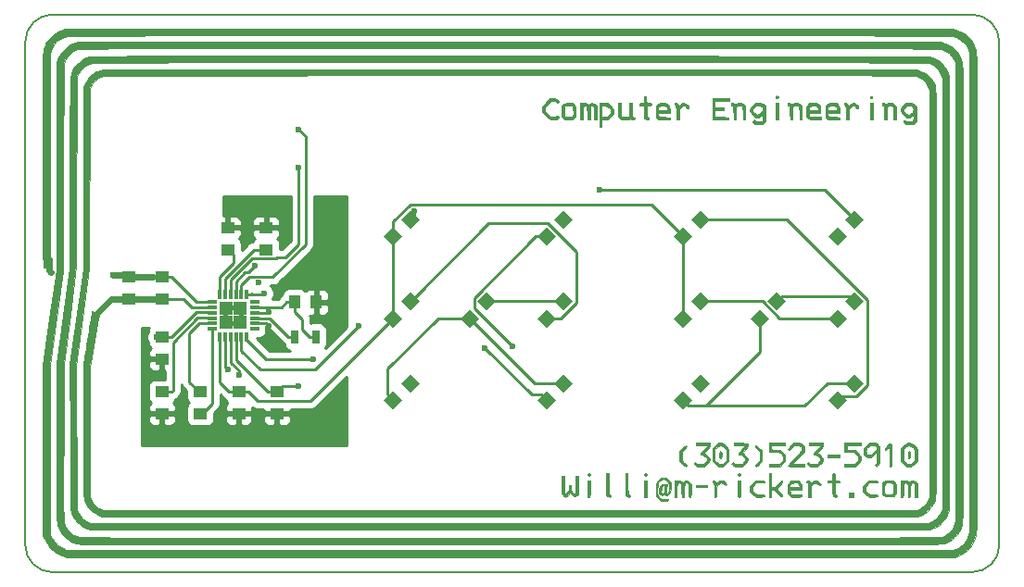
<source format=gbr>
%TF.GenerationSoftware,KiCad,Pcbnew,5.0.1*%
%TF.CreationDate,2019-03-19T15:46:54-05:00*%
%TF.ProjectId,Layout,4C61796F75742E6B696361645F706362,rev?*%
%TF.SameCoordinates,Original*%
%TF.FileFunction,Copper,L1,Top,Signal*%
%TF.FilePolarity,Positive*%
%FSLAX46Y46*%
G04 Gerber Fmt 4.6, Leading zero omitted, Abs format (unit mm)*
G04 Created by KiCad (PCBNEW 5.0.1) date Tue 19 Mar 2019 03:46:54 PM CDT*
%MOMM*%
%LPD*%
G01*
G04 APERTURE LIST*
%ADD10C,0.150000*%
%ADD11C,0.010000*%
%ADD12R,1.250000X1.000000*%
%ADD13C,1.200000*%
%ADD14C,0.100000*%
%ADD15R,0.850000X0.300000*%
%ADD16R,0.300000X0.850000*%
%ADD17R,1.300000X1.300000*%
%ADD18C,0.630000*%
%ADD19R,0.630000X1.524000*%
%ADD20R,1.000000X1.250000*%
%ADD21R,0.700000X1.300000*%
%ADD22C,0.600000*%
%ADD23C,0.250000*%
%ADD24C,0.630000*%
%ADD25C,0.254000*%
G04 APERTURE END LIST*
D10*
X112000000Y-122000000D02*
X112000000Y-76000000D01*
X198500000Y-124500000D02*
X114500000Y-124500000D01*
X201000000Y-76000000D02*
X201000000Y-122000000D01*
X114500000Y-73500000D02*
X198500000Y-73500000D01*
X201000000Y-122000000D02*
G75*
G02X198500000Y-124500000I-2500000J0D01*
G01*
X114500000Y-124500000D02*
G75*
G02X112000000Y-122000000I0J2500000D01*
G01*
X112000000Y-76000000D02*
G75*
G02X114500000Y-73500000I2500000J0D01*
G01*
X198500000Y-73500000D02*
G75*
G02X201000000Y-76000000I0J-2500000D01*
G01*
D11*
G36*
X192799924Y-113476683D02*
X192801200Y-113477737D01*
X192839155Y-113539460D01*
X192854352Y-113652825D01*
X192852263Y-113788298D01*
X192842045Y-113932262D01*
X192823588Y-114012107D01*
X192788737Y-114048381D01*
X192744584Y-114059694D01*
X192694854Y-114061635D01*
X192666351Y-114038098D01*
X192653189Y-113971584D01*
X192649485Y-113844597D01*
X192649334Y-113776442D01*
X192657578Y-113588185D01*
X192683869Y-113478534D01*
X192730540Y-113442897D01*
X192799924Y-113476683D01*
X192799924Y-113476683D01*
G37*
X192799924Y-113476683D02*
X192801200Y-113477737D01*
X192839155Y-113539460D01*
X192854352Y-113652825D01*
X192852263Y-113788298D01*
X192842045Y-113932262D01*
X192823588Y-114012107D01*
X192788737Y-114048381D01*
X192744584Y-114059694D01*
X192694854Y-114061635D01*
X192666351Y-114038098D01*
X192653189Y-113971584D01*
X192649485Y-113844597D01*
X192649334Y-113776442D01*
X192657578Y-113588185D01*
X192683869Y-113478534D01*
X192730540Y-113442897D01*
X192799924Y-113476683D01*
G36*
X175570258Y-113476683D02*
X175571534Y-113477737D01*
X175609488Y-113539460D01*
X175624685Y-113652825D01*
X175622596Y-113788298D01*
X175612379Y-113932262D01*
X175593921Y-114012107D01*
X175559070Y-114048381D01*
X175514917Y-114059694D01*
X175465187Y-114061635D01*
X175436684Y-114038098D01*
X175423522Y-113971584D01*
X175419818Y-113844597D01*
X175419667Y-113776442D01*
X175427912Y-113588185D01*
X175454203Y-113478534D01*
X175500873Y-113442897D01*
X175570258Y-113476683D01*
X175570258Y-113476683D01*
G37*
X175570258Y-113476683D02*
X175571534Y-113477737D01*
X175609488Y-113539460D01*
X175624685Y-113652825D01*
X175622596Y-113788298D01*
X175612379Y-113932262D01*
X175593921Y-114012107D01*
X175559070Y-114048381D01*
X175514917Y-114059694D01*
X175465187Y-114061635D01*
X175436684Y-114038098D01*
X175423522Y-113971584D01*
X175419818Y-113844597D01*
X175419667Y-113776442D01*
X175427912Y-113588185D01*
X175454203Y-113478534D01*
X175500873Y-113442897D01*
X175570258Y-113476683D01*
G36*
X186384000Y-113982666D02*
X185325667Y-113982666D01*
X185325667Y-113771000D01*
X186384000Y-113771000D01*
X186384000Y-113982666D01*
X186384000Y-113982666D01*
G37*
X186384000Y-113982666D02*
X185325667Y-113982666D01*
X185325667Y-113771000D01*
X186384000Y-113771000D01*
X186384000Y-113982666D01*
G36*
X192853751Y-112672965D02*
X192936206Y-112688752D01*
X193011849Y-112729528D01*
X193102504Y-112807126D01*
X193229990Y-112933381D01*
X193232640Y-112936055D01*
X193496000Y-113201777D01*
X193496000Y-114345150D01*
X193251356Y-114587241D01*
X193128311Y-114706699D01*
X193040269Y-114778515D01*
X192962262Y-114814813D01*
X192869317Y-114827712D01*
X192752614Y-114829333D01*
X192625224Y-114827206D01*
X192535487Y-114812683D01*
X192458628Y-114773549D01*
X192369874Y-114697589D01*
X192256425Y-114584689D01*
X192014334Y-114340044D01*
X192014334Y-113231449D01*
X192226000Y-113231449D01*
X192226000Y-114254628D01*
X192404148Y-114436147D01*
X192517096Y-114542084D01*
X192607773Y-114596980D01*
X192706218Y-114616372D01*
X192755167Y-114617666D01*
X192865310Y-114608238D01*
X192955514Y-114569597D01*
X193055820Y-114486210D01*
X193106186Y-114436147D01*
X193284334Y-114254628D01*
X193284334Y-113287074D01*
X193084842Y-113084537D01*
X192926062Y-112945424D01*
X192787722Y-112881873D01*
X192653450Y-112893206D01*
X192506870Y-112978741D01*
X192415554Y-113056724D01*
X192226000Y-113231449D01*
X192014334Y-113231449D01*
X192014334Y-113148887D01*
X192265191Y-112909610D01*
X192392700Y-112790975D01*
X192484309Y-112719859D01*
X192564210Y-112684139D01*
X192656597Y-112671692D01*
X192742664Y-112670333D01*
X192853751Y-112672965D01*
X192853751Y-112672965D01*
G37*
X192853751Y-112672965D02*
X192936206Y-112688752D01*
X193011849Y-112729528D01*
X193102504Y-112807126D01*
X193229990Y-112933381D01*
X193232640Y-112936055D01*
X193496000Y-113201777D01*
X193496000Y-114345150D01*
X193251356Y-114587241D01*
X193128311Y-114706699D01*
X193040269Y-114778515D01*
X192962262Y-114814813D01*
X192869317Y-114827712D01*
X192752614Y-114829333D01*
X192625224Y-114827206D01*
X192535487Y-114812683D01*
X192458628Y-114773549D01*
X192369874Y-114697589D01*
X192256425Y-114584689D01*
X192014334Y-114340044D01*
X192014334Y-113231449D01*
X192226000Y-113231449D01*
X192226000Y-114254628D01*
X192404148Y-114436147D01*
X192517096Y-114542084D01*
X192607773Y-114596980D01*
X192706218Y-114616372D01*
X192755167Y-114617666D01*
X192865310Y-114608238D01*
X192955514Y-114569597D01*
X193055820Y-114486210D01*
X193106186Y-114436147D01*
X193284334Y-114254628D01*
X193284334Y-113287074D01*
X193084842Y-113084537D01*
X192926062Y-112945424D01*
X192787722Y-112881873D01*
X192653450Y-112893206D01*
X192506870Y-112978741D01*
X192415554Y-113056724D01*
X192226000Y-113231449D01*
X192014334Y-113231449D01*
X192014334Y-113148887D01*
X192265191Y-112909610D01*
X192392700Y-112790975D01*
X192484309Y-112719859D01*
X192564210Y-112684139D01*
X192656597Y-112671692D01*
X192742664Y-112670333D01*
X192853751Y-112672965D01*
G36*
X191086713Y-112769897D02*
X191108188Y-112878636D01*
X191119742Y-113051041D01*
X191124440Y-113293242D01*
X191125346Y-113611371D01*
X191125334Y-113771000D01*
X191125108Y-114097048D01*
X191123910Y-114348196D01*
X191120960Y-114534207D01*
X191115474Y-114664846D01*
X191106674Y-114749880D01*
X191093776Y-114799071D01*
X191076000Y-114822186D01*
X191052566Y-114828990D01*
X191040667Y-114829333D01*
X191012215Y-114826064D01*
X190990971Y-114809074D01*
X190975885Y-114767584D01*
X190965904Y-114690818D01*
X190959978Y-114568000D01*
X190957055Y-114388351D01*
X190956084Y-114141094D01*
X190956000Y-113961500D01*
X190954621Y-113700804D01*
X190950770Y-113471440D01*
X190944876Y-113285925D01*
X190937368Y-113156775D01*
X190928674Y-113096508D01*
X190926266Y-113093666D01*
X190880645Y-113120678D01*
X190799519Y-113189003D01*
X190756543Y-113229348D01*
X190668625Y-113309812D01*
X190614825Y-113336691D01*
X190570491Y-113317349D01*
X190544279Y-113292754D01*
X190512988Y-113253659D01*
X190511049Y-113212538D01*
X190546843Y-113154119D01*
X190628750Y-113063130D01*
X190723260Y-112966572D01*
X190840310Y-112848960D01*
X190932116Y-112764354D01*
X191001742Y-112718888D01*
X191052253Y-112718691D01*
X191086713Y-112769897D01*
X191086713Y-112769897D01*
G37*
X191086713Y-112769897D02*
X191108188Y-112878636D01*
X191119742Y-113051041D01*
X191124440Y-113293242D01*
X191125346Y-113611371D01*
X191125334Y-113771000D01*
X191125108Y-114097048D01*
X191123910Y-114348196D01*
X191120960Y-114534207D01*
X191115474Y-114664846D01*
X191106674Y-114749880D01*
X191093776Y-114799071D01*
X191076000Y-114822186D01*
X191052566Y-114828990D01*
X191040667Y-114829333D01*
X191012215Y-114826064D01*
X190990971Y-114809074D01*
X190975885Y-114767584D01*
X190965904Y-114690818D01*
X190959978Y-114568000D01*
X190957055Y-114388351D01*
X190956084Y-114141094D01*
X190956000Y-113961500D01*
X190954621Y-113700804D01*
X190950770Y-113471440D01*
X190944876Y-113285925D01*
X190937368Y-113156775D01*
X190928674Y-113096508D01*
X190926266Y-113093666D01*
X190880645Y-113120678D01*
X190799519Y-113189003D01*
X190756543Y-113229348D01*
X190668625Y-113309812D01*
X190614825Y-113336691D01*
X190570491Y-113317349D01*
X190544279Y-113292754D01*
X190512988Y-113253659D01*
X190511049Y-113212538D01*
X190546843Y-113154119D01*
X190628750Y-113063130D01*
X190723260Y-112966572D01*
X190840310Y-112848960D01*
X190932116Y-112764354D01*
X191001742Y-112718888D01*
X191052253Y-112718691D01*
X191086713Y-112769897D01*
G36*
X189585377Y-112672149D02*
X189696347Y-112682415D01*
X189771838Y-112708356D01*
X189836440Y-112757201D01*
X189889362Y-112809932D01*
X190024667Y-112949530D01*
X190024667Y-113759184D01*
X190024412Y-114039690D01*
X190022639Y-114248506D01*
X190017834Y-114398610D01*
X190008484Y-114502979D01*
X189993076Y-114574589D01*
X189970098Y-114626417D01*
X189938035Y-114671440D01*
X189915070Y-114699085D01*
X189827280Y-114793498D01*
X189766596Y-114823594D01*
X189712660Y-114795168D01*
X189684970Y-114764592D01*
X189657174Y-114707081D01*
X189686363Y-114643902D01*
X189722120Y-114603113D01*
X189761117Y-114554275D01*
X189787100Y-114495050D01*
X189802660Y-114408305D01*
X189810391Y-114276905D01*
X189812885Y-114083716D01*
X189813000Y-114002430D01*
X189813000Y-113498483D01*
X189568356Y-113740575D01*
X189444360Y-113860533D01*
X189355470Y-113932433D01*
X189277402Y-113968562D01*
X189185870Y-113981205D01*
X189089827Y-113982666D01*
X188945552Y-113976707D01*
X188849670Y-113949767D01*
X188766231Y-113888253D01*
X188720638Y-113843067D01*
X188646092Y-113758240D01*
X188605412Y-113678894D01*
X188588522Y-113574197D01*
X188585370Y-113430602D01*
X188797000Y-113430602D01*
X188821516Y-113607209D01*
X188897432Y-113718120D01*
X189028305Y-113767490D01*
X189088249Y-113771000D01*
X189168849Y-113762941D01*
X189246082Y-113731148D01*
X189337533Y-113664190D01*
X189460788Y-113550639D01*
X189526188Y-113486385D01*
X189679798Y-113324904D01*
X189771207Y-113202081D01*
X189805595Y-113105316D01*
X189788148Y-113022006D01*
X189742939Y-112959416D01*
X189675618Y-112912264D01*
X189568075Y-112888236D01*
X189413086Y-112882000D01*
X189265325Y-112885618D01*
X189167602Y-112906033D01*
X189085328Y-112957580D01*
X188983912Y-113054599D01*
X188975148Y-113063519D01*
X188871692Y-113177688D01*
X188817963Y-113269370D01*
X188798600Y-113370220D01*
X188797000Y-113430602D01*
X188585370Y-113430602D01*
X188585334Y-113428992D01*
X188585334Y-113154516D01*
X188829978Y-112912424D01*
X189074622Y-112670333D01*
X189414340Y-112670333D01*
X189585377Y-112672149D01*
X189585377Y-112672149D01*
G37*
X189585377Y-112672149D02*
X189696347Y-112682415D01*
X189771838Y-112708356D01*
X189836440Y-112757201D01*
X189889362Y-112809932D01*
X190024667Y-112949530D01*
X190024667Y-113759184D01*
X190024412Y-114039690D01*
X190022639Y-114248506D01*
X190017834Y-114398610D01*
X190008484Y-114502979D01*
X189993076Y-114574589D01*
X189970098Y-114626417D01*
X189938035Y-114671440D01*
X189915070Y-114699085D01*
X189827280Y-114793498D01*
X189766596Y-114823594D01*
X189712660Y-114795168D01*
X189684970Y-114764592D01*
X189657174Y-114707081D01*
X189686363Y-114643902D01*
X189722120Y-114603113D01*
X189761117Y-114554275D01*
X189787100Y-114495050D01*
X189802660Y-114408305D01*
X189810391Y-114276905D01*
X189812885Y-114083716D01*
X189813000Y-114002430D01*
X189813000Y-113498483D01*
X189568356Y-113740575D01*
X189444360Y-113860533D01*
X189355470Y-113932433D01*
X189277402Y-113968562D01*
X189185870Y-113981205D01*
X189089827Y-113982666D01*
X188945552Y-113976707D01*
X188849670Y-113949767D01*
X188766231Y-113888253D01*
X188720638Y-113843067D01*
X188646092Y-113758240D01*
X188605412Y-113678894D01*
X188588522Y-113574197D01*
X188585370Y-113430602D01*
X188797000Y-113430602D01*
X188821516Y-113607209D01*
X188897432Y-113718120D01*
X189028305Y-113767490D01*
X189088249Y-113771000D01*
X189168849Y-113762941D01*
X189246082Y-113731148D01*
X189337533Y-113664190D01*
X189460788Y-113550639D01*
X189526188Y-113486385D01*
X189679798Y-113324904D01*
X189771207Y-113202081D01*
X189805595Y-113105316D01*
X189788148Y-113022006D01*
X189742939Y-112959416D01*
X189675618Y-112912264D01*
X189568075Y-112888236D01*
X189413086Y-112882000D01*
X189265325Y-112885618D01*
X189167602Y-112906033D01*
X189085328Y-112957580D01*
X188983912Y-113054599D01*
X188975148Y-113063519D01*
X188871692Y-113177688D01*
X188817963Y-113269370D01*
X188798600Y-113370220D01*
X188797000Y-113430602D01*
X188585370Y-113430602D01*
X188585334Y-113428992D01*
X188585334Y-113154516D01*
X188829978Y-112912424D01*
X189074622Y-112670333D01*
X189414340Y-112670333D01*
X189585377Y-112672149D01*
G36*
X188331334Y-112882000D02*
X187061334Y-112882000D01*
X187061334Y-113347666D01*
X187847151Y-113347666D01*
X188089242Y-113592310D01*
X188208904Y-113715748D01*
X188280751Y-113804133D01*
X188316976Y-113882141D01*
X188329772Y-113974450D01*
X188331334Y-114082286D01*
X188328714Y-114206121D01*
X188312873Y-114295528D01*
X188271835Y-114375339D01*
X188193625Y-114470387D01*
X188092056Y-114578476D01*
X187852779Y-114829333D01*
X186849667Y-114829333D01*
X186849667Y-114617666D01*
X187763372Y-114617666D01*
X187941519Y-114436147D01*
X188046606Y-114319117D01*
X188100623Y-114224513D01*
X188118877Y-114122197D01*
X188119667Y-114085306D01*
X188111122Y-113982954D01*
X188075893Y-113896821D01*
X187999587Y-113800700D01*
X187917129Y-113716491D01*
X187714592Y-113517000D01*
X186849667Y-113517000D01*
X186849667Y-112670333D01*
X188331334Y-112670333D01*
X188331334Y-112882000D01*
X188331334Y-112882000D01*
G37*
X188331334Y-112882000D02*
X187061334Y-112882000D01*
X187061334Y-113347666D01*
X187847151Y-113347666D01*
X188089242Y-113592310D01*
X188208904Y-113715748D01*
X188280751Y-113804133D01*
X188316976Y-113882141D01*
X188329772Y-113974450D01*
X188331334Y-114082286D01*
X188328714Y-114206121D01*
X188312873Y-114295528D01*
X188271835Y-114375339D01*
X188193625Y-114470387D01*
X188092056Y-114578476D01*
X187852779Y-114829333D01*
X186849667Y-114829333D01*
X186849667Y-114617666D01*
X187763372Y-114617666D01*
X187941519Y-114436147D01*
X188046606Y-114319117D01*
X188100623Y-114224513D01*
X188118877Y-114122197D01*
X188119667Y-114085306D01*
X188111122Y-113982954D01*
X188075893Y-113896821D01*
X187999587Y-113800700D01*
X187917129Y-113716491D01*
X187714592Y-113517000D01*
X186849667Y-113517000D01*
X186849667Y-112670333D01*
X188331334Y-112670333D01*
X188331334Y-112882000D01*
G36*
X184860000Y-112872862D02*
X184855514Y-112980636D01*
X184833373Y-113063073D01*
X184780553Y-113144358D01*
X184684030Y-113248676D01*
X184627057Y-113305441D01*
X184394115Y-113535490D01*
X184627057Y-113770889D01*
X184746117Y-113895580D01*
X184815961Y-113986332D01*
X184849490Y-114066740D01*
X184859603Y-114160401D01*
X184860000Y-114197007D01*
X184854441Y-114302097D01*
X184828805Y-114384739D01*
X184769649Y-114469671D01*
X184663533Y-114581632D01*
X184636419Y-114608529D01*
X184412838Y-114829333D01*
X184030506Y-114829333D01*
X183847503Y-114827920D01*
X183727374Y-114820008D01*
X183648332Y-114800087D01*
X183588589Y-114762650D01*
X183526359Y-114702185D01*
X183525937Y-114701745D01*
X183451446Y-114618203D01*
X183431139Y-114566616D01*
X183458145Y-114520280D01*
X183474811Y-114503046D01*
X183529497Y-114459103D01*
X183578250Y-114468131D01*
X183644773Y-114524801D01*
X183714273Y-114576161D01*
X183801903Y-114604630D01*
X183933358Y-114616256D01*
X184039220Y-114617666D01*
X184197301Y-114615172D01*
X184299749Y-114600823D01*
X184375584Y-114564320D01*
X184453827Y-114495366D01*
X184491575Y-114457131D01*
X184581330Y-114348285D01*
X184638052Y-114246949D01*
X184648334Y-114203253D01*
X184615031Y-114097698D01*
X184530732Y-113977982D01*
X184418846Y-113868023D01*
X184302783Y-113791740D01*
X184225258Y-113771000D01*
X184118430Y-113748338D01*
X184053662Y-113705084D01*
X184036888Y-113667985D01*
X184050426Y-113618993D01*
X184102537Y-113546101D01*
X184201479Y-113437297D01*
X184323645Y-113312564D01*
X184455864Y-113175033D01*
X184562138Y-113055864D01*
X184630025Y-112969566D01*
X184648334Y-112933980D01*
X184622982Y-112910307D01*
X184540967Y-112894368D01*
X184393343Y-112885248D01*
X184171169Y-112882032D01*
X184140334Y-112882000D01*
X183632334Y-112882000D01*
X183632334Y-112670333D01*
X184860000Y-112670333D01*
X184860000Y-112872862D01*
X184860000Y-112872862D01*
G37*
X184860000Y-112872862D02*
X184855514Y-112980636D01*
X184833373Y-113063073D01*
X184780553Y-113144358D01*
X184684030Y-113248676D01*
X184627057Y-113305441D01*
X184394115Y-113535490D01*
X184627057Y-113770889D01*
X184746117Y-113895580D01*
X184815961Y-113986332D01*
X184849490Y-114066740D01*
X184859603Y-114160401D01*
X184860000Y-114197007D01*
X184854441Y-114302097D01*
X184828805Y-114384739D01*
X184769649Y-114469671D01*
X184663533Y-114581632D01*
X184636419Y-114608529D01*
X184412838Y-114829333D01*
X184030506Y-114829333D01*
X183847503Y-114827920D01*
X183727374Y-114820008D01*
X183648332Y-114800087D01*
X183588589Y-114762650D01*
X183526359Y-114702185D01*
X183525937Y-114701745D01*
X183451446Y-114618203D01*
X183431139Y-114566616D01*
X183458145Y-114520280D01*
X183474811Y-114503046D01*
X183529497Y-114459103D01*
X183578250Y-114468131D01*
X183644773Y-114524801D01*
X183714273Y-114576161D01*
X183801903Y-114604630D01*
X183933358Y-114616256D01*
X184039220Y-114617666D01*
X184197301Y-114615172D01*
X184299749Y-114600823D01*
X184375584Y-114564320D01*
X184453827Y-114495366D01*
X184491575Y-114457131D01*
X184581330Y-114348285D01*
X184638052Y-114246949D01*
X184648334Y-114203253D01*
X184615031Y-114097698D01*
X184530732Y-113977982D01*
X184418846Y-113868023D01*
X184302783Y-113791740D01*
X184225258Y-113771000D01*
X184118430Y-113748338D01*
X184053662Y-113705084D01*
X184036888Y-113667985D01*
X184050426Y-113618993D01*
X184102537Y-113546101D01*
X184201479Y-113437297D01*
X184323645Y-113312564D01*
X184455864Y-113175033D01*
X184562138Y-113055864D01*
X184630025Y-112969566D01*
X184648334Y-112933980D01*
X184622982Y-112910307D01*
X184540967Y-112894368D01*
X184393343Y-112885248D01*
X184171169Y-112882032D01*
X184140334Y-112882000D01*
X183632334Y-112882000D01*
X183632334Y-112670333D01*
X184860000Y-112670333D01*
X184860000Y-112872862D01*
G36*
X182683572Y-112671839D02*
X182794113Y-112681824D01*
X182870697Y-112708494D01*
X182938678Y-112760049D01*
X183009909Y-112830868D01*
X183100622Y-112931855D01*
X183147434Y-113018830D01*
X183164619Y-113128562D01*
X183166667Y-113234670D01*
X183166667Y-113477937D01*
X182610087Y-114047802D01*
X182053507Y-114617666D01*
X183166667Y-114617666D01*
X183166667Y-114829333D01*
X182445672Y-114829333D01*
X182177123Y-114828304D01*
X181981647Y-114824544D01*
X181847663Y-114817043D01*
X181763595Y-114804790D01*
X181717865Y-114786776D01*
X181699700Y-114764246D01*
X181716565Y-114712813D01*
X181789587Y-114612538D01*
X181920526Y-114461371D01*
X182111142Y-114257260D01*
X182314862Y-114047264D01*
X182526276Y-113831157D01*
X182685299Y-113665511D01*
X182799349Y-113540861D01*
X182875848Y-113447743D01*
X182922215Y-113376693D01*
X182945869Y-113318246D01*
X182954231Y-113262938D01*
X182955000Y-113230730D01*
X182929351Y-113069133D01*
X182847893Y-112960619D01*
X182703861Y-112899987D01*
X182501436Y-112882000D01*
X182243829Y-112882000D01*
X182031033Y-113114833D01*
X181884115Y-113260923D01*
X181777014Y-113334468D01*
X181710470Y-113335177D01*
X181685225Y-113262759D01*
X181685000Y-113251091D01*
X181718755Y-113161810D01*
X181815857Y-113032954D01*
X181929644Y-112912424D01*
X182174289Y-112670333D01*
X182513720Y-112670333D01*
X182683572Y-112671839D01*
X182683572Y-112671839D01*
G37*
X182683572Y-112671839D02*
X182794113Y-112681824D01*
X182870697Y-112708494D01*
X182938678Y-112760049D01*
X183009909Y-112830868D01*
X183100622Y-112931855D01*
X183147434Y-113018830D01*
X183164619Y-113128562D01*
X183166667Y-113234670D01*
X183166667Y-113477937D01*
X182610087Y-114047802D01*
X182053507Y-114617666D01*
X183166667Y-114617666D01*
X183166667Y-114829333D01*
X182445672Y-114829333D01*
X182177123Y-114828304D01*
X181981647Y-114824544D01*
X181847663Y-114817043D01*
X181763595Y-114804790D01*
X181717865Y-114786776D01*
X181699700Y-114764246D01*
X181716565Y-114712813D01*
X181789587Y-114612538D01*
X181920526Y-114461371D01*
X182111142Y-114257260D01*
X182314862Y-114047264D01*
X182526276Y-113831157D01*
X182685299Y-113665511D01*
X182799349Y-113540861D01*
X182875848Y-113447743D01*
X182922215Y-113376693D01*
X182945869Y-113318246D01*
X182954231Y-113262938D01*
X182955000Y-113230730D01*
X182929351Y-113069133D01*
X182847893Y-112960619D01*
X182703861Y-112899987D01*
X182501436Y-112882000D01*
X182243829Y-112882000D01*
X182031033Y-113114833D01*
X181884115Y-113260923D01*
X181777014Y-113334468D01*
X181710470Y-113335177D01*
X181685225Y-113262759D01*
X181685000Y-113251091D01*
X181718755Y-113161810D01*
X181815857Y-113032954D01*
X181929644Y-112912424D01*
X182174289Y-112670333D01*
X182513720Y-112670333D01*
X182683572Y-112671839D01*
G36*
X181431000Y-112882000D02*
X180156576Y-112882000D01*
X180169371Y-113104250D01*
X180182167Y-113326500D01*
X180998177Y-113350618D01*
X181214588Y-113579441D01*
X181325410Y-113699752D01*
X181389975Y-113787651D01*
X181420774Y-113871694D01*
X181430300Y-113980436D01*
X181431000Y-114074155D01*
X181431000Y-114340044D01*
X181188909Y-114584689D01*
X180946817Y-114829333D01*
X179949334Y-114829333D01*
X179949334Y-114617666D01*
X180863039Y-114617666D01*
X181041186Y-114436147D01*
X181143998Y-114323137D01*
X181197611Y-114232617D01*
X181217356Y-114132264D01*
X181219334Y-114060539D01*
X181212857Y-113944616D01*
X181183019Y-113858810D01*
X181114204Y-113772739D01*
X181029779Y-113691724D01*
X180840225Y-113517000D01*
X179949334Y-113517000D01*
X179949334Y-112670333D01*
X181431000Y-112670333D01*
X181431000Y-112882000D01*
X181431000Y-112882000D01*
G37*
X181431000Y-112882000D02*
X180156576Y-112882000D01*
X180169371Y-113104250D01*
X180182167Y-113326500D01*
X180998177Y-113350618D01*
X181214588Y-113579441D01*
X181325410Y-113699752D01*
X181389975Y-113787651D01*
X181420774Y-113871694D01*
X181430300Y-113980436D01*
X181431000Y-114074155D01*
X181431000Y-114340044D01*
X181188909Y-114584689D01*
X180946817Y-114829333D01*
X179949334Y-114829333D01*
X179949334Y-114617666D01*
X180863039Y-114617666D01*
X181041186Y-114436147D01*
X181143998Y-114323137D01*
X181197611Y-114232617D01*
X181217356Y-114132264D01*
X181219334Y-114060539D01*
X181212857Y-113944616D01*
X181183019Y-113858810D01*
X181114204Y-113772739D01*
X181029779Y-113691724D01*
X180840225Y-113517000D01*
X179949334Y-113517000D01*
X179949334Y-112670333D01*
X181431000Y-112670333D01*
X181431000Y-112882000D01*
G36*
X178810296Y-112917370D02*
X178876098Y-112958676D01*
X178978745Y-113046730D01*
X179054463Y-113116192D01*
X179314334Y-113356786D01*
X179314334Y-114340044D01*
X179072242Y-114584689D01*
X178925084Y-114725405D01*
X178820904Y-114803469D01*
X178750735Y-114823089D01*
X178705608Y-114788472D01*
X178693353Y-114762473D01*
X178709417Y-114688940D01*
X178796299Y-114570599D01*
X178885182Y-114475391D01*
X179102667Y-114255170D01*
X179102667Y-113456162D01*
X178881896Y-113232614D01*
X178770149Y-113116231D01*
X178711192Y-113041816D01*
X178696378Y-112993074D01*
X178717062Y-112953712D01*
X178727859Y-112942332D01*
X178765997Y-112914644D01*
X178810296Y-112917370D01*
X178810296Y-112917370D01*
G37*
X178810296Y-112917370D02*
X178876098Y-112958676D01*
X178978745Y-113046730D01*
X179054463Y-113116192D01*
X179314334Y-113356786D01*
X179314334Y-114340044D01*
X179072242Y-114584689D01*
X178925084Y-114725405D01*
X178820904Y-114803469D01*
X178750735Y-114823089D01*
X178705608Y-114788472D01*
X178693353Y-114762473D01*
X178709417Y-114688940D01*
X178796299Y-114570599D01*
X178885182Y-114475391D01*
X179102667Y-114255170D01*
X179102667Y-113456162D01*
X178881896Y-113232614D01*
X178770149Y-113116231D01*
X178711192Y-113041816D01*
X178696378Y-112993074D01*
X178717062Y-112953712D01*
X178727859Y-112942332D01*
X178765997Y-112914644D01*
X178810296Y-112917370D01*
G36*
X177356417Y-112679784D02*
X177980834Y-112691500D01*
X177993142Y-112860833D01*
X177994560Y-112948705D01*
X177976108Y-113020931D01*
X177926079Y-113097851D01*
X177832765Y-113199805D01*
X177750843Y-113281735D01*
X177496236Y-113533304D01*
X177749118Y-113796654D01*
X177900064Y-113965469D01*
X177984705Y-114100657D01*
X178003363Y-114220829D01*
X177956364Y-114344596D01*
X177844029Y-114490569D01*
X177762723Y-114578476D01*
X177523446Y-114829333D01*
X177149557Y-114829333D01*
X176967377Y-114827545D01*
X176846682Y-114818429D01*
X176764309Y-114796355D01*
X176697093Y-114755695D01*
X176637418Y-114704877D01*
X176554125Y-114625189D01*
X176527425Y-114575407D01*
X176549226Y-114530811D01*
X176572378Y-114506178D01*
X176627825Y-114459556D01*
X176675306Y-114466053D01*
X176744439Y-114524801D01*
X176814612Y-114576501D01*
X176903276Y-114604984D01*
X177036379Y-114616414D01*
X177135293Y-114617666D01*
X177291970Y-114615186D01*
X177394748Y-114600030D01*
X177474389Y-114560626D01*
X177561653Y-114485401D01*
X177608814Y-114439519D01*
X177706237Y-114333361D01*
X177772122Y-114241387D01*
X177790334Y-114194333D01*
X177759682Y-114125127D01*
X177682245Y-114027580D01*
X177579797Y-113923028D01*
X177474115Y-113832807D01*
X177386973Y-113778252D01*
X177358277Y-113771000D01*
X177230437Y-113756592D01*
X177168742Y-113710875D01*
X177174022Y-113630105D01*
X177247110Y-113510542D01*
X177388837Y-113348443D01*
X177470734Y-113265085D01*
X177598552Y-113133105D01*
X177697198Y-113021560D01*
X177755036Y-112944237D01*
X177764569Y-112916894D01*
X177716227Y-112903333D01*
X177600573Y-112892232D01*
X177434950Y-112884738D01*
X177237502Y-112882000D01*
X176732000Y-112882000D01*
X176732000Y-112668069D01*
X177356417Y-112679784D01*
X177356417Y-112679784D01*
G37*
X177356417Y-112679784D02*
X177980834Y-112691500D01*
X177993142Y-112860833D01*
X177994560Y-112948705D01*
X177976108Y-113020931D01*
X177926079Y-113097851D01*
X177832765Y-113199805D01*
X177750843Y-113281735D01*
X177496236Y-113533304D01*
X177749118Y-113796654D01*
X177900064Y-113965469D01*
X177984705Y-114100657D01*
X178003363Y-114220829D01*
X177956364Y-114344596D01*
X177844029Y-114490569D01*
X177762723Y-114578476D01*
X177523446Y-114829333D01*
X177149557Y-114829333D01*
X176967377Y-114827545D01*
X176846682Y-114818429D01*
X176764309Y-114796355D01*
X176697093Y-114755695D01*
X176637418Y-114704877D01*
X176554125Y-114625189D01*
X176527425Y-114575407D01*
X176549226Y-114530811D01*
X176572378Y-114506178D01*
X176627825Y-114459556D01*
X176675306Y-114466053D01*
X176744439Y-114524801D01*
X176814612Y-114576501D01*
X176903276Y-114604984D01*
X177036379Y-114616414D01*
X177135293Y-114617666D01*
X177291970Y-114615186D01*
X177394748Y-114600030D01*
X177474389Y-114560626D01*
X177561653Y-114485401D01*
X177608814Y-114439519D01*
X177706237Y-114333361D01*
X177772122Y-114241387D01*
X177790334Y-114194333D01*
X177759682Y-114125127D01*
X177682245Y-114027580D01*
X177579797Y-113923028D01*
X177474115Y-113832807D01*
X177386973Y-113778252D01*
X177358277Y-113771000D01*
X177230437Y-113756592D01*
X177168742Y-113710875D01*
X177174022Y-113630105D01*
X177247110Y-113510542D01*
X177388837Y-113348443D01*
X177470734Y-113265085D01*
X177598552Y-113133105D01*
X177697198Y-113021560D01*
X177755036Y-112944237D01*
X177764569Y-112916894D01*
X177716227Y-112903333D01*
X177600573Y-112892232D01*
X177434950Y-112884738D01*
X177237502Y-112882000D01*
X176732000Y-112882000D01*
X176732000Y-112668069D01*
X177356417Y-112679784D01*
G36*
X175632810Y-112673589D02*
X175712901Y-112691319D01*
X175789487Y-112735465D01*
X175883919Y-112817967D01*
X176002973Y-112936055D01*
X176266334Y-113201777D01*
X176266334Y-114345150D01*
X176021689Y-114587241D01*
X175898644Y-114706699D01*
X175810603Y-114778515D01*
X175732595Y-114814813D01*
X175639650Y-114827712D01*
X175522947Y-114829333D01*
X175395558Y-114827206D01*
X175305820Y-114812683D01*
X175228961Y-114773549D01*
X175140207Y-114697589D01*
X175026758Y-114584689D01*
X174784667Y-114340044D01*
X174784667Y-113280983D01*
X174996334Y-113280983D01*
X174996334Y-114254628D01*
X175174481Y-114436147D01*
X175287429Y-114542084D01*
X175378106Y-114596980D01*
X175476552Y-114616372D01*
X175525500Y-114617666D01*
X175635643Y-114608238D01*
X175725848Y-114569597D01*
X175826153Y-114486210D01*
X175876519Y-114436147D01*
X176054667Y-114254628D01*
X176054667Y-113287074D01*
X175855175Y-113084537D01*
X175702308Y-112948016D01*
X175572943Y-112884775D01*
X175449183Y-112894730D01*
X175313129Y-112977798D01*
X175198871Y-113081491D01*
X174996334Y-113280983D01*
X174784667Y-113280983D01*
X174784667Y-113197054D01*
X175050389Y-112933693D01*
X175180843Y-112807071D01*
X175273771Y-112729286D01*
X175350678Y-112688477D01*
X175433065Y-112672785D01*
X175527862Y-112670333D01*
X175632810Y-112673589D01*
X175632810Y-112673589D01*
G37*
X175632810Y-112673589D02*
X175712901Y-112691319D01*
X175789487Y-112735465D01*
X175883919Y-112817967D01*
X176002973Y-112936055D01*
X176266334Y-113201777D01*
X176266334Y-114345150D01*
X176021689Y-114587241D01*
X175898644Y-114706699D01*
X175810603Y-114778515D01*
X175732595Y-114814813D01*
X175639650Y-114827712D01*
X175522947Y-114829333D01*
X175395558Y-114827206D01*
X175305820Y-114812683D01*
X175228961Y-114773549D01*
X175140207Y-114697589D01*
X175026758Y-114584689D01*
X174784667Y-114340044D01*
X174784667Y-113280983D01*
X174996334Y-113280983D01*
X174996334Y-114254628D01*
X175174481Y-114436147D01*
X175287429Y-114542084D01*
X175378106Y-114596980D01*
X175476552Y-114616372D01*
X175525500Y-114617666D01*
X175635643Y-114608238D01*
X175725848Y-114569597D01*
X175826153Y-114486210D01*
X175876519Y-114436147D01*
X176054667Y-114254628D01*
X176054667Y-113287074D01*
X175855175Y-113084537D01*
X175702308Y-112948016D01*
X175572943Y-112884775D01*
X175449183Y-112894730D01*
X175313129Y-112977798D01*
X175198871Y-113081491D01*
X174996334Y-113280983D01*
X174784667Y-113280983D01*
X174784667Y-113197054D01*
X175050389Y-112933693D01*
X175180843Y-112807071D01*
X175273771Y-112729286D01*
X175350678Y-112688477D01*
X175433065Y-112672785D01*
X175527862Y-112670333D01*
X175632810Y-112673589D01*
G36*
X174530667Y-112870189D02*
X174526191Y-112974737D01*
X174504402Y-113056374D01*
X174452757Y-113138128D01*
X174358713Y-113243029D01*
X174288575Y-113314689D01*
X174046484Y-113559333D01*
X174288575Y-113803977D01*
X174441037Y-113972725D01*
X174523286Y-114111596D01*
X174535264Y-114238111D01*
X174476915Y-114369789D01*
X174348182Y-114524154D01*
X174286023Y-114587241D01*
X174041378Y-114829333D01*
X173680109Y-114829333D01*
X173502620Y-114827654D01*
X173386948Y-114818598D01*
X173310252Y-114796139D01*
X173249694Y-114754250D01*
X173196604Y-114701745D01*
X173122113Y-114618203D01*
X173101806Y-114566616D01*
X173128812Y-114520280D01*
X173145478Y-114503046D01*
X173200164Y-114459103D01*
X173248917Y-114468131D01*
X173315439Y-114524801D01*
X173390120Y-114578714D01*
X173485792Y-114607218D01*
X173630008Y-114617232D01*
X173685126Y-114617666D01*
X173836362Y-114614379D01*
X173936430Y-114595729D01*
X174018799Y-114548536D01*
X174116938Y-114459618D01*
X174137481Y-114439519D01*
X174234904Y-114333361D01*
X174300789Y-114241387D01*
X174319000Y-114194333D01*
X174287318Y-114120700D01*
X174207051Y-114021350D01*
X174100367Y-113917065D01*
X173989432Y-113828632D01*
X173896415Y-113776833D01*
X173867498Y-113771000D01*
X173768522Y-113741002D01*
X173724329Y-113705084D01*
X173707555Y-113667985D01*
X173721093Y-113618993D01*
X173773203Y-113546101D01*
X173872146Y-113437297D01*
X173994312Y-113312564D01*
X174126531Y-113175033D01*
X174232805Y-113055864D01*
X174300691Y-112969566D01*
X174319000Y-112933980D01*
X174293649Y-112910307D01*
X174211633Y-112894368D01*
X174064010Y-112885248D01*
X173841836Y-112882032D01*
X173811000Y-112882000D01*
X173303000Y-112882000D01*
X173303000Y-112670333D01*
X174530667Y-112670333D01*
X174530667Y-112870189D01*
X174530667Y-112870189D01*
G37*
X174530667Y-112870189D02*
X174526191Y-112974737D01*
X174504402Y-113056374D01*
X174452757Y-113138128D01*
X174358713Y-113243029D01*
X174288575Y-113314689D01*
X174046484Y-113559333D01*
X174288575Y-113803977D01*
X174441037Y-113972725D01*
X174523286Y-114111596D01*
X174535264Y-114238111D01*
X174476915Y-114369789D01*
X174348182Y-114524154D01*
X174286023Y-114587241D01*
X174041378Y-114829333D01*
X173680109Y-114829333D01*
X173502620Y-114827654D01*
X173386948Y-114818598D01*
X173310252Y-114796139D01*
X173249694Y-114754250D01*
X173196604Y-114701745D01*
X173122113Y-114618203D01*
X173101806Y-114566616D01*
X173128812Y-114520280D01*
X173145478Y-114503046D01*
X173200164Y-114459103D01*
X173248917Y-114468131D01*
X173315439Y-114524801D01*
X173390120Y-114578714D01*
X173485792Y-114607218D01*
X173630008Y-114617232D01*
X173685126Y-114617666D01*
X173836362Y-114614379D01*
X173936430Y-114595729D01*
X174018799Y-114548536D01*
X174116938Y-114459618D01*
X174137481Y-114439519D01*
X174234904Y-114333361D01*
X174300789Y-114241387D01*
X174319000Y-114194333D01*
X174287318Y-114120700D01*
X174207051Y-114021350D01*
X174100367Y-113917065D01*
X173989432Y-113828632D01*
X173896415Y-113776833D01*
X173867498Y-113771000D01*
X173768522Y-113741002D01*
X173724329Y-113705084D01*
X173707555Y-113667985D01*
X173721093Y-113618993D01*
X173773203Y-113546101D01*
X173872146Y-113437297D01*
X173994312Y-113312564D01*
X174126531Y-113175033D01*
X174232805Y-113055864D01*
X174300691Y-112969566D01*
X174319000Y-112933980D01*
X174293649Y-112910307D01*
X174211633Y-112894368D01*
X174064010Y-112885248D01*
X173841836Y-112882032D01*
X173811000Y-112882000D01*
X173303000Y-112882000D01*
X173303000Y-112670333D01*
X174530667Y-112670333D01*
X174530667Y-112870189D01*
G36*
X172412553Y-112977756D02*
X172414000Y-113000008D01*
X172385316Y-113066181D01*
X172310048Y-113167469D01*
X172204373Y-113282154D01*
X172202334Y-113284166D01*
X171990667Y-113492650D01*
X171990667Y-114261016D01*
X172202334Y-114469500D01*
X172324538Y-114604665D01*
X172396627Y-114716259D01*
X172414204Y-114794238D01*
X172372873Y-114828562D01*
X172359861Y-114829333D01*
X172307404Y-114800912D01*
X172213506Y-114724989D01*
X172094905Y-114615571D01*
X172042361Y-114563611D01*
X171779000Y-114297888D01*
X171779000Y-113413621D01*
X172021092Y-113168977D01*
X172177059Y-113025370D01*
X172297121Y-112944415D01*
X172377034Y-112927935D01*
X172412553Y-112977756D01*
X172412553Y-112977756D01*
G37*
X172412553Y-112977756D02*
X172414000Y-113000008D01*
X172385316Y-113066181D01*
X172310048Y-113167469D01*
X172204373Y-113282154D01*
X172202334Y-113284166D01*
X171990667Y-113492650D01*
X171990667Y-114261016D01*
X172202334Y-114469500D01*
X172324538Y-114604665D01*
X172396627Y-114716259D01*
X172414204Y-114794238D01*
X172372873Y-114828562D01*
X172359861Y-114829333D01*
X172307404Y-114800912D01*
X172213506Y-114724989D01*
X172094905Y-114615571D01*
X172042361Y-114563611D01*
X171779000Y-114297888D01*
X171779000Y-113413621D01*
X172021092Y-113168977D01*
X172177059Y-113025370D01*
X172297121Y-112944415D01*
X172377034Y-112927935D01*
X172412553Y-112977756D01*
G36*
X177299394Y-115481818D02*
X177324220Y-115550663D01*
X177324667Y-115570166D01*
X177307182Y-115650727D01*
X177238337Y-115675553D01*
X177218834Y-115676000D01*
X177138273Y-115658515D01*
X177113447Y-115589670D01*
X177113000Y-115570166D01*
X177130485Y-115489605D01*
X177199330Y-115464780D01*
X177218834Y-115464333D01*
X177299394Y-115481818D01*
X177299394Y-115481818D01*
G37*
X177299394Y-115481818D02*
X177324220Y-115550663D01*
X177324667Y-115570166D01*
X177307182Y-115650727D01*
X177238337Y-115675553D01*
X177218834Y-115676000D01*
X177138273Y-115658515D01*
X177113447Y-115589670D01*
X177113000Y-115570166D01*
X177130485Y-115489605D01*
X177199330Y-115464780D01*
X177218834Y-115464333D01*
X177299394Y-115481818D01*
G36*
X168748061Y-115481818D02*
X168772887Y-115550663D01*
X168773334Y-115570166D01*
X168755849Y-115650727D01*
X168687004Y-115675553D01*
X168667500Y-115676000D01*
X168586939Y-115658515D01*
X168562114Y-115589670D01*
X168561667Y-115570166D01*
X168579152Y-115489605D01*
X168647997Y-115464780D01*
X168667500Y-115464333D01*
X168748061Y-115481818D01*
X168748061Y-115481818D01*
G37*
X168748061Y-115481818D02*
X168772887Y-115550663D01*
X168773334Y-115570166D01*
X168755849Y-115650727D01*
X168687004Y-115675553D01*
X168667500Y-115676000D01*
X168586939Y-115658515D01*
X168562114Y-115589670D01*
X168561667Y-115570166D01*
X168579152Y-115489605D01*
X168647997Y-115464780D01*
X168667500Y-115464333D01*
X168748061Y-115481818D01*
G36*
X163583394Y-115481818D02*
X163608220Y-115550663D01*
X163608667Y-115570166D01*
X163591182Y-115650727D01*
X163522337Y-115675553D01*
X163502834Y-115676000D01*
X163422273Y-115658515D01*
X163397447Y-115589670D01*
X163397000Y-115570166D01*
X163414485Y-115489605D01*
X163483330Y-115464780D01*
X163502834Y-115464333D01*
X163583394Y-115481818D01*
X163583394Y-115481818D01*
G37*
X163583394Y-115481818D02*
X163608220Y-115550663D01*
X163608667Y-115570166D01*
X163591182Y-115650727D01*
X163522337Y-115675553D01*
X163502834Y-115676000D01*
X163422273Y-115658515D01*
X163397447Y-115589670D01*
X163397000Y-115570166D01*
X163414485Y-115489605D01*
X163483330Y-115464780D01*
X163502834Y-115464333D01*
X163583394Y-115481818D01*
G36*
X174319000Y-116734333D02*
X173260667Y-116734333D01*
X173260667Y-116522666D01*
X174319000Y-116522666D01*
X174319000Y-116734333D01*
X174319000Y-116734333D01*
G37*
X174319000Y-116734333D02*
X173260667Y-116734333D01*
X173260667Y-116522666D01*
X174319000Y-116522666D01*
X174319000Y-116734333D01*
G36*
X191102133Y-116100737D02*
X191218198Y-116109158D01*
X191295031Y-116130906D01*
X191355350Y-116172294D01*
X191419325Y-116236916D01*
X191474520Y-116298417D01*
X191511180Y-116354964D01*
X191533107Y-116425010D01*
X191544099Y-116527010D01*
X191547959Y-116679416D01*
X191548471Y-116863996D01*
X191547789Y-117074512D01*
X191543208Y-117218179D01*
X191531228Y-117312815D01*
X191508347Y-117376235D01*
X191471065Y-117426258D01*
X191429934Y-117467246D01*
X191367400Y-117521448D01*
X191303399Y-117555025D01*
X191216202Y-117572874D01*
X191084078Y-117579892D01*
X190925182Y-117581000D01*
X190737550Y-117578946D01*
X190612083Y-117569605D01*
X190526317Y-117548209D01*
X190457788Y-117509989D01*
X190408915Y-117471403D01*
X190278667Y-117361807D01*
X190278667Y-116865494D01*
X190490334Y-116865494D01*
X190491894Y-117058351D01*
X190498964Y-117184846D01*
X190515124Y-117263260D01*
X190543956Y-117311875D01*
X190584420Y-117345766D01*
X190695903Y-117389827D01*
X190850822Y-117411100D01*
X191017675Y-117409779D01*
X191164960Y-117386059D01*
X191259583Y-117341605D01*
X191296641Y-117294984D01*
X191319734Y-117224445D01*
X191331771Y-117111777D01*
X191335662Y-116938769D01*
X191335654Y-116865355D01*
X191331476Y-116639768D01*
X191314210Y-116485357D01*
X191274120Y-116388700D01*
X191201466Y-116336373D01*
X191086511Y-116314951D01*
X190933500Y-116311000D01*
X190753108Y-116316246D01*
X190629583Y-116340901D01*
X190552237Y-116398341D01*
X190510380Y-116501940D01*
X190493321Y-116665074D01*
X190490334Y-116865494D01*
X190278667Y-116865494D01*
X190278667Y-116369942D01*
X190418266Y-116234637D01*
X190490053Y-116169203D01*
X190555426Y-116129205D01*
X190637749Y-116108394D01*
X190760385Y-116100521D01*
X190924120Y-116099333D01*
X191102133Y-116100737D01*
X191102133Y-116100737D01*
G37*
X191102133Y-116100737D02*
X191218198Y-116109158D01*
X191295031Y-116130906D01*
X191355350Y-116172294D01*
X191419325Y-116236916D01*
X191474520Y-116298417D01*
X191511180Y-116354964D01*
X191533107Y-116425010D01*
X191544099Y-116527010D01*
X191547959Y-116679416D01*
X191548471Y-116863996D01*
X191547789Y-117074512D01*
X191543208Y-117218179D01*
X191531228Y-117312815D01*
X191508347Y-117376235D01*
X191471065Y-117426258D01*
X191429934Y-117467246D01*
X191367400Y-117521448D01*
X191303399Y-117555025D01*
X191216202Y-117572874D01*
X191084078Y-117579892D01*
X190925182Y-117581000D01*
X190737550Y-117578946D01*
X190612083Y-117569605D01*
X190526317Y-117548209D01*
X190457788Y-117509989D01*
X190408915Y-117471403D01*
X190278667Y-117361807D01*
X190278667Y-116865494D01*
X190490334Y-116865494D01*
X190491894Y-117058351D01*
X190498964Y-117184846D01*
X190515124Y-117263260D01*
X190543956Y-117311875D01*
X190584420Y-117345766D01*
X190695903Y-117389827D01*
X190850822Y-117411100D01*
X191017675Y-117409779D01*
X191164960Y-117386059D01*
X191259583Y-117341605D01*
X191296641Y-117294984D01*
X191319734Y-117224445D01*
X191331771Y-117111777D01*
X191335662Y-116938769D01*
X191335654Y-116865355D01*
X191331476Y-116639768D01*
X191314210Y-116485357D01*
X191274120Y-116388700D01*
X191201466Y-116336373D01*
X191086511Y-116314951D01*
X190933500Y-116311000D01*
X190753108Y-116316246D01*
X190629583Y-116340901D01*
X190552237Y-116398341D01*
X190510380Y-116501940D01*
X190493321Y-116665074D01*
X190490334Y-116865494D01*
X190278667Y-116865494D01*
X190278667Y-116369942D01*
X190418266Y-116234637D01*
X190490053Y-116169203D01*
X190555426Y-116129205D01*
X190637749Y-116108394D01*
X190760385Y-116100521D01*
X190924120Y-116099333D01*
X191102133Y-116100737D01*
G36*
X193258627Y-116166713D02*
X193352067Y-116243266D01*
X193496000Y-116387200D01*
X193496000Y-117623333D01*
X193284334Y-117623333D01*
X193284334Y-117037227D01*
X193283117Y-116798877D01*
X193278319Y-116630579D01*
X193268219Y-116517737D01*
X193251094Y-116445757D01*
X193225222Y-116400044D01*
X193206917Y-116381061D01*
X193094749Y-116317288D01*
X192990026Y-116337598D01*
X192932350Y-116386992D01*
X192902747Y-116436400D01*
X192881491Y-116517939D01*
X192866852Y-116645462D01*
X192857100Y-116832821D01*
X192851706Y-117032575D01*
X192846361Y-117261653D01*
X192839875Y-117419712D01*
X192829744Y-117520392D01*
X192813461Y-117577330D01*
X192788522Y-117604163D01*
X192752420Y-117614530D01*
X192744584Y-117615694D01*
X192706245Y-117618671D01*
X192679884Y-117606109D01*
X192663256Y-117564975D01*
X192654119Y-117482234D01*
X192650231Y-117344853D01*
X192649348Y-117139797D01*
X192649334Y-117062156D01*
X192648524Y-116831877D01*
X192644543Y-116670593D01*
X192635060Y-116562638D01*
X192617749Y-116492344D01*
X192590278Y-116444045D01*
X192551355Y-116403045D01*
X192453844Y-116327924D01*
X192378924Y-116321447D01*
X192301865Y-116382050D01*
X192297350Y-116386992D01*
X192267747Y-116436400D01*
X192246491Y-116517939D01*
X192231852Y-116645462D01*
X192222100Y-116832821D01*
X192216706Y-117032575D01*
X192211361Y-117261653D01*
X192204875Y-117419712D01*
X192194744Y-117520392D01*
X192178461Y-117577330D01*
X192153522Y-117604163D01*
X192117420Y-117614530D01*
X192109584Y-117615694D01*
X192014334Y-117629221D01*
X192014334Y-116111824D01*
X192298843Y-116106976D01*
X192466358Y-116109456D01*
X192574896Y-116127432D01*
X192649529Y-116166206D01*
X192672687Y-116186054D01*
X192739346Y-116242359D01*
X192783479Y-116240206D01*
X192839239Y-116184656D01*
X192960178Y-116107383D01*
X193105604Y-116102045D01*
X193258627Y-116166713D01*
X193258627Y-116166713D01*
G37*
X193258627Y-116166713D02*
X193352067Y-116243266D01*
X193496000Y-116387200D01*
X193496000Y-117623333D01*
X193284334Y-117623333D01*
X193284334Y-117037227D01*
X193283117Y-116798877D01*
X193278319Y-116630579D01*
X193268219Y-116517737D01*
X193251094Y-116445757D01*
X193225222Y-116400044D01*
X193206917Y-116381061D01*
X193094749Y-116317288D01*
X192990026Y-116337598D01*
X192932350Y-116386992D01*
X192902747Y-116436400D01*
X192881491Y-116517939D01*
X192866852Y-116645462D01*
X192857100Y-116832821D01*
X192851706Y-117032575D01*
X192846361Y-117261653D01*
X192839875Y-117419712D01*
X192829744Y-117520392D01*
X192813461Y-117577330D01*
X192788522Y-117604163D01*
X192752420Y-117614530D01*
X192744584Y-117615694D01*
X192706245Y-117618671D01*
X192679884Y-117606109D01*
X192663256Y-117564975D01*
X192654119Y-117482234D01*
X192650231Y-117344853D01*
X192649348Y-117139797D01*
X192649334Y-117062156D01*
X192648524Y-116831877D01*
X192644543Y-116670593D01*
X192635060Y-116562638D01*
X192617749Y-116492344D01*
X192590278Y-116444045D01*
X192551355Y-116403045D01*
X192453844Y-116327924D01*
X192378924Y-116321447D01*
X192301865Y-116382050D01*
X192297350Y-116386992D01*
X192267747Y-116436400D01*
X192246491Y-116517939D01*
X192231852Y-116645462D01*
X192222100Y-116832821D01*
X192216706Y-117032575D01*
X192211361Y-117261653D01*
X192204875Y-117419712D01*
X192194744Y-117520392D01*
X192178461Y-117577330D01*
X192153522Y-117604163D01*
X192117420Y-117614530D01*
X192109584Y-117615694D01*
X192014334Y-117629221D01*
X192014334Y-116111824D01*
X192298843Y-116106976D01*
X192466358Y-116109456D01*
X192574896Y-116127432D01*
X192649529Y-116166206D01*
X192672687Y-116186054D01*
X192739346Y-116242359D01*
X192783479Y-116240206D01*
X192839239Y-116184656D01*
X192960178Y-116107383D01*
X193105604Y-116102045D01*
X193258627Y-116166713D01*
G36*
X189435710Y-116108237D02*
X189621672Y-116115210D01*
X189739411Y-116125105D01*
X189805360Y-116142211D01*
X189835951Y-116170816D01*
X189847617Y-116215208D01*
X189847694Y-116215750D01*
X189850161Y-116261282D01*
X189831185Y-116289359D01*
X189774917Y-116304195D01*
X189665511Y-116310004D01*
X189489464Y-116311000D01*
X189117705Y-116311000D01*
X188936186Y-116489147D01*
X188830231Y-116602126D01*
X188775331Y-116692835D01*
X188755952Y-116791296D01*
X188754667Y-116839988D01*
X188762801Y-116943527D01*
X188796803Y-117029399D01*
X188871076Y-117124069D01*
X188957204Y-117212174D01*
X189159742Y-117411666D01*
X189510482Y-117411666D01*
X189681888Y-117412824D01*
X189784897Y-117419362D01*
X189835775Y-117435874D01*
X189850789Y-117466955D01*
X189847694Y-117506916D01*
X189835517Y-117552763D01*
X189803488Y-117581835D01*
X189734584Y-117598878D01*
X189611780Y-117608633D01*
X189461832Y-117614426D01*
X189089496Y-117626685D01*
X188543000Y-117101913D01*
X188543000Y-116853066D01*
X188545310Y-116729206D01*
X188560156Y-116640269D01*
X188599413Y-116562090D01*
X188674954Y-116470498D01*
X188790127Y-116350097D01*
X189037254Y-116095974D01*
X189435710Y-116108237D01*
X189435710Y-116108237D01*
G37*
X189435710Y-116108237D02*
X189621672Y-116115210D01*
X189739411Y-116125105D01*
X189805360Y-116142211D01*
X189835951Y-116170816D01*
X189847617Y-116215208D01*
X189847694Y-116215750D01*
X189850161Y-116261282D01*
X189831185Y-116289359D01*
X189774917Y-116304195D01*
X189665511Y-116310004D01*
X189489464Y-116311000D01*
X189117705Y-116311000D01*
X188936186Y-116489147D01*
X188830231Y-116602126D01*
X188775331Y-116692835D01*
X188755952Y-116791296D01*
X188754667Y-116839988D01*
X188762801Y-116943527D01*
X188796803Y-117029399D01*
X188871076Y-117124069D01*
X188957204Y-117212174D01*
X189159742Y-117411666D01*
X189510482Y-117411666D01*
X189681888Y-117412824D01*
X189784897Y-117419362D01*
X189835775Y-117435874D01*
X189850789Y-117466955D01*
X189847694Y-117506916D01*
X189835517Y-117552763D01*
X189803488Y-117581835D01*
X189734584Y-117598878D01*
X189611780Y-117608633D01*
X189461832Y-117614426D01*
X189089496Y-117626685D01*
X188543000Y-117101913D01*
X188543000Y-116853066D01*
X188545310Y-116729206D01*
X188560156Y-116640269D01*
X188599413Y-116562090D01*
X188674954Y-116470498D01*
X188790127Y-116350097D01*
X189037254Y-116095974D01*
X189435710Y-116108237D01*
G36*
X187688070Y-117401083D02*
X187675167Y-117602166D01*
X187474084Y-117615069D01*
X187273000Y-117627972D01*
X187273000Y-117200000D01*
X187700972Y-117200000D01*
X187688070Y-117401083D01*
X187688070Y-117401083D01*
G37*
X187688070Y-117401083D02*
X187675167Y-117602166D01*
X187474084Y-117615069D01*
X187273000Y-117627972D01*
X187273000Y-117200000D01*
X187700972Y-117200000D01*
X187688070Y-117401083D01*
G36*
X185908665Y-115468290D02*
X185940219Y-115492050D01*
X185955442Y-115553447D01*
X185960278Y-115670316D01*
X185960667Y-115781833D01*
X185960667Y-116099333D01*
X186172334Y-116099333D01*
X186297956Y-116102764D01*
X186360625Y-116120275D01*
X186381995Y-116162693D01*
X186384000Y-116205166D01*
X186377192Y-116267838D01*
X186342371Y-116299191D01*
X186257944Y-116309956D01*
X186171069Y-116311000D01*
X185958137Y-116311000D01*
X185969985Y-116850750D01*
X185975501Y-117072793D01*
X185982355Y-117224207D01*
X185993261Y-117319017D01*
X186010934Y-117371248D01*
X186038090Y-117394927D01*
X186077084Y-117404027D01*
X186153388Y-117441667D01*
X186172334Y-117520444D01*
X186156848Y-117595715D01*
X186093573Y-117621801D01*
X186052713Y-117623333D01*
X185925791Y-117588544D01*
X185841046Y-117525354D01*
X185803347Y-117478999D01*
X185777590Y-117423818D01*
X185761528Y-117343793D01*
X185752913Y-117222905D01*
X185749500Y-117045135D01*
X185749000Y-116869188D01*
X185749000Y-116311000D01*
X185537334Y-116311000D01*
X185411711Y-116307568D01*
X185349042Y-116290057D01*
X185327672Y-116247640D01*
X185325667Y-116205166D01*
X185332529Y-116142355D01*
X185367552Y-116111020D01*
X185452387Y-116100335D01*
X185537334Y-116099333D01*
X185749000Y-116099333D01*
X185749000Y-115781833D01*
X185750319Y-115620339D01*
X185758239Y-115525675D01*
X185778705Y-115480007D01*
X185817661Y-115465500D01*
X185854834Y-115464333D01*
X185908665Y-115468290D01*
X185908665Y-115468290D01*
G37*
X185908665Y-115468290D02*
X185940219Y-115492050D01*
X185955442Y-115553447D01*
X185960278Y-115670316D01*
X185960667Y-115781833D01*
X185960667Y-116099333D01*
X186172334Y-116099333D01*
X186297956Y-116102764D01*
X186360625Y-116120275D01*
X186381995Y-116162693D01*
X186384000Y-116205166D01*
X186377192Y-116267838D01*
X186342371Y-116299191D01*
X186257944Y-116309956D01*
X186171069Y-116311000D01*
X185958137Y-116311000D01*
X185969985Y-116850750D01*
X185975501Y-117072793D01*
X185982355Y-117224207D01*
X185993261Y-117319017D01*
X186010934Y-117371248D01*
X186038090Y-117394927D01*
X186077084Y-117404027D01*
X186153388Y-117441667D01*
X186172334Y-117520444D01*
X186156848Y-117595715D01*
X186093573Y-117621801D01*
X186052713Y-117623333D01*
X185925791Y-117588544D01*
X185841046Y-117525354D01*
X185803347Y-117478999D01*
X185777590Y-117423818D01*
X185761528Y-117343793D01*
X185752913Y-117222905D01*
X185749500Y-117045135D01*
X185749000Y-116869188D01*
X185749000Y-116311000D01*
X185537334Y-116311000D01*
X185411711Y-116307568D01*
X185349042Y-116290057D01*
X185327672Y-116247640D01*
X185325667Y-116205166D01*
X185332529Y-116142355D01*
X185367552Y-116111020D01*
X185452387Y-116100335D01*
X185537334Y-116099333D01*
X185749000Y-116099333D01*
X185749000Y-115781833D01*
X185750319Y-115620339D01*
X185758239Y-115525675D01*
X185778705Y-115480007D01*
X185817661Y-115465500D01*
X185854834Y-115464333D01*
X185908665Y-115468290D01*
G36*
X184397340Y-116149542D02*
X184533909Y-116259868D01*
X184622529Y-116359639D01*
X184679360Y-116440937D01*
X184690667Y-116471534D01*
X184659483Y-116516185D01*
X184583116Y-116519408D01*
X184487342Y-116485960D01*
X184397937Y-116420600D01*
X184394334Y-116416833D01*
X184309808Y-116344468D01*
X184238357Y-116311234D01*
X184234079Y-116311000D01*
X184171603Y-116336700D01*
X184069656Y-116403624D01*
X183966292Y-116484275D01*
X183759334Y-116657550D01*
X183759334Y-117623333D01*
X183547667Y-117623333D01*
X183547667Y-116984370D01*
X183547037Y-116738869D01*
X183544039Y-116565046D01*
X183537010Y-116449915D01*
X183524287Y-116380489D01*
X183504206Y-116343783D01*
X183475105Y-116326812D01*
X183463000Y-116323266D01*
X183393370Y-116274135D01*
X183373458Y-116198451D01*
X183401535Y-116129193D01*
X183474747Y-116099333D01*
X183585599Y-116124092D01*
X183688142Y-116184491D01*
X183751661Y-116259710D01*
X183759334Y-116292233D01*
X183770772Y-116344332D01*
X183811235Y-116337083D01*
X183889941Y-116266899D01*
X183928667Y-116226333D01*
X184075819Y-116118046D01*
X184233842Y-116092549D01*
X184397340Y-116149542D01*
X184397340Y-116149542D01*
G37*
X184397340Y-116149542D02*
X184533909Y-116259868D01*
X184622529Y-116359639D01*
X184679360Y-116440937D01*
X184690667Y-116471534D01*
X184659483Y-116516185D01*
X184583116Y-116519408D01*
X184487342Y-116485960D01*
X184397937Y-116420600D01*
X184394334Y-116416833D01*
X184309808Y-116344468D01*
X184238357Y-116311234D01*
X184234079Y-116311000D01*
X184171603Y-116336700D01*
X184069656Y-116403624D01*
X183966292Y-116484275D01*
X183759334Y-116657550D01*
X183759334Y-117623333D01*
X183547667Y-117623333D01*
X183547667Y-116984370D01*
X183547037Y-116738869D01*
X183544039Y-116565046D01*
X183537010Y-116449915D01*
X183524287Y-116380489D01*
X183504206Y-116343783D01*
X183475105Y-116326812D01*
X183463000Y-116323266D01*
X183393370Y-116274135D01*
X183373458Y-116198451D01*
X183401535Y-116129193D01*
X183474747Y-116099333D01*
X183585599Y-116124092D01*
X183688142Y-116184491D01*
X183751661Y-116259710D01*
X183759334Y-116292233D01*
X183770772Y-116344332D01*
X183811235Y-116337083D01*
X183889941Y-116266899D01*
X183928667Y-116226333D01*
X184075819Y-116118046D01*
X184233842Y-116092549D01*
X184397340Y-116149542D01*
G36*
X182466872Y-116100726D02*
X182578796Y-116110201D01*
X182655825Y-116135699D01*
X182722846Y-116185161D01*
X182798242Y-116259868D01*
X182885810Y-116356348D01*
X182932773Y-116438783D01*
X182951657Y-116540901D01*
X182955000Y-116681936D01*
X182955000Y-116943470D01*
X181875500Y-116967166D01*
X181861680Y-117087992D01*
X181885820Y-117229252D01*
X181943142Y-117310242D01*
X181990911Y-117355090D01*
X182045324Y-117384343D01*
X182124519Y-117401306D01*
X182246632Y-117409287D01*
X182429801Y-117411589D01*
X182499657Y-117411666D01*
X182701715Y-117412315D01*
X182833467Y-117416297D01*
X182909271Y-117426668D01*
X182943486Y-117446483D01*
X182950473Y-117478797D01*
X182947361Y-117506916D01*
X182937315Y-117548158D01*
X182911173Y-117575907D01*
X182854020Y-117593404D01*
X182750943Y-117603893D01*
X182587028Y-117610614D01*
X182454023Y-117614169D01*
X181974212Y-117626172D01*
X181642667Y-117294627D01*
X181642667Y-116614712D01*
X181854334Y-116614712D01*
X181854334Y-116734333D01*
X182743334Y-116734333D01*
X182743334Y-116616752D01*
X182718990Y-116490915D01*
X182677433Y-116405086D01*
X182629556Y-116353308D01*
X182561840Y-116324711D01*
X182450475Y-116312832D01*
X182330911Y-116311000D01*
X182107637Y-116331753D01*
X181955846Y-116395127D01*
X181872917Y-116502792D01*
X181854334Y-116614712D01*
X181642667Y-116614712D01*
X181642667Y-116438243D01*
X181795760Y-116268788D01*
X181948852Y-116099333D01*
X182295168Y-116099333D01*
X182466872Y-116100726D01*
X182466872Y-116100726D01*
G37*
X182466872Y-116100726D02*
X182578796Y-116110201D01*
X182655825Y-116135699D01*
X182722846Y-116185161D01*
X182798242Y-116259868D01*
X182885810Y-116356348D01*
X182932773Y-116438783D01*
X182951657Y-116540901D01*
X182955000Y-116681936D01*
X182955000Y-116943470D01*
X181875500Y-116967166D01*
X181861680Y-117087992D01*
X181885820Y-117229252D01*
X181943142Y-117310242D01*
X181990911Y-117355090D01*
X182045324Y-117384343D01*
X182124519Y-117401306D01*
X182246632Y-117409287D01*
X182429801Y-117411589D01*
X182499657Y-117411666D01*
X182701715Y-117412315D01*
X182833467Y-117416297D01*
X182909271Y-117426668D01*
X182943486Y-117446483D01*
X182950473Y-117478797D01*
X182947361Y-117506916D01*
X182937315Y-117548158D01*
X182911173Y-117575907D01*
X182854020Y-117593404D01*
X182750943Y-117603893D01*
X182587028Y-117610614D01*
X182454023Y-117614169D01*
X181974212Y-117626172D01*
X181642667Y-117294627D01*
X181642667Y-116614712D01*
X181854334Y-116614712D01*
X181854334Y-116734333D01*
X182743334Y-116734333D01*
X182743334Y-116616752D01*
X182718990Y-116490915D01*
X182677433Y-116405086D01*
X182629556Y-116353308D01*
X182561840Y-116324711D01*
X182450475Y-116312832D01*
X182330911Y-116311000D01*
X182107637Y-116331753D01*
X181955846Y-116395127D01*
X181872917Y-116502792D01*
X181854334Y-116614712D01*
X181642667Y-116614712D01*
X181642667Y-116438243D01*
X181795760Y-116268788D01*
X181948852Y-116099333D01*
X182295168Y-116099333D01*
X182466872Y-116100726D01*
G36*
X180161000Y-116734333D02*
X180316478Y-116734333D01*
X180393414Y-116728207D01*
X180463001Y-116702170D01*
X180541422Y-116644731D01*
X180644857Y-116544399D01*
X180766202Y-116414999D01*
X180899446Y-116272128D01*
X180989182Y-116183575D01*
X181048450Y-116140643D01*
X181090290Y-116134635D01*
X181127741Y-116156855D01*
X181138742Y-116166521D01*
X181171984Y-116202599D01*
X181178669Y-116240826D01*
X181151134Y-116295563D01*
X181081717Y-116381170D01*
X180962757Y-116512007D01*
X180943018Y-116533341D01*
X180824808Y-116663802D01*
X180732216Y-116771284D01*
X180677935Y-116840771D01*
X180669000Y-116857570D01*
X180695772Y-116899075D01*
X180767710Y-116987437D01*
X180872243Y-117107581D01*
X180941920Y-117184863D01*
X181073856Y-117335131D01*
X181149976Y-117437556D01*
X181176553Y-117501855D01*
X181166286Y-117532447D01*
X181114853Y-117569069D01*
X181058073Y-117568809D01*
X180984231Y-117524472D01*
X180881611Y-117428863D01*
X180738497Y-117274786D01*
X180728343Y-117263500D01*
X180591702Y-117115400D01*
X180493004Y-117021293D01*
X180416663Y-116969569D01*
X180347094Y-116948623D01*
X180302027Y-116946000D01*
X180161000Y-116946000D01*
X180161000Y-117284666D01*
X180159872Y-117452631D01*
X180152890Y-117553205D01*
X180134655Y-117603662D01*
X180099769Y-117621278D01*
X180055167Y-117623333D01*
X179949334Y-117623333D01*
X179949334Y-115464333D01*
X180161000Y-115464333D01*
X180161000Y-116734333D01*
X180161000Y-116734333D01*
G37*
X180161000Y-116734333D02*
X180316478Y-116734333D01*
X180393414Y-116728207D01*
X180463001Y-116702170D01*
X180541422Y-116644731D01*
X180644857Y-116544399D01*
X180766202Y-116414999D01*
X180899446Y-116272128D01*
X180989182Y-116183575D01*
X181048450Y-116140643D01*
X181090290Y-116134635D01*
X181127741Y-116156855D01*
X181138742Y-116166521D01*
X181171984Y-116202599D01*
X181178669Y-116240826D01*
X181151134Y-116295563D01*
X181081717Y-116381170D01*
X180962757Y-116512007D01*
X180943018Y-116533341D01*
X180824808Y-116663802D01*
X180732216Y-116771284D01*
X180677935Y-116840771D01*
X180669000Y-116857570D01*
X180695772Y-116899075D01*
X180767710Y-116987437D01*
X180872243Y-117107581D01*
X180941920Y-117184863D01*
X181073856Y-117335131D01*
X181149976Y-117437556D01*
X181176553Y-117501855D01*
X181166286Y-117532447D01*
X181114853Y-117569069D01*
X181058073Y-117568809D01*
X180984231Y-117524472D01*
X180881611Y-117428863D01*
X180738497Y-117274786D01*
X180728343Y-117263500D01*
X180591702Y-117115400D01*
X180493004Y-117021293D01*
X180416663Y-116969569D01*
X180347094Y-116948623D01*
X180302027Y-116946000D01*
X180161000Y-116946000D01*
X180161000Y-117284666D01*
X180159872Y-117452631D01*
X180152890Y-117553205D01*
X180134655Y-117603662D01*
X180099769Y-117621278D01*
X180055167Y-117623333D01*
X179949334Y-117623333D01*
X179949334Y-115464333D01*
X180161000Y-115464333D01*
X180161000Y-116734333D01*
G36*
X179108133Y-116108260D02*
X179293612Y-116115244D01*
X179410907Y-116125187D01*
X179476486Y-116142405D01*
X179506823Y-116171212D01*
X179518361Y-116215750D01*
X179520828Y-116261282D01*
X179501851Y-116289359D01*
X179445584Y-116304195D01*
X179336177Y-116310004D01*
X179160130Y-116311000D01*
X178788372Y-116311000D01*
X178606853Y-116489147D01*
X178502020Y-116600195D01*
X178447332Y-116688931D01*
X178427255Y-116786470D01*
X178425334Y-116852688D01*
X178431934Y-116961494D01*
X178461787Y-117044834D01*
X178529969Y-117130489D01*
X178626417Y-117223193D01*
X178827500Y-117408304D01*
X179179694Y-117409985D01*
X179351537Y-117411970D01*
X179454948Y-117419001D01*
X179506159Y-117435727D01*
X179521407Y-117466793D01*
X179518361Y-117506916D01*
X179506183Y-117552763D01*
X179474155Y-117581835D01*
X179405250Y-117598878D01*
X179282447Y-117608633D01*
X179132498Y-117614426D01*
X178760163Y-117626685D01*
X178213667Y-117101913D01*
X178213667Y-116847849D01*
X178215735Y-116721631D01*
X178229946Y-116632196D01*
X178268306Y-116555281D01*
X178342824Y-116466620D01*
X178462550Y-116344903D01*
X178711433Y-116096020D01*
X179108133Y-116108260D01*
X179108133Y-116108260D01*
G37*
X179108133Y-116108260D02*
X179293612Y-116115244D01*
X179410907Y-116125187D01*
X179476486Y-116142405D01*
X179506823Y-116171212D01*
X179518361Y-116215750D01*
X179520828Y-116261282D01*
X179501851Y-116289359D01*
X179445584Y-116304195D01*
X179336177Y-116310004D01*
X179160130Y-116311000D01*
X178788372Y-116311000D01*
X178606853Y-116489147D01*
X178502020Y-116600195D01*
X178447332Y-116688931D01*
X178427255Y-116786470D01*
X178425334Y-116852688D01*
X178431934Y-116961494D01*
X178461787Y-117044834D01*
X178529969Y-117130489D01*
X178626417Y-117223193D01*
X178827500Y-117408304D01*
X179179694Y-117409985D01*
X179351537Y-117411970D01*
X179454948Y-117419001D01*
X179506159Y-117435727D01*
X179521407Y-117466793D01*
X179518361Y-117506916D01*
X179506183Y-117552763D01*
X179474155Y-117581835D01*
X179405250Y-117598878D01*
X179282447Y-117608633D01*
X179132498Y-117614426D01*
X178760163Y-117626685D01*
X178213667Y-117101913D01*
X178213667Y-116847849D01*
X178215735Y-116721631D01*
X178229946Y-116632196D01*
X178268306Y-116555281D01*
X178342824Y-116466620D01*
X178462550Y-116344903D01*
X178711433Y-116096020D01*
X179108133Y-116108260D01*
G36*
X177324667Y-116861333D02*
X177324137Y-117132799D01*
X177321774Y-117331022D01*
X177316412Y-117467424D01*
X177306890Y-117553427D01*
X177292043Y-117600452D01*
X177270709Y-117619920D01*
X177247056Y-117623333D01*
X177166562Y-117609512D01*
X177141222Y-117595111D01*
X177132008Y-117545498D01*
X177124054Y-117425540D01*
X177117890Y-117249558D01*
X177114047Y-117031870D01*
X177113000Y-116833111D01*
X177113000Y-116099333D01*
X177324667Y-116099333D01*
X177324667Y-116861333D01*
X177324667Y-116861333D01*
G37*
X177324667Y-116861333D02*
X177324137Y-117132799D01*
X177321774Y-117331022D01*
X177316412Y-117467424D01*
X177306890Y-117553427D01*
X177292043Y-117600452D01*
X177270709Y-117619920D01*
X177247056Y-117623333D01*
X177166562Y-117609512D01*
X177141222Y-117595111D01*
X177132008Y-117545498D01*
X177124054Y-117425540D01*
X177117890Y-117249558D01*
X177114047Y-117031870D01*
X177113000Y-116833111D01*
X177113000Y-116099333D01*
X177324667Y-116099333D01*
X177324667Y-116861333D01*
G36*
X175803903Y-116146378D02*
X175919362Y-116238932D01*
X176001417Y-116338453D01*
X176049465Y-116425474D01*
X176054667Y-116450598D01*
X176025551Y-116509989D01*
X175954429Y-116519919D01*
X175865635Y-116483529D01*
X175793104Y-116416833D01*
X175695416Y-116331993D01*
X175587891Y-116321303D01*
X175462222Y-116386139D01*
X175345354Y-116490950D01*
X175168745Y-116670901D01*
X175156623Y-117136534D01*
X175150430Y-117340276D01*
X175142269Y-117474514D01*
X175128745Y-117554394D01*
X175106464Y-117595067D01*
X175072030Y-117611682D01*
X175049250Y-117615694D01*
X175012228Y-117618722D01*
X174986309Y-117607172D01*
X174969513Y-117568518D01*
X174959862Y-117490231D01*
X174955375Y-117359783D01*
X174954075Y-117164646D01*
X174954000Y-117012803D01*
X174953195Y-116771064D01*
X174949606Y-116600073D01*
X174941474Y-116485917D01*
X174927037Y-116414683D01*
X174904538Y-116372458D01*
X174872214Y-116345329D01*
X174869334Y-116343508D01*
X174800061Y-116269208D01*
X174783491Y-116185168D01*
X174818099Y-116119579D01*
X174882518Y-116099333D01*
X174979732Y-116126754D01*
X175079303Y-116192721D01*
X175149996Y-116272787D01*
X175165667Y-116320953D01*
X175191917Y-116324019D01*
X175258727Y-116276928D01*
X175305266Y-116234637D01*
X175469320Y-116122063D01*
X175638136Y-116092662D01*
X175803903Y-116146378D01*
X175803903Y-116146378D01*
G37*
X175803903Y-116146378D02*
X175919362Y-116238932D01*
X176001417Y-116338453D01*
X176049465Y-116425474D01*
X176054667Y-116450598D01*
X176025551Y-116509989D01*
X175954429Y-116519919D01*
X175865635Y-116483529D01*
X175793104Y-116416833D01*
X175695416Y-116331993D01*
X175587891Y-116321303D01*
X175462222Y-116386139D01*
X175345354Y-116490950D01*
X175168745Y-116670901D01*
X175156623Y-117136534D01*
X175150430Y-117340276D01*
X175142269Y-117474514D01*
X175128745Y-117554394D01*
X175106464Y-117595067D01*
X175072030Y-117611682D01*
X175049250Y-117615694D01*
X175012228Y-117618722D01*
X174986309Y-117607172D01*
X174969513Y-117568518D01*
X174959862Y-117490231D01*
X174955375Y-117359783D01*
X174954075Y-117164646D01*
X174954000Y-117012803D01*
X174953195Y-116771064D01*
X174949606Y-116600073D01*
X174941474Y-116485917D01*
X174927037Y-116414683D01*
X174904538Y-116372458D01*
X174872214Y-116345329D01*
X174869334Y-116343508D01*
X174800061Y-116269208D01*
X174783491Y-116185168D01*
X174818099Y-116119579D01*
X174882518Y-116099333D01*
X174979732Y-116126754D01*
X175079303Y-116192721D01*
X175149996Y-116272787D01*
X175165667Y-116320953D01*
X175191917Y-116324019D01*
X175258727Y-116276928D01*
X175305266Y-116234637D01*
X175469320Y-116122063D01*
X175638136Y-116092662D01*
X175803903Y-116146378D01*
G36*
X172456372Y-116110063D02*
X172610302Y-116195556D01*
X172681819Y-116261141D01*
X172839821Y-116422950D01*
X172827994Y-117012558D01*
X172822778Y-117246256D01*
X172816529Y-117408693D01*
X172806870Y-117513264D01*
X172791422Y-117573363D01*
X172767806Y-117602386D01*
X172733646Y-117613727D01*
X172720917Y-117615694D01*
X172682579Y-117618671D01*
X172656217Y-117606109D01*
X172639589Y-117564975D01*
X172630453Y-117482234D01*
X172626564Y-117344853D01*
X172625681Y-117139797D01*
X172625667Y-117062156D01*
X172624857Y-116831877D01*
X172620876Y-116670593D01*
X172611394Y-116562638D01*
X172594082Y-116492344D01*
X172566612Y-116444045D01*
X172527688Y-116403045D01*
X172430177Y-116327924D01*
X172355257Y-116321447D01*
X172278198Y-116382050D01*
X172273684Y-116386992D01*
X172244081Y-116436400D01*
X172222825Y-116517939D01*
X172208186Y-116645462D01*
X172198433Y-116832821D01*
X172193039Y-117032575D01*
X172181167Y-117602166D01*
X171969500Y-117602166D01*
X171957628Y-117032575D01*
X171950515Y-116788063D01*
X171939885Y-116614346D01*
X171924007Y-116497571D01*
X171901151Y-116423887D01*
X171876983Y-116386992D01*
X171792903Y-116321449D01*
X171711711Y-116329382D01*
X171617046Y-116408978D01*
X171579347Y-116455333D01*
X171553590Y-116510514D01*
X171537528Y-116590539D01*
X171528913Y-116711428D01*
X171525500Y-116889198D01*
X171525000Y-117065145D01*
X171524330Y-117291597D01*
X171520942Y-117446798D01*
X171512770Y-117544160D01*
X171497747Y-117597095D01*
X171473808Y-117619015D01*
X171439005Y-117623333D01*
X171359263Y-117599753D01*
X171332080Y-117568791D01*
X171325732Y-117509790D01*
X171321592Y-117381604D01*
X171319851Y-117199691D01*
X171320699Y-116979506D01*
X171322825Y-116817374D01*
X171334500Y-116120500D01*
X171607516Y-116110459D01*
X171767195Y-116109435D01*
X171870164Y-116124869D01*
X171943736Y-116162766D01*
X171977933Y-116191921D01*
X172075334Y-116283425D01*
X172173312Y-116191379D01*
X172310574Y-116108652D01*
X172456372Y-116110063D01*
X172456372Y-116110063D01*
G37*
X172456372Y-116110063D02*
X172610302Y-116195556D01*
X172681819Y-116261141D01*
X172839821Y-116422950D01*
X172827994Y-117012558D01*
X172822778Y-117246256D01*
X172816529Y-117408693D01*
X172806870Y-117513264D01*
X172791422Y-117573363D01*
X172767806Y-117602386D01*
X172733646Y-117613727D01*
X172720917Y-117615694D01*
X172682579Y-117618671D01*
X172656217Y-117606109D01*
X172639589Y-117564975D01*
X172630453Y-117482234D01*
X172626564Y-117344853D01*
X172625681Y-117139797D01*
X172625667Y-117062156D01*
X172624857Y-116831877D01*
X172620876Y-116670593D01*
X172611394Y-116562638D01*
X172594082Y-116492344D01*
X172566612Y-116444045D01*
X172527688Y-116403045D01*
X172430177Y-116327924D01*
X172355257Y-116321447D01*
X172278198Y-116382050D01*
X172273684Y-116386992D01*
X172244081Y-116436400D01*
X172222825Y-116517939D01*
X172208186Y-116645462D01*
X172198433Y-116832821D01*
X172193039Y-117032575D01*
X172181167Y-117602166D01*
X171969500Y-117602166D01*
X171957628Y-117032575D01*
X171950515Y-116788063D01*
X171939885Y-116614346D01*
X171924007Y-116497571D01*
X171901151Y-116423887D01*
X171876983Y-116386992D01*
X171792903Y-116321449D01*
X171711711Y-116329382D01*
X171617046Y-116408978D01*
X171579347Y-116455333D01*
X171553590Y-116510514D01*
X171537528Y-116590539D01*
X171528913Y-116711428D01*
X171525500Y-116889198D01*
X171525000Y-117065145D01*
X171524330Y-117291597D01*
X171520942Y-117446798D01*
X171512770Y-117544160D01*
X171497747Y-117597095D01*
X171473808Y-117619015D01*
X171439005Y-117623333D01*
X171359263Y-117599753D01*
X171332080Y-117568791D01*
X171325732Y-117509790D01*
X171321592Y-117381604D01*
X171319851Y-117199691D01*
X171320699Y-116979506D01*
X171322825Y-116817374D01*
X171334500Y-116120500D01*
X171607516Y-116110459D01*
X171767195Y-116109435D01*
X171870164Y-116124869D01*
X171943736Y-116162766D01*
X171977933Y-116191921D01*
X172075334Y-116283425D01*
X172173312Y-116191379D01*
X172310574Y-116108652D01*
X172456372Y-116110063D01*
G36*
X168773334Y-117623333D02*
X168561667Y-117623333D01*
X168561667Y-116099333D01*
X168773334Y-116099333D01*
X168773334Y-117623333D01*
X168773334Y-117623333D01*
G37*
X168773334Y-117623333D02*
X168561667Y-117623333D01*
X168561667Y-116099333D01*
X168773334Y-116099333D01*
X168773334Y-117623333D01*
G36*
X167047455Y-116427416D02*
X167051278Y-116736538D01*
X167055239Y-116971390D01*
X167060473Y-117142364D01*
X167068115Y-117259852D01*
X167079299Y-117334245D01*
X167095160Y-117375935D01*
X167116832Y-117395313D01*
X167145449Y-117402770D01*
X167154084Y-117404027D01*
X167230388Y-117441667D01*
X167249334Y-117520444D01*
X167233848Y-117595715D01*
X167170573Y-117621801D01*
X167129713Y-117623333D01*
X167002791Y-117588544D01*
X166918046Y-117525354D01*
X166888684Y-117490919D01*
X166866335Y-117450795D01*
X166850042Y-117393778D01*
X166838852Y-117308664D01*
X166831808Y-117184251D01*
X166827954Y-117009334D01*
X166826337Y-116772710D01*
X166826001Y-116463174D01*
X166826000Y-116445854D01*
X166826000Y-115464333D01*
X167036077Y-115464333D01*
X167047455Y-116427416D01*
X167047455Y-116427416D01*
G37*
X167047455Y-116427416D02*
X167051278Y-116736538D01*
X167055239Y-116971390D01*
X167060473Y-117142364D01*
X167068115Y-117259852D01*
X167079299Y-117334245D01*
X167095160Y-117375935D01*
X167116832Y-117395313D01*
X167145449Y-117402770D01*
X167154084Y-117404027D01*
X167230388Y-117441667D01*
X167249334Y-117520444D01*
X167233848Y-117595715D01*
X167170573Y-117621801D01*
X167129713Y-117623333D01*
X167002791Y-117588544D01*
X166918046Y-117525354D01*
X166888684Y-117490919D01*
X166866335Y-117450795D01*
X166850042Y-117393778D01*
X166838852Y-117308664D01*
X166831808Y-117184251D01*
X166827954Y-117009334D01*
X166826337Y-116772710D01*
X166826001Y-116463174D01*
X166826000Y-116445854D01*
X166826000Y-115464333D01*
X167036077Y-115464333D01*
X167047455Y-116427416D01*
G36*
X165311789Y-116427416D02*
X165315611Y-116736538D01*
X165319573Y-116971390D01*
X165324807Y-117142364D01*
X165332449Y-117259852D01*
X165343632Y-117334245D01*
X165359493Y-117375935D01*
X165381165Y-117395313D01*
X165409783Y-117402770D01*
X165418417Y-117404027D01*
X165494721Y-117441667D01*
X165513667Y-117520444D01*
X165483763Y-117599038D01*
X165407442Y-117625295D01*
X165304785Y-117599278D01*
X165195878Y-117521051D01*
X165194243Y-117519424D01*
X165090334Y-117415515D01*
X165090334Y-115464333D01*
X165300411Y-115464333D01*
X165311789Y-116427416D01*
X165311789Y-116427416D01*
G37*
X165311789Y-116427416D02*
X165315611Y-116736538D01*
X165319573Y-116971390D01*
X165324807Y-117142364D01*
X165332449Y-117259852D01*
X165343632Y-117334245D01*
X165359493Y-117375935D01*
X165381165Y-117395313D01*
X165409783Y-117402770D01*
X165418417Y-117404027D01*
X165494721Y-117441667D01*
X165513667Y-117520444D01*
X165483763Y-117599038D01*
X165407442Y-117625295D01*
X165304785Y-117599278D01*
X165195878Y-117521051D01*
X165194243Y-117519424D01*
X165090334Y-117415515D01*
X165090334Y-115464333D01*
X165300411Y-115464333D01*
X165311789Y-116427416D01*
G36*
X163599060Y-116850750D02*
X163594622Y-117119343D01*
X163589715Y-117315088D01*
X163582690Y-117449798D01*
X163571897Y-117535282D01*
X163555688Y-117583351D01*
X163532413Y-117605818D01*
X163500422Y-117614492D01*
X163492250Y-117615694D01*
X163397000Y-117629221D01*
X163397000Y-116099333D01*
X163610620Y-116099333D01*
X163599060Y-116850750D01*
X163599060Y-116850750D01*
G37*
X163599060Y-116850750D02*
X163594622Y-117119343D01*
X163589715Y-117315088D01*
X163582690Y-117449798D01*
X163571897Y-117535282D01*
X163555688Y-117583351D01*
X163532413Y-117605818D01*
X163500422Y-117614492D01*
X163492250Y-117615694D01*
X163397000Y-117629221D01*
X163397000Y-116099333D01*
X163610620Y-116099333D01*
X163599060Y-116850750D01*
G36*
X161238000Y-116477834D02*
X161240518Y-116809048D01*
X161248059Y-117056833D01*
X161260605Y-117220857D01*
X161278137Y-117300789D01*
X161284155Y-117308195D01*
X161337328Y-117296900D01*
X161425407Y-117237621D01*
X161495821Y-117175101D01*
X161590032Y-117076407D01*
X161639478Y-116993714D01*
X161658463Y-116891595D01*
X161661334Y-116765130D01*
X161663719Y-116626706D01*
X161675970Y-116554083D01*
X161705726Y-116528423D01*
X161756584Y-116530305D01*
X161810000Y-116546758D01*
X161840639Y-116590631D01*
X161856642Y-116682463D01*
X161864268Y-116801906D01*
X161876915Y-116954745D01*
X161905307Y-117056268D01*
X161962521Y-117139783D01*
X162020228Y-117199089D01*
X162107414Y-117278705D01*
X162174098Y-117322189D01*
X162223006Y-117322456D01*
X162256864Y-117272423D01*
X162278397Y-117165006D01*
X162290332Y-116993122D01*
X162295396Y-116749687D01*
X162296334Y-116481661D01*
X162296334Y-115676000D01*
X162508000Y-115676000D01*
X162508000Y-117360562D01*
X162357864Y-117492383D01*
X162262050Y-117567009D01*
X162183926Y-117592524D01*
X162103609Y-117564521D01*
X162001216Y-117478591D01*
X161918616Y-117395010D01*
X161773733Y-117244404D01*
X161571180Y-117433869D01*
X161462319Y-117530930D01*
X161375958Y-117599256D01*
X161332785Y-117623333D01*
X161284213Y-117595360D01*
X161202881Y-117524655D01*
X161161638Y-117483734D01*
X161026334Y-117344135D01*
X161026334Y-115676000D01*
X161238000Y-115676000D01*
X161238000Y-116477834D01*
X161238000Y-116477834D01*
G37*
X161238000Y-116477834D02*
X161240518Y-116809048D01*
X161248059Y-117056833D01*
X161260605Y-117220857D01*
X161278137Y-117300789D01*
X161284155Y-117308195D01*
X161337328Y-117296900D01*
X161425407Y-117237621D01*
X161495821Y-117175101D01*
X161590032Y-117076407D01*
X161639478Y-116993714D01*
X161658463Y-116891595D01*
X161661334Y-116765130D01*
X161663719Y-116626706D01*
X161675970Y-116554083D01*
X161705726Y-116528423D01*
X161756584Y-116530305D01*
X161810000Y-116546758D01*
X161840639Y-116590631D01*
X161856642Y-116682463D01*
X161864268Y-116801906D01*
X161876915Y-116954745D01*
X161905307Y-117056268D01*
X161962521Y-117139783D01*
X162020228Y-117199089D01*
X162107414Y-117278705D01*
X162174098Y-117322189D01*
X162223006Y-117322456D01*
X162256864Y-117272423D01*
X162278397Y-117165006D01*
X162290332Y-116993122D01*
X162295396Y-116749687D01*
X162296334Y-116481661D01*
X162296334Y-115676000D01*
X162508000Y-115676000D01*
X162508000Y-117360562D01*
X162357864Y-117492383D01*
X162262050Y-117567009D01*
X162183926Y-117592524D01*
X162103609Y-117564521D01*
X162001216Y-117478591D01*
X161918616Y-117395010D01*
X161773733Y-117244404D01*
X161571180Y-117433869D01*
X161462319Y-117530930D01*
X161375958Y-117599256D01*
X161332785Y-117623333D01*
X161284213Y-117595360D01*
X161202881Y-117524655D01*
X161161638Y-117483734D01*
X161026334Y-117344135D01*
X161026334Y-115676000D01*
X161238000Y-115676000D01*
X161238000Y-116477834D01*
G36*
X170441462Y-115836918D02*
X170563874Y-115879489D01*
X170739595Y-116000714D01*
X170874635Y-116179918D01*
X170965795Y-116399164D01*
X171009876Y-116640512D01*
X171003680Y-116886026D01*
X170944008Y-117117766D01*
X170827663Y-117317795D01*
X170821624Y-117325075D01*
X170715564Y-117412270D01*
X170595719Y-117455487D01*
X170486697Y-117451488D01*
X170413107Y-117397034D01*
X170404849Y-117379916D01*
X170378669Y-117328296D01*
X170350878Y-117351975D01*
X170334716Y-117379916D01*
X170257962Y-117441523D01*
X170148432Y-117452227D01*
X170039535Y-117413923D01*
X169982234Y-117359913D01*
X169935675Y-117238331D01*
X169918429Y-117069872D01*
X169922221Y-117013868D01*
X170086277Y-117013868D01*
X170097300Y-117155987D01*
X170129490Y-117245116D01*
X170183831Y-117315908D01*
X170249052Y-117313032D01*
X170289812Y-117290211D01*
X170337619Y-117223124D01*
X170378020Y-117102707D01*
X170407527Y-116954459D01*
X170422649Y-116803882D01*
X170419898Y-116676475D01*
X170395786Y-116597737D01*
X170385820Y-116588527D01*
X170301916Y-116575901D01*
X170223022Y-116630020D01*
X170156126Y-116732987D01*
X170108215Y-116866902D01*
X170086277Y-117013868D01*
X169922221Y-117013868D01*
X169930799Y-116887200D01*
X169973085Y-116722978D01*
X169976298Y-116715099D01*
X170072541Y-116563844D01*
X170214012Y-116475873D01*
X170411792Y-116444693D01*
X170438198Y-116444453D01*
X170642563Y-116445055D01*
X170610261Y-116769611D01*
X170589261Y-116991351D01*
X170578751Y-117142325D01*
X170579372Y-117235856D01*
X170591762Y-117285269D01*
X170616561Y-117303889D01*
X170636000Y-117305833D01*
X170712994Y-117267022D01*
X170774398Y-117162584D01*
X170817910Y-117010509D01*
X170841228Y-116828785D01*
X170842051Y-116635403D01*
X170818075Y-116448354D01*
X170766999Y-116285626D01*
X170766652Y-116284859D01*
X170657635Y-116109435D01*
X170517984Y-116008178D01*
X170335431Y-115972604D01*
X170314790Y-115972333D01*
X170124195Y-116010761D01*
X169968437Y-116123271D01*
X169850009Y-116305702D01*
X169771400Y-116553890D01*
X169735101Y-116863673D01*
X169732986Y-116944466D01*
X169753396Y-117263468D01*
X169822395Y-117513219D01*
X169940257Y-117693995D01*
X170107258Y-117806074D01*
X170323673Y-117849732D01*
X170589776Y-117825247D01*
X170604250Y-117822268D01*
X170709990Y-117806492D01*
X170755780Y-117821727D01*
X170763000Y-117852258D01*
X170724403Y-117904855D01*
X170623512Y-117952164D01*
X170482679Y-117986987D01*
X170324257Y-118002126D01*
X170297334Y-118002226D01*
X170160267Y-117980397D01*
X170014542Y-117928806D01*
X169992121Y-117917658D01*
X169852219Y-117809333D01*
X169726995Y-117650413D01*
X169716954Y-117633779D01*
X169664472Y-117538403D01*
X169630329Y-117451779D01*
X169610621Y-117351873D01*
X169601444Y-117216649D01*
X169598893Y-117024075D01*
X169598834Y-116967166D01*
X169600683Y-116754559D01*
X169608967Y-116602466D01*
X169627790Y-116486768D01*
X169661259Y-116383344D01*
X169713476Y-116268075D01*
X169720116Y-116254502D01*
X169862830Y-116033321D01*
X170033763Y-115888603D01*
X170228210Y-115822438D01*
X170441462Y-115836918D01*
X170441462Y-115836918D01*
G37*
X170441462Y-115836918D02*
X170563874Y-115879489D01*
X170739595Y-116000714D01*
X170874635Y-116179918D01*
X170965795Y-116399164D01*
X171009876Y-116640512D01*
X171003680Y-116886026D01*
X170944008Y-117117766D01*
X170827663Y-117317795D01*
X170821624Y-117325075D01*
X170715564Y-117412270D01*
X170595719Y-117455487D01*
X170486697Y-117451488D01*
X170413107Y-117397034D01*
X170404849Y-117379916D01*
X170378669Y-117328296D01*
X170350878Y-117351975D01*
X170334716Y-117379916D01*
X170257962Y-117441523D01*
X170148432Y-117452227D01*
X170039535Y-117413923D01*
X169982234Y-117359913D01*
X169935675Y-117238331D01*
X169918429Y-117069872D01*
X169922221Y-117013868D01*
X170086277Y-117013868D01*
X170097300Y-117155987D01*
X170129490Y-117245116D01*
X170183831Y-117315908D01*
X170249052Y-117313032D01*
X170289812Y-117290211D01*
X170337619Y-117223124D01*
X170378020Y-117102707D01*
X170407527Y-116954459D01*
X170422649Y-116803882D01*
X170419898Y-116676475D01*
X170395786Y-116597737D01*
X170385820Y-116588527D01*
X170301916Y-116575901D01*
X170223022Y-116630020D01*
X170156126Y-116732987D01*
X170108215Y-116866902D01*
X170086277Y-117013868D01*
X169922221Y-117013868D01*
X169930799Y-116887200D01*
X169973085Y-116722978D01*
X169976298Y-116715099D01*
X170072541Y-116563844D01*
X170214012Y-116475873D01*
X170411792Y-116444693D01*
X170438198Y-116444453D01*
X170642563Y-116445055D01*
X170610261Y-116769611D01*
X170589261Y-116991351D01*
X170578751Y-117142325D01*
X170579372Y-117235856D01*
X170591762Y-117285269D01*
X170616561Y-117303889D01*
X170636000Y-117305833D01*
X170712994Y-117267022D01*
X170774398Y-117162584D01*
X170817910Y-117010509D01*
X170841228Y-116828785D01*
X170842051Y-116635403D01*
X170818075Y-116448354D01*
X170766999Y-116285626D01*
X170766652Y-116284859D01*
X170657635Y-116109435D01*
X170517984Y-116008178D01*
X170335431Y-115972604D01*
X170314790Y-115972333D01*
X170124195Y-116010761D01*
X169968437Y-116123271D01*
X169850009Y-116305702D01*
X169771400Y-116553890D01*
X169735101Y-116863673D01*
X169732986Y-116944466D01*
X169753396Y-117263468D01*
X169822395Y-117513219D01*
X169940257Y-117693995D01*
X170107258Y-117806074D01*
X170323673Y-117849732D01*
X170589776Y-117825247D01*
X170604250Y-117822268D01*
X170709990Y-117806492D01*
X170755780Y-117821727D01*
X170763000Y-117852258D01*
X170724403Y-117904855D01*
X170623512Y-117952164D01*
X170482679Y-117986987D01*
X170324257Y-118002126D01*
X170297334Y-118002226D01*
X170160267Y-117980397D01*
X170014542Y-117928806D01*
X169992121Y-117917658D01*
X169852219Y-117809333D01*
X169726995Y-117650413D01*
X169716954Y-117633779D01*
X169664472Y-117538403D01*
X169630329Y-117451779D01*
X169610621Y-117351873D01*
X169601444Y-117216649D01*
X169598893Y-117024075D01*
X169598834Y-116967166D01*
X169600683Y-116754559D01*
X169608967Y-116602466D01*
X169627790Y-116486768D01*
X169661259Y-116383344D01*
X169713476Y-116268075D01*
X169720116Y-116254502D01*
X169862830Y-116033321D01*
X170033763Y-115888603D01*
X170228210Y-115822438D01*
X170441462Y-115836918D01*
G36*
X158519649Y-74781668D02*
X160658892Y-74781673D01*
X162716659Y-74781685D01*
X164694548Y-74781708D01*
X166594154Y-74781745D01*
X168417072Y-74781799D01*
X170164899Y-74781873D01*
X171839231Y-74781972D01*
X173441664Y-74782098D01*
X174973793Y-74782254D01*
X176437214Y-74782444D01*
X177833524Y-74782672D01*
X179164318Y-74782940D01*
X180431193Y-74783251D01*
X181635743Y-74783610D01*
X182779565Y-74784019D01*
X183864256Y-74784482D01*
X184891410Y-74785002D01*
X185862623Y-74785583D01*
X186779493Y-74786227D01*
X187643614Y-74786938D01*
X188456582Y-74787719D01*
X189219994Y-74788574D01*
X189935445Y-74789506D01*
X190604531Y-74790518D01*
X191228848Y-74791614D01*
X191809992Y-74792796D01*
X192349560Y-74794069D01*
X192849146Y-74795436D01*
X193310346Y-74796899D01*
X193734758Y-74798462D01*
X194123976Y-74800129D01*
X194479596Y-74801902D01*
X194803215Y-74803786D01*
X195096428Y-74805783D01*
X195360831Y-74807897D01*
X195598020Y-74810131D01*
X195809591Y-74812488D01*
X195997140Y-74814972D01*
X196162264Y-74817586D01*
X196306556Y-74820333D01*
X196431615Y-74823217D01*
X196539035Y-74826240D01*
X196630412Y-74829407D01*
X196707343Y-74832721D01*
X196771423Y-74836184D01*
X196824248Y-74839801D01*
X196867415Y-74843574D01*
X196902518Y-74847507D01*
X196931155Y-74851603D01*
X196954920Y-74855865D01*
X196975410Y-74860297D01*
X196994220Y-74864903D01*
X196999360Y-74866213D01*
X197429229Y-75018822D01*
X197822427Y-75247566D01*
X198167301Y-75540366D01*
X198469840Y-75899022D01*
X198695783Y-76293550D01*
X198841454Y-76708306D01*
X198847728Y-76733487D01*
X198853684Y-76760155D01*
X198859329Y-76790492D01*
X198864673Y-76826677D01*
X198869724Y-76870892D01*
X198874489Y-76925318D01*
X198878977Y-76992135D01*
X198883197Y-77073524D01*
X198887157Y-77171666D01*
X198890864Y-77288742D01*
X198894328Y-77426932D01*
X198897556Y-77588417D01*
X198900557Y-77775378D01*
X198903340Y-77989996D01*
X198905911Y-78234452D01*
X198908281Y-78510926D01*
X198910456Y-78821599D01*
X198912446Y-79168652D01*
X198914258Y-79554266D01*
X198915901Y-79980621D01*
X198917383Y-80449899D01*
X198918713Y-80964279D01*
X198919898Y-81525944D01*
X198920947Y-82137073D01*
X198921869Y-82799847D01*
X198922671Y-83516448D01*
X198923362Y-84289055D01*
X198923950Y-85119851D01*
X198924443Y-86011014D01*
X198924851Y-86964727D01*
X198925180Y-87983170D01*
X198925439Y-89068524D01*
X198925637Y-90222970D01*
X198925782Y-91448688D01*
X198925882Y-92747859D01*
X198925946Y-94122665D01*
X198925981Y-95575285D01*
X198925996Y-97107900D01*
X198926000Y-98722692D01*
X198926000Y-98958688D01*
X198925944Y-100722669D01*
X198925776Y-102403277D01*
X198925491Y-104001805D01*
X198925088Y-105519547D01*
X198924564Y-106957795D01*
X198923916Y-108317845D01*
X198923141Y-109600989D01*
X198922236Y-110808520D01*
X198921200Y-111941732D01*
X198920028Y-113001918D01*
X198918718Y-113990373D01*
X198917268Y-114908388D01*
X198915675Y-115757258D01*
X198913935Y-116538277D01*
X198912047Y-117252737D01*
X198910007Y-117901932D01*
X198907813Y-118487156D01*
X198905462Y-119009701D01*
X198902951Y-119470862D01*
X198900277Y-119871932D01*
X198897439Y-120214204D01*
X198894432Y-120498971D01*
X198891254Y-120727528D01*
X198887903Y-120901168D01*
X198884376Y-121021183D01*
X198880669Y-121088868D01*
X198878893Y-121102833D01*
X198805576Y-121352952D01*
X198691415Y-121628136D01*
X198552398Y-121895215D01*
X198404511Y-122121017D01*
X198363144Y-122172977D01*
X198063023Y-122488967D01*
X197746694Y-122735304D01*
X197392748Y-122926845D01*
X197126833Y-123030910D01*
X196788167Y-123147500D01*
X156423333Y-123152958D01*
X154244099Y-123153211D01*
X152112244Y-123153377D01*
X150028917Y-123153456D01*
X147995270Y-123153449D01*
X146012451Y-123153357D01*
X144081612Y-123153181D01*
X142203901Y-123152922D01*
X140380469Y-123152580D01*
X138612466Y-123152158D01*
X136901041Y-123151655D01*
X135247345Y-123151074D01*
X133652528Y-123150413D01*
X132117739Y-123149676D01*
X130644129Y-123148862D01*
X129232847Y-123147973D01*
X127885044Y-123147009D01*
X126601869Y-123145972D01*
X125384472Y-123144862D01*
X124234003Y-123143680D01*
X123151613Y-123142428D01*
X122138451Y-123141106D01*
X121195667Y-123139715D01*
X120324412Y-123138257D01*
X119525834Y-123136732D01*
X118801084Y-123135140D01*
X118151313Y-123133484D01*
X117577669Y-123131764D01*
X117081303Y-123129981D01*
X116663365Y-123128136D01*
X116325005Y-123126229D01*
X116067373Y-123124263D01*
X115891618Y-123122237D01*
X115798891Y-123120153D01*
X115784901Y-123119249D01*
X115351803Y-123015600D01*
X114946540Y-122836285D01*
X114576855Y-122587886D01*
X114250488Y-122276985D01*
X113975181Y-121910162D01*
X113758676Y-121494000D01*
X113701945Y-121348334D01*
X113603167Y-121073167D01*
X113591808Y-113358868D01*
X113580450Y-105644568D01*
X114205642Y-101272701D01*
X114830833Y-96900834D01*
X114873167Y-77935500D01*
X114987267Y-77623045D01*
X115181922Y-77207456D01*
X115442150Y-76837949D01*
X115760000Y-76522400D01*
X116127523Y-76268683D01*
X116536766Y-76084675D01*
X116542280Y-76082792D01*
X116820500Y-75988167D01*
X156105833Y-75976293D01*
X158502792Y-75975602D01*
X160815932Y-75975002D01*
X163046098Y-75974496D01*
X165194138Y-75974082D01*
X167260898Y-75973763D01*
X169247226Y-75973538D01*
X171153967Y-75973410D01*
X172981969Y-75973377D01*
X174732079Y-75973442D01*
X176405144Y-75973604D01*
X178002009Y-75973865D01*
X179523522Y-75974225D01*
X180970530Y-75974686D01*
X182343879Y-75975246D01*
X183644416Y-75975909D01*
X184872988Y-75976673D01*
X186030442Y-75977541D01*
X187117624Y-75978512D01*
X188135381Y-75979587D01*
X189084561Y-75980768D01*
X189966009Y-75982054D01*
X190780573Y-75983447D01*
X191529099Y-75984947D01*
X192212434Y-75986555D01*
X192831425Y-75988272D01*
X193386919Y-75990099D01*
X193879762Y-75992035D01*
X194310801Y-75994083D01*
X194680883Y-75996242D01*
X194990854Y-75998514D01*
X195241562Y-76000899D01*
X195433854Y-76003397D01*
X195568575Y-76006011D01*
X195646573Y-76008739D01*
X195666333Y-76010404D01*
X196063172Y-76118311D01*
X196438118Y-76300476D01*
X196780940Y-76547301D01*
X197081409Y-76849185D01*
X197329296Y-77196527D01*
X197514369Y-77579727D01*
X197588894Y-77814611D01*
X197594023Y-77839751D01*
X197598888Y-77875818D01*
X197603493Y-77925003D01*
X197607848Y-77989498D01*
X197611957Y-78071495D01*
X197615829Y-78173183D01*
X197619470Y-78296755D01*
X197622888Y-78444402D01*
X197626089Y-78618315D01*
X197629080Y-78820685D01*
X197631868Y-79053703D01*
X197634460Y-79319562D01*
X197636863Y-79620452D01*
X197639084Y-79958564D01*
X197641130Y-80336089D01*
X197643008Y-80755220D01*
X197644725Y-81218147D01*
X197646288Y-81727061D01*
X197647703Y-82284154D01*
X197648978Y-82891618D01*
X197650120Y-83551642D01*
X197651135Y-84266419D01*
X197652031Y-85038140D01*
X197652815Y-85868995D01*
X197653493Y-86761178D01*
X197654072Y-87716877D01*
X197654560Y-88738286D01*
X197654963Y-89827595D01*
X197655288Y-90986995D01*
X197655543Y-92218678D01*
X197655734Y-93524835D01*
X197655868Y-94907657D01*
X197655952Y-96369336D01*
X197655993Y-97912062D01*
X197656000Y-98961800D01*
X197655980Y-100562913D01*
X197655916Y-102081529D01*
X197655801Y-103519818D01*
X197655629Y-104879950D01*
X197655393Y-106164095D01*
X197655087Y-107374422D01*
X197654703Y-108513102D01*
X197654235Y-109582304D01*
X197653677Y-110584199D01*
X197653022Y-111520955D01*
X197652264Y-112394744D01*
X197651395Y-113207734D01*
X197650409Y-113962096D01*
X197649300Y-114660000D01*
X197648061Y-115303615D01*
X197646685Y-115895111D01*
X197645166Y-116436658D01*
X197643497Y-116930426D01*
X197641671Y-117378585D01*
X197639682Y-117783305D01*
X197637524Y-118146755D01*
X197635189Y-118471105D01*
X197632671Y-118758526D01*
X197629964Y-119011187D01*
X197627060Y-119231258D01*
X197623953Y-119420909D01*
X197620638Y-119582309D01*
X197617106Y-119717629D01*
X197613351Y-119829039D01*
X197609367Y-119918708D01*
X197605148Y-119988805D01*
X197600686Y-120041502D01*
X197595974Y-120078968D01*
X197591585Y-120101189D01*
X197467208Y-120473773D01*
X197290520Y-120802485D01*
X197048138Y-121110359D01*
X196939977Y-121222758D01*
X196622701Y-121500666D01*
X196297316Y-121706951D01*
X195943532Y-121853772D01*
X195830887Y-121887473D01*
X195813275Y-121891646D01*
X195790157Y-121895661D01*
X195759924Y-121899521D01*
X195720964Y-121903229D01*
X195671668Y-121906788D01*
X195610427Y-121910202D01*
X195535630Y-121913472D01*
X195445667Y-121916603D01*
X195338928Y-121919597D01*
X195213802Y-121922458D01*
X195068681Y-121925188D01*
X194901954Y-121927790D01*
X194712011Y-121930268D01*
X194497242Y-121932624D01*
X194256037Y-121934862D01*
X193986786Y-121936984D01*
X193687879Y-121938994D01*
X193357706Y-121940895D01*
X192994657Y-121942689D01*
X192597122Y-121944380D01*
X192163490Y-121945971D01*
X191692153Y-121947464D01*
X191181499Y-121948864D01*
X190629919Y-121950172D01*
X190035804Y-121951392D01*
X189397542Y-121952527D01*
X188713523Y-121953580D01*
X187982139Y-121954555D01*
X187201778Y-121955453D01*
X186370832Y-121956278D01*
X185487689Y-121957034D01*
X184550740Y-121957723D01*
X183558374Y-121958348D01*
X182508982Y-121958912D01*
X181400954Y-121959419D01*
X180232680Y-121959871D01*
X179002550Y-121960272D01*
X177708953Y-121960624D01*
X176350280Y-121960930D01*
X174924920Y-121961194D01*
X173431264Y-121961419D01*
X171867702Y-121961607D01*
X170232624Y-121961761D01*
X168524419Y-121961886D01*
X166741477Y-121961983D01*
X164882189Y-121962056D01*
X162944945Y-121962108D01*
X160928135Y-121962142D01*
X158830148Y-121962160D01*
X156649374Y-121962167D01*
X156275167Y-121962167D01*
X154038398Y-121962152D01*
X151884801Y-121962104D01*
X149812884Y-121962023D01*
X147821151Y-121961905D01*
X145908109Y-121961748D01*
X144072264Y-121961551D01*
X142312121Y-121961311D01*
X140626187Y-121961026D01*
X139012968Y-121960693D01*
X137470970Y-121960312D01*
X135998698Y-121959878D01*
X134594660Y-121959391D01*
X133257360Y-121958848D01*
X131985305Y-121958248D01*
X130777001Y-121957586D01*
X129630954Y-121956863D01*
X128545670Y-121956075D01*
X127519655Y-121955220D01*
X126551414Y-121954297D01*
X125639455Y-121953302D01*
X124782283Y-121952234D01*
X123978403Y-121951091D01*
X123226323Y-121949870D01*
X122524547Y-121948570D01*
X121871583Y-121947188D01*
X121265936Y-121945721D01*
X120706112Y-121944169D01*
X120190617Y-121942528D01*
X119717957Y-121940796D01*
X119286638Y-121938972D01*
X118895166Y-121937053D01*
X118542048Y-121935037D01*
X118225788Y-121932922D01*
X117944894Y-121930706D01*
X117697871Y-121928386D01*
X117483225Y-121925960D01*
X117299462Y-121923426D01*
X117145089Y-121920783D01*
X117018611Y-121918027D01*
X116918534Y-121915157D01*
X116843365Y-121912170D01*
X116791608Y-121909065D01*
X116761772Y-121905839D01*
X116757000Y-121904879D01*
X116330877Y-121757643D01*
X115942988Y-121538162D01*
X115600070Y-121252781D01*
X115308860Y-120907843D01*
X115076093Y-120509693D01*
X114952424Y-120205334D01*
X114942386Y-120173552D01*
X114933241Y-120137313D01*
X114924952Y-120092765D01*
X114917484Y-120036057D01*
X114910799Y-119963338D01*
X114904862Y-119870757D01*
X114899635Y-119754463D01*
X114895084Y-119610606D01*
X114891170Y-119435334D01*
X114887859Y-119224796D01*
X114885112Y-118975141D01*
X114882895Y-118682519D01*
X114881170Y-118343078D01*
X114879902Y-117952968D01*
X114879054Y-117508337D01*
X114878589Y-117005335D01*
X114878471Y-116440110D01*
X114878664Y-115808812D01*
X114879131Y-115107589D01*
X114879836Y-114332591D01*
X114880743Y-113479966D01*
X114881620Y-112712334D01*
X114890074Y-105452167D01*
X115464332Y-101070667D01*
X116038591Y-96689167D01*
X116061883Y-88116667D01*
X116064805Y-87115775D01*
X116067995Y-86162191D01*
X116071433Y-85258532D01*
X116075101Y-84407414D01*
X116078980Y-83611453D01*
X116083051Y-82873265D01*
X116087294Y-82195467D01*
X116091690Y-81580674D01*
X116096221Y-81031503D01*
X116100867Y-80550570D01*
X116105609Y-80140491D01*
X116110428Y-79803882D01*
X116115306Y-79543359D01*
X116120222Y-79361539D01*
X116125158Y-79261037D01*
X116126540Y-79247834D01*
X116204407Y-78925890D01*
X116341342Y-78591667D01*
X116568426Y-78214790D01*
X116856623Y-77893958D01*
X117199267Y-77634469D01*
X117589697Y-77441627D01*
X117909933Y-77343905D01*
X117931775Y-77340211D01*
X117965879Y-77336661D01*
X118013846Y-77333255D01*
X118077279Y-77329988D01*
X118157779Y-77326860D01*
X118256946Y-77323867D01*
X118376383Y-77321008D01*
X118517690Y-77318280D01*
X118682469Y-77315682D01*
X118872322Y-77313210D01*
X119088850Y-77310862D01*
X119333653Y-77308637D01*
X119608334Y-77306532D01*
X119914494Y-77304544D01*
X120253734Y-77302672D01*
X120627656Y-77300914D01*
X121037860Y-77299266D01*
X121485949Y-77297727D01*
X121973524Y-77296295D01*
X122502185Y-77294966D01*
X123073535Y-77293740D01*
X123689174Y-77292614D01*
X124350705Y-77291585D01*
X125059728Y-77290651D01*
X125817845Y-77289810D01*
X126626656Y-77289060D01*
X127487765Y-77288399D01*
X128402771Y-77287824D01*
X129373277Y-77287332D01*
X130400883Y-77286923D01*
X131487191Y-77286593D01*
X132633803Y-77286340D01*
X133842319Y-77286162D01*
X135114341Y-77286056D01*
X136451471Y-77286022D01*
X137855309Y-77286055D01*
X139327458Y-77286154D01*
X140869518Y-77286317D01*
X142483091Y-77286542D01*
X144169778Y-77286826D01*
X145931181Y-77287166D01*
X147768900Y-77287562D01*
X149684538Y-77288009D01*
X151679696Y-77288507D01*
X153755975Y-77289053D01*
X155914976Y-77289645D01*
X156388198Y-77289777D01*
X194586833Y-77300500D01*
X194869565Y-77410567D01*
X195239847Y-77584679D01*
X195556401Y-77802901D01*
X195812436Y-78046443D01*
X196012387Y-78302757D01*
X196187557Y-78603515D01*
X196320790Y-78915963D01*
X196381895Y-79133501D01*
X196385875Y-79180673D01*
X196389654Y-79283578D01*
X196393235Y-79443447D01*
X196396621Y-79661513D01*
X196399814Y-79939008D01*
X196402818Y-80277163D01*
X196405635Y-80677211D01*
X196408269Y-81140383D01*
X196410721Y-81667913D01*
X196412995Y-82261031D01*
X196415094Y-82920970D01*
X196417020Y-83648962D01*
X196418777Y-84446239D01*
X196420367Y-85314033D01*
X196421793Y-86253576D01*
X196423057Y-87266101D01*
X196424164Y-88352838D01*
X196425115Y-89515021D01*
X196425914Y-90753881D01*
X196426563Y-92070650D01*
X196427065Y-93466561D01*
X196427423Y-94942844D01*
X196427640Y-96500734D01*
X196427718Y-98141461D01*
X196427707Y-98966667D01*
X196427630Y-100527247D01*
X196427497Y-102005346D01*
X196427301Y-103403151D01*
X196427036Y-104722847D01*
X196426694Y-105966622D01*
X196426269Y-107136661D01*
X196425755Y-108235151D01*
X196425145Y-109264277D01*
X196424431Y-110226226D01*
X196423608Y-111123185D01*
X196422668Y-111957338D01*
X196421605Y-112730873D01*
X196420412Y-113445976D01*
X196419083Y-114104832D01*
X196417610Y-114709629D01*
X196415988Y-115262551D01*
X196414209Y-115765786D01*
X196412267Y-116221520D01*
X196410155Y-116631939D01*
X196407866Y-116999228D01*
X196405393Y-117325575D01*
X196402731Y-117613165D01*
X196399872Y-117864185D01*
X196396809Y-118080820D01*
X196393536Y-118265257D01*
X196390046Y-118419683D01*
X196386333Y-118546283D01*
X196382390Y-118647243D01*
X196378209Y-118724750D01*
X196373785Y-118780990D01*
X196369110Y-118818149D01*
X196366859Y-118829500D01*
X196227205Y-119248018D01*
X196020109Y-119625616D01*
X195752951Y-119954584D01*
X195433111Y-120227216D01*
X195067972Y-120435804D01*
X194707723Y-120562146D01*
X194687719Y-120565931D01*
X194656802Y-120569570D01*
X194613363Y-120573068D01*
X194555794Y-120576426D01*
X194482485Y-120579648D01*
X194391828Y-120582736D01*
X194282214Y-120585694D01*
X194152033Y-120588524D01*
X193999677Y-120591228D01*
X193823538Y-120593810D01*
X193622005Y-120596272D01*
X193393471Y-120598617D01*
X193136327Y-120600848D01*
X192848963Y-120602968D01*
X192529770Y-120604979D01*
X192177141Y-120606885D01*
X191789466Y-120608687D01*
X191365135Y-120610389D01*
X190902541Y-120611994D01*
X190400075Y-120613504D01*
X189856126Y-120614923D01*
X189269088Y-120616252D01*
X188637350Y-120617495D01*
X187959304Y-120618654D01*
X187233342Y-120619733D01*
X186457853Y-120620734D01*
X185631229Y-120621659D01*
X184751863Y-120622512D01*
X183818143Y-120623296D01*
X182828462Y-120624013D01*
X181781211Y-120624665D01*
X180674781Y-120625257D01*
X179507563Y-120625790D01*
X178277949Y-120626267D01*
X176984328Y-120626691D01*
X175625093Y-120627065D01*
X174198635Y-120627392D01*
X172703344Y-120627674D01*
X171137612Y-120627914D01*
X169499830Y-120628116D01*
X167788389Y-120628281D01*
X166001680Y-120628413D01*
X164138095Y-120628514D01*
X162196024Y-120628587D01*
X160173859Y-120628635D01*
X158069991Y-120628660D01*
X156234187Y-120628667D01*
X118020761Y-120628667D01*
X117695797Y-120519654D01*
X117445191Y-120427079D01*
X117245922Y-120329208D01*
X117065790Y-120206978D01*
X116872591Y-120041325D01*
X116845716Y-120016428D01*
X116567273Y-119707573D01*
X116340717Y-119355280D01*
X116195458Y-119023054D01*
X116100833Y-118744834D01*
X116089356Y-112110589D01*
X116077879Y-105476345D01*
X117285681Y-96816167D01*
X117307090Y-88518834D01*
X117328500Y-80221500D01*
X117423683Y-79969157D01*
X117612225Y-79580837D01*
X117863252Y-79239808D01*
X118167986Y-78954162D01*
X118517650Y-78731993D01*
X118903468Y-78581395D01*
X118938926Y-78571821D01*
X118959266Y-78568073D01*
X118992025Y-78564470D01*
X119038826Y-78561010D01*
X119101293Y-78557689D01*
X119181048Y-78554505D01*
X119279716Y-78551455D01*
X119398920Y-78548537D01*
X119540283Y-78545747D01*
X119705428Y-78543082D01*
X119895979Y-78540540D01*
X120113559Y-78538118D01*
X120359792Y-78535813D01*
X120636301Y-78533623D01*
X120944710Y-78531544D01*
X121286642Y-78529573D01*
X121663719Y-78527709D01*
X122077567Y-78525947D01*
X122529807Y-78524285D01*
X123022065Y-78522721D01*
X123555962Y-78521252D01*
X124133122Y-78519874D01*
X124755169Y-78518585D01*
X125423726Y-78517383D01*
X126140417Y-78516263D01*
X126906864Y-78515224D01*
X127724692Y-78514263D01*
X128595523Y-78513376D01*
X129520982Y-78512562D01*
X130502691Y-78511817D01*
X131542274Y-78511138D01*
X132641354Y-78510522D01*
X133801555Y-78509968D01*
X135024500Y-78509471D01*
X136311813Y-78509030D01*
X137665116Y-78508640D01*
X139086034Y-78508300D01*
X140576189Y-78508007D01*
X142137206Y-78507758D01*
X143770707Y-78507550D01*
X145478315Y-78507379D01*
X147261656Y-78507245D01*
X149122350Y-78507142D01*
X151062023Y-78507070D01*
X153082298Y-78507024D01*
X155184797Y-78507003D01*
X156276377Y-78507000D01*
X158414356Y-78507008D01*
X160469308Y-78507035D01*
X162442872Y-78507084D01*
X164336689Y-78507157D01*
X166152399Y-78507258D01*
X167891640Y-78507389D01*
X169556053Y-78507554D01*
X171147278Y-78507756D01*
X172666954Y-78507997D01*
X174116721Y-78508281D01*
X175498219Y-78508610D01*
X176813087Y-78508988D01*
X178062966Y-78509418D01*
X179249495Y-78509902D01*
X180374313Y-78510444D01*
X181439061Y-78511047D01*
X182445378Y-78511713D01*
X183394903Y-78512445D01*
X184289278Y-78513248D01*
X185130141Y-78514123D01*
X185919132Y-78515073D01*
X186657891Y-78516102D01*
X187348058Y-78517213D01*
X187991272Y-78518408D01*
X188589174Y-78519691D01*
X189143402Y-78521065D01*
X189655597Y-78522532D01*
X190127398Y-78524095D01*
X190560445Y-78525759D01*
X190956378Y-78527525D01*
X191316837Y-78529396D01*
X191643461Y-78531376D01*
X191937891Y-78533468D01*
X192201765Y-78535674D01*
X192436723Y-78537998D01*
X192644406Y-78540442D01*
X192826453Y-78543010D01*
X192984504Y-78545705D01*
X193120198Y-78548529D01*
X193235175Y-78551486D01*
X193331076Y-78554578D01*
X193409539Y-78557809D01*
X193472205Y-78561182D01*
X193520713Y-78564699D01*
X193556703Y-78568364D01*
X193581815Y-78572179D01*
X193594900Y-78575260D01*
X194006144Y-78738311D01*
X194367432Y-78965735D01*
X194673012Y-79251732D01*
X194917132Y-79590499D01*
X195094041Y-79976237D01*
X195143224Y-80136834D01*
X195147871Y-80165943D01*
X195152267Y-80218900D01*
X195156419Y-80297852D01*
X195160335Y-80404949D01*
X195164020Y-80542341D01*
X195167480Y-80712177D01*
X195170723Y-80916605D01*
X195173755Y-81157776D01*
X195176582Y-81437839D01*
X195179212Y-81758943D01*
X195181649Y-82123237D01*
X195183901Y-82532870D01*
X195185975Y-82989993D01*
X195187876Y-83496754D01*
X195189611Y-84055303D01*
X195191188Y-84667788D01*
X195192612Y-85336360D01*
X195193889Y-86063167D01*
X195195027Y-86850360D01*
X195196031Y-87700086D01*
X195196909Y-88614496D01*
X195197667Y-89595739D01*
X195198310Y-90645964D01*
X195198847Y-91767321D01*
X195199283Y-92961958D01*
X195199624Y-94232025D01*
X195199878Y-95579672D01*
X195200051Y-97007048D01*
X195200148Y-98516302D01*
X195200164Y-98981291D01*
X195200201Y-100477814D01*
X195200222Y-101892034D01*
X195200216Y-103226316D01*
X195200173Y-104483023D01*
X195200082Y-105664521D01*
X195199934Y-106773174D01*
X195199717Y-107811344D01*
X195199421Y-108781398D01*
X195199036Y-109685698D01*
X195198551Y-110526610D01*
X195197956Y-111306496D01*
X195197241Y-112027722D01*
X195196394Y-112692652D01*
X195195406Y-113303650D01*
X195194265Y-113863080D01*
X195192963Y-114373306D01*
X195191487Y-114836693D01*
X195189828Y-115255604D01*
X195187976Y-115632404D01*
X195185919Y-115969457D01*
X195183647Y-116269128D01*
X195181150Y-116533779D01*
X195178418Y-116765777D01*
X195175440Y-116967484D01*
X195172205Y-117141265D01*
X195168703Y-117289485D01*
X195164924Y-117414507D01*
X195160858Y-117518696D01*
X195156493Y-117604415D01*
X195151819Y-117674029D01*
X195146826Y-117729903D01*
X195141503Y-117774400D01*
X195135841Y-117809885D01*
X195129828Y-117838721D01*
X195123454Y-117863273D01*
X195116709Y-117885906D01*
X195116625Y-117886178D01*
X194957009Y-118263668D01*
X194727778Y-118604424D01*
X194439527Y-118898816D01*
X194102852Y-119137217D01*
X193728349Y-119309995D01*
X193470164Y-119382443D01*
X193444775Y-119385916D01*
X193400956Y-119389254D01*
X193337131Y-119392462D01*
X193251723Y-119395541D01*
X193143156Y-119398495D01*
X193009851Y-119401325D01*
X192850232Y-119404034D01*
X192662722Y-119406625D01*
X192445743Y-119409100D01*
X192197719Y-119411462D01*
X191917073Y-119413713D01*
X191602228Y-119415856D01*
X191251606Y-119417894D01*
X190863631Y-119419828D01*
X190436725Y-119421662D01*
X189969311Y-119423399D01*
X189459813Y-119425040D01*
X188906653Y-119426588D01*
X188308255Y-119428046D01*
X187663040Y-119429416D01*
X186969433Y-119430701D01*
X186225856Y-119431904D01*
X185430732Y-119433027D01*
X184582484Y-119434072D01*
X183679535Y-119435042D01*
X182720308Y-119435940D01*
X181703226Y-119436767D01*
X180626712Y-119437528D01*
X179489188Y-119438224D01*
X178289078Y-119438858D01*
X177024805Y-119439432D01*
X175694791Y-119439949D01*
X174297460Y-119440411D01*
X172831235Y-119440822D01*
X171294538Y-119441183D01*
X169685793Y-119441497D01*
X168003422Y-119441767D01*
X166245848Y-119441995D01*
X164411494Y-119442184D01*
X162498784Y-119442336D01*
X160506140Y-119442454D01*
X158431985Y-119442541D01*
X156274742Y-119442598D01*
X156272358Y-119442598D01*
X153933641Y-119442608D01*
X151678806Y-119442542D01*
X149507068Y-119442399D01*
X147417642Y-119442178D01*
X145409745Y-119441879D01*
X143482591Y-119441500D01*
X141635395Y-119441040D01*
X139867373Y-119440499D01*
X138177741Y-119439875D01*
X136565713Y-119439168D01*
X135030505Y-119438376D01*
X133571332Y-119437499D01*
X132187410Y-119436536D01*
X130877953Y-119435486D01*
X129642178Y-119434347D01*
X128479299Y-119433119D01*
X127388532Y-119431801D01*
X126369092Y-119430393D01*
X125420194Y-119428892D01*
X124541055Y-119427298D01*
X123730888Y-119425610D01*
X122988910Y-119423828D01*
X122314336Y-119421950D01*
X121706380Y-119419975D01*
X121164259Y-119417903D01*
X120687188Y-119415731D01*
X120274382Y-119413461D01*
X119925056Y-119411090D01*
X119638426Y-119408617D01*
X119413707Y-119406042D01*
X119250114Y-119403364D01*
X119146863Y-119400582D01*
X119103691Y-119397795D01*
X118741253Y-119293294D01*
X118391526Y-119119772D01*
X118071479Y-118889704D01*
X117798082Y-118615566D01*
X117588305Y-118309832D01*
X117566098Y-118267439D01*
X117531011Y-118199450D01*
X117499238Y-118138416D01*
X117470616Y-118080038D01*
X117444980Y-118020015D01*
X117422167Y-117954051D01*
X117402013Y-117877845D01*
X117384353Y-117787099D01*
X117369024Y-117677515D01*
X117355862Y-117544793D01*
X117344702Y-117384635D01*
X117335382Y-117192742D01*
X117327736Y-116964815D01*
X117321601Y-116696555D01*
X117316813Y-116383663D01*
X117313208Y-116021842D01*
X117310622Y-115606791D01*
X117308891Y-115134213D01*
X117307852Y-114599807D01*
X117307339Y-113999277D01*
X117307190Y-113328322D01*
X117307240Y-112582644D01*
X117307325Y-111757944D01*
X117307333Y-111482833D01*
X117307634Y-110589508D01*
X117308525Y-109756963D01*
X117309994Y-108987295D01*
X117312027Y-108282603D01*
X117314608Y-107644982D01*
X117317725Y-107076530D01*
X117321363Y-106579345D01*
X117325508Y-106155524D01*
X117330146Y-105807163D01*
X117335263Y-105536361D01*
X117340844Y-105345215D01*
X117346877Y-105235821D01*
X117349341Y-105215811D01*
X117364497Y-105128766D01*
X117391807Y-104967316D01*
X117429753Y-104740612D01*
X117476815Y-104457803D01*
X117531473Y-104128040D01*
X117592210Y-103760473D01*
X117657505Y-103364253D01*
X117725839Y-102948530D01*
X117731808Y-102912167D01*
X117799404Y-102500890D01*
X117863336Y-102112989D01*
X117922204Y-101756886D01*
X117974608Y-101441002D01*
X118019147Y-101173758D01*
X118054421Y-100963576D01*
X118079030Y-100818876D01*
X118091572Y-100748081D01*
X118092310Y-100744429D01*
X118112353Y-100651025D01*
X118427061Y-100761967D01*
X118584311Y-100819489D01*
X118676409Y-100862261D01*
X118718704Y-100901755D01*
X118726547Y-100949447D01*
X118721910Y-100982371D01*
X118657540Y-101340415D01*
X118582353Y-101764055D01*
X118499473Y-102235374D01*
X118412024Y-102736459D01*
X118323127Y-103249394D01*
X118235909Y-103756262D01*
X118153491Y-104239149D01*
X118131933Y-104366239D01*
X117900000Y-105735645D01*
X117900000Y-111656568D01*
X117900014Y-112482221D01*
X117900096Y-113227507D01*
X117900309Y-113896722D01*
X117900713Y-114494166D01*
X117901369Y-115024136D01*
X117902339Y-115490931D01*
X117903684Y-115898850D01*
X117905465Y-116252189D01*
X117907744Y-116555249D01*
X117910581Y-116812326D01*
X117914039Y-117027720D01*
X117918178Y-117205729D01*
X117923060Y-117350650D01*
X117928745Y-117466783D01*
X117935296Y-117558425D01*
X117942773Y-117629876D01*
X117951238Y-117685432D01*
X117960752Y-117729393D01*
X117971376Y-117766057D01*
X117983172Y-117799722D01*
X117987741Y-117812000D01*
X118150678Y-118130304D01*
X118379201Y-118402308D01*
X118662376Y-118617949D01*
X118989267Y-118767161D01*
X119043663Y-118783845D01*
X119062078Y-118787713D01*
X119090942Y-118791427D01*
X119131888Y-118794991D01*
X119186552Y-118798405D01*
X119256569Y-118801674D01*
X119343576Y-118804800D01*
X119449207Y-118807784D01*
X119575097Y-118810630D01*
X119722882Y-118813339D01*
X119894198Y-118815915D01*
X120090679Y-118818359D01*
X120313961Y-118820675D01*
X120565679Y-118822865D01*
X120847470Y-118824930D01*
X121160967Y-118826875D01*
X121507806Y-118828700D01*
X121889624Y-118830409D01*
X122308054Y-118832005D01*
X122764733Y-118833488D01*
X123261296Y-118834863D01*
X123799378Y-118836131D01*
X124380614Y-118837295D01*
X125006641Y-118838358D01*
X125679092Y-118839322D01*
X126399605Y-118840188D01*
X127169813Y-118840961D01*
X127991352Y-118841642D01*
X128865858Y-118842234D01*
X129794966Y-118842739D01*
X130780312Y-118843159D01*
X131823530Y-118843498D01*
X132926256Y-118843758D01*
X134090126Y-118843940D01*
X135316775Y-118844049D01*
X136607837Y-118844085D01*
X137964949Y-118844052D01*
X139389746Y-118843952D01*
X140883864Y-118843787D01*
X142448936Y-118843560D01*
X144086600Y-118843274D01*
X145798490Y-118842930D01*
X147586241Y-118842532D01*
X149451490Y-118842082D01*
X151395871Y-118841582D01*
X153421019Y-118841034D01*
X155528571Y-118840442D01*
X156360496Y-118840203D01*
X193443833Y-118829500D01*
X193685898Y-118716044D01*
X193996317Y-118526300D01*
X194255751Y-118277050D01*
X194454692Y-117980395D01*
X194583631Y-117648439D01*
X194607361Y-117543139D01*
X194611060Y-117481358D01*
X194614598Y-117338339D01*
X194617978Y-117117419D01*
X194621200Y-116821940D01*
X194624263Y-116455240D01*
X194627169Y-116020659D01*
X194629918Y-115521538D01*
X194632509Y-114961214D01*
X194634945Y-114343028D01*
X194637224Y-113670321D01*
X194639348Y-112946430D01*
X194641316Y-112174696D01*
X194643130Y-111358459D01*
X194644790Y-110501058D01*
X194646296Y-109605833D01*
X194647648Y-108676123D01*
X194648847Y-107715268D01*
X194649894Y-106726608D01*
X194650788Y-105713482D01*
X194651530Y-104679230D01*
X194652121Y-103627191D01*
X194652561Y-102560706D01*
X194652851Y-101483113D01*
X194652990Y-100397753D01*
X194652980Y-99307964D01*
X194652820Y-98217087D01*
X194652511Y-97128462D01*
X194652054Y-96045427D01*
X194651449Y-94971323D01*
X194650696Y-93909489D01*
X194649796Y-92863264D01*
X194648749Y-91835989D01*
X194647555Y-90831003D01*
X194646216Y-89851645D01*
X194644731Y-88901256D01*
X194643101Y-87983174D01*
X194641326Y-87100740D01*
X194639406Y-86257293D01*
X194637343Y-85456173D01*
X194635136Y-84700719D01*
X194632787Y-83994271D01*
X194630294Y-83340169D01*
X194627659Y-82741751D01*
X194624883Y-82202359D01*
X194621965Y-81725331D01*
X194618906Y-81314007D01*
X194615706Y-80971726D01*
X194612366Y-80701829D01*
X194608886Y-80507655D01*
X194605267Y-80392544D01*
X194602734Y-80361167D01*
X194487425Y-80008606D01*
X194304625Y-79703196D01*
X194060898Y-79451045D01*
X193762808Y-79258266D01*
X193416921Y-79130969D01*
X193243738Y-79096109D01*
X193185167Y-79093656D01*
X193042675Y-79091298D01*
X192817008Y-79089037D01*
X192508911Y-79086872D01*
X192119131Y-79084804D01*
X191648414Y-79082835D01*
X191097505Y-79080963D01*
X190467150Y-79079191D01*
X189758095Y-79077518D01*
X188971086Y-79075946D01*
X188106868Y-79074474D01*
X187166187Y-79073104D01*
X186149790Y-79071836D01*
X185058422Y-79070670D01*
X183892828Y-79069607D01*
X182653755Y-79068649D01*
X181341948Y-79067794D01*
X179958154Y-79067044D01*
X178503117Y-79066400D01*
X176977585Y-79065862D01*
X175382302Y-79065430D01*
X173718014Y-79065105D01*
X171985468Y-79064889D01*
X170185409Y-79064781D01*
X168318582Y-79064781D01*
X166385735Y-79064891D01*
X164387612Y-79065112D01*
X162324959Y-79065443D01*
X160198522Y-79065885D01*
X158009048Y-79066439D01*
X156063500Y-79067010D01*
X119148833Y-79078500D01*
X118903953Y-79177339D01*
X118656223Y-79312265D01*
X118413702Y-79506164D01*
X118201483Y-79735710D01*
X118046064Y-79974791D01*
X117921167Y-80221500D01*
X117894579Y-82528667D01*
X117891258Y-82858871D01*
X117887977Y-83266147D01*
X117884767Y-83742896D01*
X117881656Y-84281523D01*
X117878673Y-84874432D01*
X117875848Y-85514027D01*
X117873210Y-86192711D01*
X117870788Y-86902889D01*
X117868611Y-87636963D01*
X117866709Y-88387338D01*
X117865111Y-89146417D01*
X117863845Y-89906605D01*
X117862942Y-90660305D01*
X117862829Y-90784370D01*
X117857666Y-96732907D01*
X117265000Y-101176500D01*
X116672333Y-105620093D01*
X116677399Y-110383297D01*
X116678350Y-111055940D01*
X116679756Y-111734965D01*
X116681577Y-112411932D01*
X116683773Y-113078403D01*
X116686303Y-113725940D01*
X116689125Y-114346104D01*
X116692200Y-114930455D01*
X116695487Y-115470556D01*
X116698944Y-115957967D01*
X116702532Y-116384251D01*
X116706210Y-116740968D01*
X116709149Y-116967886D01*
X116735833Y-118789272D01*
X116874166Y-119070103D01*
X117043270Y-119339230D01*
X117266435Y-119585652D01*
X117521513Y-119788242D01*
X117760953Y-119915994D01*
X118005833Y-120014834D01*
X194544500Y-120014834D01*
X194829858Y-119879658D01*
X195151635Y-119682586D01*
X195419706Y-119426063D01*
X195625924Y-119120547D01*
X195762141Y-118776496D01*
X195792741Y-118643805D01*
X195796300Y-118582752D01*
X195799711Y-118440348D01*
X195802975Y-118219837D01*
X195806092Y-117924462D01*
X195809063Y-117557464D01*
X195811887Y-117122088D01*
X195814565Y-116621576D01*
X195817098Y-116059170D01*
X195819486Y-115438114D01*
X195821728Y-114761651D01*
X195823826Y-114033023D01*
X195825780Y-113255473D01*
X195827590Y-112432244D01*
X195829256Y-111566579D01*
X195830780Y-110661721D01*
X195832160Y-109720913D01*
X195833397Y-108747397D01*
X195834492Y-107744416D01*
X195835446Y-106715213D01*
X195836257Y-105663031D01*
X195836928Y-104591113D01*
X195837457Y-103502702D01*
X195837846Y-102401040D01*
X195838095Y-101289371D01*
X195838203Y-100170937D01*
X195838172Y-99048981D01*
X195838002Y-97926746D01*
X195837693Y-96807474D01*
X195837245Y-95694409D01*
X195836658Y-94590794D01*
X195835934Y-93499871D01*
X195835072Y-92424883D01*
X195834073Y-91369073D01*
X195832937Y-90335684D01*
X195831664Y-89327958D01*
X195830255Y-88349139D01*
X195828710Y-87402470D01*
X195827029Y-86491192D01*
X195825213Y-85618550D01*
X195823262Y-84787786D01*
X195821176Y-84002142D01*
X195818956Y-83264862D01*
X195816601Y-82579189D01*
X195814113Y-81948365D01*
X195811492Y-81375633D01*
X195808738Y-80864236D01*
X195805851Y-80417416D01*
X195802832Y-80038418D01*
X195799680Y-79730483D01*
X195796397Y-79496854D01*
X195792983Y-79340775D01*
X195789437Y-79265488D01*
X195788731Y-79260501D01*
X195673758Y-78909480D01*
X195488793Y-78596172D01*
X195243501Y-78329589D01*
X194947547Y-78118749D01*
X194610595Y-77972666D01*
X194343063Y-77911919D01*
X194285534Y-77909699D01*
X194145661Y-77907544D01*
X193925765Y-77905456D01*
X193628170Y-77903434D01*
X193255196Y-77901478D01*
X192809167Y-77899587D01*
X192292405Y-77897762D01*
X191707232Y-77896002D01*
X191055969Y-77894308D01*
X190340940Y-77892679D01*
X189564466Y-77891116D01*
X188728869Y-77889617D01*
X187836473Y-77888183D01*
X186889599Y-77886814D01*
X185890568Y-77885510D01*
X184841705Y-77884270D01*
X183745329Y-77883094D01*
X182603765Y-77881983D01*
X181419334Y-77880936D01*
X180194358Y-77879952D01*
X178931159Y-77879033D01*
X177632060Y-77878178D01*
X176299383Y-77877386D01*
X174935450Y-77876657D01*
X173542584Y-77875992D01*
X172123105Y-77875391D01*
X170679338Y-77874852D01*
X169213603Y-77874376D01*
X167728224Y-77873964D01*
X166225522Y-77873614D01*
X164707819Y-77873327D01*
X163177438Y-77873102D01*
X161636701Y-77872939D01*
X160087930Y-77872839D01*
X158533447Y-77872801D01*
X156975575Y-77872826D01*
X155416636Y-77872912D01*
X153858952Y-77873059D01*
X152304844Y-77873269D01*
X150756636Y-77873540D01*
X149216650Y-77873872D01*
X147687208Y-77874266D01*
X146170631Y-77874720D01*
X144669242Y-77875236D01*
X143185364Y-77875813D01*
X141721319Y-77876450D01*
X140279428Y-77877148D01*
X138862015Y-77877907D01*
X137471400Y-77878726D01*
X136109907Y-77879605D01*
X134779858Y-77880545D01*
X133483574Y-77881545D01*
X132223378Y-77882604D01*
X131001593Y-77883723D01*
X129820540Y-77884902D01*
X128682541Y-77886141D01*
X127589920Y-77887438D01*
X126544997Y-77888796D01*
X125550096Y-77890212D01*
X124607538Y-77891687D01*
X123719646Y-77893221D01*
X122888742Y-77894814D01*
X122117148Y-77896466D01*
X121407186Y-77898176D01*
X120761178Y-77899945D01*
X120181448Y-77901772D01*
X119670316Y-77903657D01*
X119230105Y-77905600D01*
X118863138Y-77907602D01*
X118571736Y-77909660D01*
X118358221Y-77911777D01*
X118224917Y-77913951D01*
X118175167Y-77915995D01*
X117810021Y-78008986D01*
X117478368Y-78174708D01*
X117191009Y-78405345D01*
X116958742Y-78693081D01*
X116861294Y-78866834D01*
X116737957Y-79120834D01*
X116709649Y-80348500D01*
X116706575Y-80523875D01*
X116703542Y-80778652D01*
X116700570Y-81107567D01*
X116697679Y-81505358D01*
X116694888Y-81966758D01*
X116692218Y-82486505D01*
X116689689Y-83059335D01*
X116687320Y-83679982D01*
X116685131Y-84343184D01*
X116683143Y-85043676D01*
X116681375Y-85776194D01*
X116679847Y-86535475D01*
X116678579Y-87316253D01*
X116677590Y-88113265D01*
X116676902Y-88921248D01*
X116676838Y-89023561D01*
X116672333Y-96470954D01*
X116097305Y-100961561D01*
X115522278Y-105452167D01*
X115498538Y-112556427D01*
X115495484Y-113507512D01*
X115492966Y-114377234D01*
X115490997Y-115168895D01*
X115489590Y-115885795D01*
X115488758Y-116531237D01*
X115488514Y-117108522D01*
X115488872Y-117620952D01*
X115489844Y-118071829D01*
X115491443Y-118464454D01*
X115493683Y-118802128D01*
X115496576Y-119088155D01*
X115500136Y-119325834D01*
X115504376Y-119518468D01*
X115509309Y-119669358D01*
X115514948Y-119781807D01*
X115521305Y-119859115D01*
X115527627Y-119901260D01*
X115648674Y-120262707D01*
X115839679Y-120585792D01*
X116091233Y-120861642D01*
X116393930Y-121081386D01*
X116738362Y-121236151D01*
X117014646Y-121303639D01*
X117067322Y-121306420D01*
X117190764Y-121309105D01*
X117385420Y-121311695D01*
X117651736Y-121314188D01*
X117990159Y-121316587D01*
X118401135Y-121318892D01*
X118885112Y-121321102D01*
X119442536Y-121323219D01*
X120073854Y-121325243D01*
X120779513Y-121327175D01*
X121559959Y-121329014D01*
X122415639Y-121330762D01*
X123347001Y-121332420D01*
X124354491Y-121333986D01*
X125438555Y-121335463D01*
X126599640Y-121336850D01*
X127838194Y-121338148D01*
X129154663Y-121339358D01*
X130549493Y-121340480D01*
X132023132Y-121341514D01*
X133576026Y-121342461D01*
X135208623Y-121343322D01*
X136921368Y-121344097D01*
X138714709Y-121344786D01*
X140589092Y-121345390D01*
X142544964Y-121345910D01*
X144582773Y-121346346D01*
X146702964Y-121346698D01*
X148905985Y-121346967D01*
X151192282Y-121347154D01*
X153562302Y-121347258D01*
X156016492Y-121347281D01*
X156296333Y-121347279D01*
X158493088Y-121347267D01*
X160606786Y-121347272D01*
X162639037Y-121347288D01*
X164591451Y-121347305D01*
X166465636Y-121347316D01*
X168263204Y-121347312D01*
X169985763Y-121347284D01*
X171634924Y-121347225D01*
X173212295Y-121347127D01*
X174719488Y-121346980D01*
X176158111Y-121346778D01*
X177529774Y-121346511D01*
X178836087Y-121346172D01*
X180078660Y-121345752D01*
X181259102Y-121345242D01*
X182379023Y-121344636D01*
X183440034Y-121343924D01*
X184443742Y-121343098D01*
X185391759Y-121342151D01*
X186285694Y-121341073D01*
X187127156Y-121339857D01*
X187917756Y-121338494D01*
X188659103Y-121336976D01*
X189352807Y-121335295D01*
X190000478Y-121333443D01*
X190603724Y-121331411D01*
X191164157Y-121329191D01*
X191683386Y-121326775D01*
X192163019Y-121324155D01*
X192604668Y-121321322D01*
X193009942Y-121318269D01*
X193380451Y-121314987D01*
X193717803Y-121311467D01*
X194023610Y-121307702D01*
X194299481Y-121303683D01*
X194547024Y-121299402D01*
X194767852Y-121294851D01*
X194963571Y-121290022D01*
X195135794Y-121284906D01*
X195286129Y-121279495D01*
X195416186Y-121273781D01*
X195527574Y-121267756D01*
X195621905Y-121261411D01*
X195700786Y-121254739D01*
X195765828Y-121247730D01*
X195818641Y-121240377D01*
X195860834Y-121232671D01*
X195894017Y-121224605D01*
X195919800Y-121216170D01*
X195939793Y-121207358D01*
X195955605Y-121198160D01*
X195968845Y-121188568D01*
X195981124Y-121178575D01*
X195994052Y-121168171D01*
X196009238Y-121157349D01*
X196028291Y-121146101D01*
X196032262Y-121144027D01*
X196345253Y-120939606D01*
X196612527Y-120676079D01*
X196820619Y-120368906D01*
X196932846Y-120109979D01*
X197021338Y-119844060D01*
X197010586Y-98889780D01*
X196999833Y-77935500D01*
X196866982Y-77655111D01*
X196662413Y-77312160D01*
X196404636Y-77035024D01*
X196093048Y-76823173D01*
X195758920Y-76685654D01*
X195743228Y-76680984D01*
X195725896Y-76676491D01*
X195705306Y-76672172D01*
X195679842Y-76668023D01*
X195647886Y-76664041D01*
X195607823Y-76660222D01*
X195558035Y-76656563D01*
X195496905Y-76653061D01*
X195422818Y-76649712D01*
X195334155Y-76646513D01*
X195229300Y-76643460D01*
X195106637Y-76640550D01*
X194964549Y-76637779D01*
X194801419Y-76635145D01*
X194615629Y-76632643D01*
X194405565Y-76630270D01*
X194169607Y-76628023D01*
X193906141Y-76625898D01*
X193613549Y-76623892D01*
X193290214Y-76622002D01*
X192934519Y-76620224D01*
X192544849Y-76618554D01*
X192119585Y-76616990D01*
X191657112Y-76615527D01*
X191155812Y-76614163D01*
X190614069Y-76612894D01*
X190030266Y-76611716D01*
X189402786Y-76610626D01*
X188730012Y-76609621D01*
X188010328Y-76608697D01*
X187242117Y-76607851D01*
X186423762Y-76607080D01*
X185553646Y-76606379D01*
X184630153Y-76605746D01*
X183651666Y-76605177D01*
X182616568Y-76604669D01*
X181523242Y-76604218D01*
X180370071Y-76603821D01*
X179155439Y-76603474D01*
X177877729Y-76603175D01*
X176535325Y-76602919D01*
X175126609Y-76602703D01*
X173649964Y-76602524D01*
X172103774Y-76602378D01*
X170486423Y-76602262D01*
X168796292Y-76602173D01*
X167031767Y-76602106D01*
X165191229Y-76602060D01*
X163273062Y-76602029D01*
X161275649Y-76602011D01*
X159197374Y-76602003D01*
X157036620Y-76602000D01*
X156254000Y-76602000D01*
X154063773Y-76602001D01*
X151956596Y-76602007D01*
X149930851Y-76602021D01*
X147984923Y-76602046D01*
X146117195Y-76602086D01*
X144326049Y-76602144D01*
X142609868Y-76602224D01*
X140967037Y-76602329D01*
X139395938Y-76602462D01*
X137894954Y-76602628D01*
X136462468Y-76602829D01*
X135096864Y-76603069D01*
X133796525Y-76603351D01*
X132559834Y-76603679D01*
X131385174Y-76604056D01*
X130270929Y-76604486D01*
X129215481Y-76604972D01*
X128217214Y-76605518D01*
X127274510Y-76606126D01*
X126385754Y-76606801D01*
X125549328Y-76607545D01*
X124763616Y-76608363D01*
X124027000Y-76609257D01*
X123337864Y-76610231D01*
X122694591Y-76611289D01*
X122095564Y-76612434D01*
X121539166Y-76613670D01*
X121023781Y-76614999D01*
X120547792Y-76616425D01*
X120109582Y-76617952D01*
X119707533Y-76619584D01*
X119340030Y-76621322D01*
X119005455Y-76623172D01*
X118702192Y-76625137D01*
X118428624Y-76627219D01*
X118183134Y-76629422D01*
X117964105Y-76631750D01*
X117769920Y-76634207D01*
X117598962Y-76636795D01*
X117449616Y-76639518D01*
X117320263Y-76642379D01*
X117209287Y-76645383D01*
X117115072Y-76648532D01*
X117036000Y-76651829D01*
X116970454Y-76655279D01*
X116916818Y-76658884D01*
X116873476Y-76662649D01*
X116838809Y-76666576D01*
X116811202Y-76670669D01*
X116789037Y-76674931D01*
X116770698Y-76679366D01*
X116754567Y-76683978D01*
X116748234Y-76685915D01*
X116407835Y-76834116D01*
X116102310Y-77052747D01*
X115843516Y-77330761D01*
X115643310Y-77657108D01*
X115598854Y-77756887D01*
X115508167Y-77977834D01*
X115486433Y-87460500D01*
X115464699Y-96943167D01*
X114861712Y-101240000D01*
X114258726Y-105536834D01*
X114269613Y-113307206D01*
X114280500Y-121077579D01*
X114436518Y-121393249D01*
X114653677Y-121744621D01*
X114925049Y-122033421D01*
X115245913Y-122255724D01*
X115611549Y-122407604D01*
X115678980Y-122426440D01*
X115698690Y-122430041D01*
X115730690Y-122433508D01*
X115776536Y-122436844D01*
X115837785Y-122440050D01*
X115915993Y-122443130D01*
X116012717Y-122446087D01*
X116129514Y-122448922D01*
X116267939Y-122451638D01*
X116429550Y-122454237D01*
X116615904Y-122456723D01*
X116828556Y-122459097D01*
X117069063Y-122461362D01*
X117338983Y-122463521D01*
X117639871Y-122465575D01*
X117973284Y-122467528D01*
X118340778Y-122469383D01*
X118743911Y-122471140D01*
X119184239Y-122472804D01*
X119663319Y-122474376D01*
X120182706Y-122475859D01*
X120743958Y-122477255D01*
X121348631Y-122478567D01*
X121998282Y-122479798D01*
X122694467Y-122480950D01*
X123438743Y-122482025D01*
X124232667Y-122483026D01*
X125077795Y-122483955D01*
X125975683Y-122484815D01*
X126927889Y-122485609D01*
X127935968Y-122486338D01*
X129001478Y-122487005D01*
X130125975Y-122487614D01*
X131311016Y-122488166D01*
X132558156Y-122488663D01*
X133868954Y-122489109D01*
X135244964Y-122489506D01*
X136687745Y-122489855D01*
X138198852Y-122490161D01*
X139779842Y-122490425D01*
X141432272Y-122490650D01*
X143157698Y-122490837D01*
X144957677Y-122490991D01*
X146833765Y-122491113D01*
X148787520Y-122491205D01*
X150820496Y-122491271D01*
X152934252Y-122491312D01*
X155130344Y-122491331D01*
X156254000Y-122491334D01*
X158496145Y-122491323D01*
X160655167Y-122491290D01*
X162732613Y-122491231D01*
X164730025Y-122491146D01*
X166648949Y-122491030D01*
X168490929Y-122490882D01*
X170257510Y-122490700D01*
X171950237Y-122490480D01*
X173570653Y-122490221D01*
X175120304Y-122489920D01*
X176600734Y-122489574D01*
X178013488Y-122489182D01*
X179360110Y-122488741D01*
X180642145Y-122488248D01*
X181861137Y-122487701D01*
X183018631Y-122487098D01*
X184116172Y-122486437D01*
X185155305Y-122485714D01*
X186137572Y-122484927D01*
X187064521Y-122484075D01*
X187937694Y-122483154D01*
X188758637Y-122482163D01*
X189528893Y-122481098D01*
X190250009Y-122479958D01*
X190923527Y-122478740D01*
X191550994Y-122477441D01*
X192133953Y-122476060D01*
X192673949Y-122474593D01*
X193172526Y-122473039D01*
X193631230Y-122471395D01*
X194051604Y-122469659D01*
X194435193Y-122467828D01*
X194783543Y-122465899D01*
X195098197Y-122463871D01*
X195380699Y-122461741D01*
X195632596Y-122459506D01*
X195855431Y-122457165D01*
X196050748Y-122454715D01*
X196220093Y-122452153D01*
X196365009Y-122449476D01*
X196487043Y-122446684D01*
X196587737Y-122443772D01*
X196668637Y-122440740D01*
X196731287Y-122437583D01*
X196777232Y-122434301D01*
X196808017Y-122430890D01*
X196822317Y-122428186D01*
X197203728Y-122287967D01*
X197537287Y-122082024D01*
X197816530Y-121817379D01*
X198034990Y-121501057D01*
X198186201Y-121140083D01*
X198245850Y-120881846D01*
X198249166Y-120819212D01*
X198252360Y-120674992D01*
X198255433Y-120452263D01*
X198258384Y-120154106D01*
X198261213Y-119783600D01*
X198263920Y-119343825D01*
X198266506Y-118837858D01*
X198268969Y-118268781D01*
X198271311Y-117639673D01*
X198273531Y-116953612D01*
X198275628Y-116213678D01*
X198277604Y-115422951D01*
X198279457Y-114584510D01*
X198281188Y-113701434D01*
X198282797Y-112776803D01*
X198284284Y-111813695D01*
X198285648Y-110815191D01*
X198286890Y-109784370D01*
X198288010Y-108724311D01*
X198289007Y-107638094D01*
X198289882Y-106528797D01*
X198290634Y-105399501D01*
X198291264Y-104253284D01*
X198291771Y-103093226D01*
X198292155Y-101922407D01*
X198292417Y-100743905D01*
X198292556Y-99560801D01*
X198292572Y-98376173D01*
X198292465Y-97193101D01*
X198292235Y-96014664D01*
X198291883Y-94843942D01*
X198291407Y-93684013D01*
X198290809Y-92537958D01*
X198290087Y-91408856D01*
X198289243Y-90299786D01*
X198288275Y-89213828D01*
X198287184Y-88154060D01*
X198285970Y-87123563D01*
X198284632Y-86125415D01*
X198283171Y-85162696D01*
X198281587Y-84238485D01*
X198279879Y-83355863D01*
X198278048Y-82517907D01*
X198276094Y-81727698D01*
X198274016Y-80988314D01*
X198271814Y-80302836D01*
X198269489Y-79674342D01*
X198267040Y-79105913D01*
X198264467Y-78600627D01*
X198261770Y-78161563D01*
X198258950Y-77791802D01*
X198256006Y-77494422D01*
X198252938Y-77272502D01*
X198249746Y-77129123D01*
X198246479Y-77067667D01*
X198144548Y-76682922D01*
X197972062Y-76335852D01*
X197737177Y-76034411D01*
X197448049Y-75786549D01*
X197112831Y-75600220D01*
X196739679Y-75483375D01*
X196597667Y-75459857D01*
X196538485Y-75457685D01*
X196396902Y-75455570D01*
X196175174Y-75453515D01*
X195875559Y-75451517D01*
X195500313Y-75449578D01*
X195051695Y-75447697D01*
X194531961Y-75445875D01*
X193943369Y-75444111D01*
X193288176Y-75442405D01*
X192568639Y-75440758D01*
X191787017Y-75439170D01*
X190945565Y-75437639D01*
X190046542Y-75436168D01*
X189092204Y-75434754D01*
X188084809Y-75433399D01*
X187026615Y-75432103D01*
X185919878Y-75430865D01*
X184766856Y-75429686D01*
X183569807Y-75428565D01*
X182330987Y-75427502D01*
X181052653Y-75426499D01*
X179737064Y-75425553D01*
X178386477Y-75424666D01*
X177003148Y-75423838D01*
X175589335Y-75423069D01*
X174147296Y-75422358D01*
X172679288Y-75421705D01*
X171187567Y-75421111D01*
X169674392Y-75420576D01*
X168142019Y-75420099D01*
X166592707Y-75419681D01*
X165028711Y-75419322D01*
X163452291Y-75419021D01*
X161865702Y-75418779D01*
X160271202Y-75418595D01*
X158671049Y-75418471D01*
X157067499Y-75418405D01*
X155462811Y-75418397D01*
X153859242Y-75418449D01*
X152259047Y-75418559D01*
X150664487Y-75418727D01*
X149077816Y-75418955D01*
X147501293Y-75419241D01*
X145937175Y-75419586D01*
X144387720Y-75419990D01*
X142855184Y-75420452D01*
X141341824Y-75420974D01*
X139849900Y-75421554D01*
X138381666Y-75422193D01*
X136939382Y-75422890D01*
X135525304Y-75423647D01*
X134141689Y-75424462D01*
X132790795Y-75425337D01*
X131474879Y-75426270D01*
X130196198Y-75427262D01*
X128957011Y-75428312D01*
X127759573Y-75429422D01*
X126606143Y-75430591D01*
X125498977Y-75431818D01*
X124440333Y-75433105D01*
X123432469Y-75434450D01*
X122477641Y-75435854D01*
X121578107Y-75437317D01*
X120736124Y-75438840D01*
X119953949Y-75440421D01*
X119233841Y-75442061D01*
X118578056Y-75443760D01*
X117988851Y-75445518D01*
X117468483Y-75447335D01*
X117019211Y-75449211D01*
X116643292Y-75451146D01*
X116342982Y-75453140D01*
X116120539Y-75455194D01*
X115978220Y-75457306D01*
X115918283Y-75459477D01*
X115918068Y-75459504D01*
X115530532Y-75550278D01*
X115178185Y-75713283D01*
X114869780Y-75941221D01*
X114614070Y-76226798D01*
X114419808Y-76562719D01*
X114339536Y-76775184D01*
X114330747Y-76805341D01*
X114322625Y-76839335D01*
X114315142Y-76880460D01*
X114308273Y-76932008D01*
X114301991Y-76997272D01*
X114296270Y-77079547D01*
X114291085Y-77182124D01*
X114286408Y-77308298D01*
X114282213Y-77461362D01*
X114278475Y-77644609D01*
X114275167Y-77861331D01*
X114272263Y-78114823D01*
X114269737Y-78408377D01*
X114267562Y-78745288D01*
X114265712Y-79128847D01*
X114264162Y-79562348D01*
X114262884Y-80049084D01*
X114261853Y-80592350D01*
X114261042Y-81195437D01*
X114260425Y-81861639D01*
X114259977Y-82594250D01*
X114259670Y-83396562D01*
X114259478Y-84271868D01*
X114259376Y-85223463D01*
X114259337Y-86254639D01*
X114259333Y-86850438D01*
X114259333Y-96668000D01*
X113638061Y-96668000D01*
X113610030Y-95137077D01*
X113607156Y-94936425D01*
X113604370Y-94656239D01*
X113601688Y-94301652D01*
X113599123Y-93877797D01*
X113596690Y-93389806D01*
X113594404Y-92842812D01*
X113592279Y-92241947D01*
X113590328Y-91592346D01*
X113588567Y-90899139D01*
X113587010Y-90167461D01*
X113585670Y-89402443D01*
X113584564Y-88609219D01*
X113583704Y-87792921D01*
X113583105Y-86958682D01*
X113582781Y-86111635D01*
X113582735Y-85368661D01*
X113582755Y-84366637D01*
X113582709Y-83445650D01*
X113582713Y-82602069D01*
X113582885Y-81832263D01*
X113583344Y-81132602D01*
X113584205Y-80499455D01*
X113585588Y-79929193D01*
X113587610Y-79418185D01*
X113590388Y-78962801D01*
X113594040Y-78559410D01*
X113598684Y-78204382D01*
X113604438Y-77894087D01*
X113611418Y-77624894D01*
X113619742Y-77393172D01*
X113629529Y-77195293D01*
X113640896Y-77027624D01*
X113653960Y-76886537D01*
X113668840Y-76768400D01*
X113685652Y-76669583D01*
X113704514Y-76586455D01*
X113725544Y-76515388D01*
X113748860Y-76452749D01*
X113774580Y-76394909D01*
X113802820Y-76338238D01*
X113833698Y-76279104D01*
X113867333Y-76213878D01*
X113880201Y-76188079D01*
X114115533Y-75802435D01*
X114413339Y-75473830D01*
X114773924Y-75201967D01*
X115032921Y-75059955D01*
X115231236Y-74972212D01*
X115434210Y-74895411D01*
X115609804Y-74841198D01*
X115674691Y-74826667D01*
X115721623Y-74823919D01*
X115831648Y-74821265D01*
X116005423Y-74818704D01*
X116243604Y-74816236D01*
X116546847Y-74813860D01*
X116915807Y-74811575D01*
X117351142Y-74809381D01*
X117853507Y-74807276D01*
X118423558Y-74805261D01*
X119061951Y-74803333D01*
X119769342Y-74801494D01*
X120546388Y-74799741D01*
X121393743Y-74798074D01*
X122312066Y-74796492D01*
X123302010Y-74794995D01*
X124364233Y-74793582D01*
X125499391Y-74792252D01*
X126708140Y-74791005D01*
X127991134Y-74789839D01*
X129349032Y-74788754D01*
X130782489Y-74787750D01*
X132292160Y-74786825D01*
X133878702Y-74785979D01*
X135542771Y-74785211D01*
X137285023Y-74784521D01*
X139106114Y-74783907D01*
X141006700Y-74783369D01*
X142987437Y-74782906D01*
X145048982Y-74782518D01*
X147191989Y-74782203D01*
X149417116Y-74781961D01*
X151725019Y-74781792D01*
X154116352Y-74781694D01*
X156297336Y-74781667D01*
X158519649Y-74781668D01*
X158519649Y-74781668D01*
G37*
X158519649Y-74781668D02*
X160658892Y-74781673D01*
X162716659Y-74781685D01*
X164694548Y-74781708D01*
X166594154Y-74781745D01*
X168417072Y-74781799D01*
X170164899Y-74781873D01*
X171839231Y-74781972D01*
X173441664Y-74782098D01*
X174973793Y-74782254D01*
X176437214Y-74782444D01*
X177833524Y-74782672D01*
X179164318Y-74782940D01*
X180431193Y-74783251D01*
X181635743Y-74783610D01*
X182779565Y-74784019D01*
X183864256Y-74784482D01*
X184891410Y-74785002D01*
X185862623Y-74785583D01*
X186779493Y-74786227D01*
X187643614Y-74786938D01*
X188456582Y-74787719D01*
X189219994Y-74788574D01*
X189935445Y-74789506D01*
X190604531Y-74790518D01*
X191228848Y-74791614D01*
X191809992Y-74792796D01*
X192349560Y-74794069D01*
X192849146Y-74795436D01*
X193310346Y-74796899D01*
X193734758Y-74798462D01*
X194123976Y-74800129D01*
X194479596Y-74801902D01*
X194803215Y-74803786D01*
X195096428Y-74805783D01*
X195360831Y-74807897D01*
X195598020Y-74810131D01*
X195809591Y-74812488D01*
X195997140Y-74814972D01*
X196162264Y-74817586D01*
X196306556Y-74820333D01*
X196431615Y-74823217D01*
X196539035Y-74826240D01*
X196630412Y-74829407D01*
X196707343Y-74832721D01*
X196771423Y-74836184D01*
X196824248Y-74839801D01*
X196867415Y-74843574D01*
X196902518Y-74847507D01*
X196931155Y-74851603D01*
X196954920Y-74855865D01*
X196975410Y-74860297D01*
X196994220Y-74864903D01*
X196999360Y-74866213D01*
X197429229Y-75018822D01*
X197822427Y-75247566D01*
X198167301Y-75540366D01*
X198469840Y-75899022D01*
X198695783Y-76293550D01*
X198841454Y-76708306D01*
X198847728Y-76733487D01*
X198853684Y-76760155D01*
X198859329Y-76790492D01*
X198864673Y-76826677D01*
X198869724Y-76870892D01*
X198874489Y-76925318D01*
X198878977Y-76992135D01*
X198883197Y-77073524D01*
X198887157Y-77171666D01*
X198890864Y-77288742D01*
X198894328Y-77426932D01*
X198897556Y-77588417D01*
X198900557Y-77775378D01*
X198903340Y-77989996D01*
X198905911Y-78234452D01*
X198908281Y-78510926D01*
X198910456Y-78821599D01*
X198912446Y-79168652D01*
X198914258Y-79554266D01*
X198915901Y-79980621D01*
X198917383Y-80449899D01*
X198918713Y-80964279D01*
X198919898Y-81525944D01*
X198920947Y-82137073D01*
X198921869Y-82799847D01*
X198922671Y-83516448D01*
X198923362Y-84289055D01*
X198923950Y-85119851D01*
X198924443Y-86011014D01*
X198924851Y-86964727D01*
X198925180Y-87983170D01*
X198925439Y-89068524D01*
X198925637Y-90222970D01*
X198925782Y-91448688D01*
X198925882Y-92747859D01*
X198925946Y-94122665D01*
X198925981Y-95575285D01*
X198925996Y-97107900D01*
X198926000Y-98722692D01*
X198926000Y-98958688D01*
X198925944Y-100722669D01*
X198925776Y-102403277D01*
X198925491Y-104001805D01*
X198925088Y-105519547D01*
X198924564Y-106957795D01*
X198923916Y-108317845D01*
X198923141Y-109600989D01*
X198922236Y-110808520D01*
X198921200Y-111941732D01*
X198920028Y-113001918D01*
X198918718Y-113990373D01*
X198917268Y-114908388D01*
X198915675Y-115757258D01*
X198913935Y-116538277D01*
X198912047Y-117252737D01*
X198910007Y-117901932D01*
X198907813Y-118487156D01*
X198905462Y-119009701D01*
X198902951Y-119470862D01*
X198900277Y-119871932D01*
X198897439Y-120214204D01*
X198894432Y-120498971D01*
X198891254Y-120727528D01*
X198887903Y-120901168D01*
X198884376Y-121021183D01*
X198880669Y-121088868D01*
X198878893Y-121102833D01*
X198805576Y-121352952D01*
X198691415Y-121628136D01*
X198552398Y-121895215D01*
X198404511Y-122121017D01*
X198363144Y-122172977D01*
X198063023Y-122488967D01*
X197746694Y-122735304D01*
X197392748Y-122926845D01*
X197126833Y-123030910D01*
X196788167Y-123147500D01*
X156423333Y-123152958D01*
X154244099Y-123153211D01*
X152112244Y-123153377D01*
X150028917Y-123153456D01*
X147995270Y-123153449D01*
X146012451Y-123153357D01*
X144081612Y-123153181D01*
X142203901Y-123152922D01*
X140380469Y-123152580D01*
X138612466Y-123152158D01*
X136901041Y-123151655D01*
X135247345Y-123151074D01*
X133652528Y-123150413D01*
X132117739Y-123149676D01*
X130644129Y-123148862D01*
X129232847Y-123147973D01*
X127885044Y-123147009D01*
X126601869Y-123145972D01*
X125384472Y-123144862D01*
X124234003Y-123143680D01*
X123151613Y-123142428D01*
X122138451Y-123141106D01*
X121195667Y-123139715D01*
X120324412Y-123138257D01*
X119525834Y-123136732D01*
X118801084Y-123135140D01*
X118151313Y-123133484D01*
X117577669Y-123131764D01*
X117081303Y-123129981D01*
X116663365Y-123128136D01*
X116325005Y-123126229D01*
X116067373Y-123124263D01*
X115891618Y-123122237D01*
X115798891Y-123120153D01*
X115784901Y-123119249D01*
X115351803Y-123015600D01*
X114946540Y-122836285D01*
X114576855Y-122587886D01*
X114250488Y-122276985D01*
X113975181Y-121910162D01*
X113758676Y-121494000D01*
X113701945Y-121348334D01*
X113603167Y-121073167D01*
X113591808Y-113358868D01*
X113580450Y-105644568D01*
X114205642Y-101272701D01*
X114830833Y-96900834D01*
X114873167Y-77935500D01*
X114987267Y-77623045D01*
X115181922Y-77207456D01*
X115442150Y-76837949D01*
X115760000Y-76522400D01*
X116127523Y-76268683D01*
X116536766Y-76084675D01*
X116542280Y-76082792D01*
X116820500Y-75988167D01*
X156105833Y-75976293D01*
X158502792Y-75975602D01*
X160815932Y-75975002D01*
X163046098Y-75974496D01*
X165194138Y-75974082D01*
X167260898Y-75973763D01*
X169247226Y-75973538D01*
X171153967Y-75973410D01*
X172981969Y-75973377D01*
X174732079Y-75973442D01*
X176405144Y-75973604D01*
X178002009Y-75973865D01*
X179523522Y-75974225D01*
X180970530Y-75974686D01*
X182343879Y-75975246D01*
X183644416Y-75975909D01*
X184872988Y-75976673D01*
X186030442Y-75977541D01*
X187117624Y-75978512D01*
X188135381Y-75979587D01*
X189084561Y-75980768D01*
X189966009Y-75982054D01*
X190780573Y-75983447D01*
X191529099Y-75984947D01*
X192212434Y-75986555D01*
X192831425Y-75988272D01*
X193386919Y-75990099D01*
X193879762Y-75992035D01*
X194310801Y-75994083D01*
X194680883Y-75996242D01*
X194990854Y-75998514D01*
X195241562Y-76000899D01*
X195433854Y-76003397D01*
X195568575Y-76006011D01*
X195646573Y-76008739D01*
X195666333Y-76010404D01*
X196063172Y-76118311D01*
X196438118Y-76300476D01*
X196780940Y-76547301D01*
X197081409Y-76849185D01*
X197329296Y-77196527D01*
X197514369Y-77579727D01*
X197588894Y-77814611D01*
X197594023Y-77839751D01*
X197598888Y-77875818D01*
X197603493Y-77925003D01*
X197607848Y-77989498D01*
X197611957Y-78071495D01*
X197615829Y-78173183D01*
X197619470Y-78296755D01*
X197622888Y-78444402D01*
X197626089Y-78618315D01*
X197629080Y-78820685D01*
X197631868Y-79053703D01*
X197634460Y-79319562D01*
X197636863Y-79620452D01*
X197639084Y-79958564D01*
X197641130Y-80336089D01*
X197643008Y-80755220D01*
X197644725Y-81218147D01*
X197646288Y-81727061D01*
X197647703Y-82284154D01*
X197648978Y-82891618D01*
X197650120Y-83551642D01*
X197651135Y-84266419D01*
X197652031Y-85038140D01*
X197652815Y-85868995D01*
X197653493Y-86761178D01*
X197654072Y-87716877D01*
X197654560Y-88738286D01*
X197654963Y-89827595D01*
X197655288Y-90986995D01*
X197655543Y-92218678D01*
X197655734Y-93524835D01*
X197655868Y-94907657D01*
X197655952Y-96369336D01*
X197655993Y-97912062D01*
X197656000Y-98961800D01*
X197655980Y-100562913D01*
X197655916Y-102081529D01*
X197655801Y-103519818D01*
X197655629Y-104879950D01*
X197655393Y-106164095D01*
X197655087Y-107374422D01*
X197654703Y-108513102D01*
X197654235Y-109582304D01*
X197653677Y-110584199D01*
X197653022Y-111520955D01*
X197652264Y-112394744D01*
X197651395Y-113207734D01*
X197650409Y-113962096D01*
X197649300Y-114660000D01*
X197648061Y-115303615D01*
X197646685Y-115895111D01*
X197645166Y-116436658D01*
X197643497Y-116930426D01*
X197641671Y-117378585D01*
X197639682Y-117783305D01*
X197637524Y-118146755D01*
X197635189Y-118471105D01*
X197632671Y-118758526D01*
X197629964Y-119011187D01*
X197627060Y-119231258D01*
X197623953Y-119420909D01*
X197620638Y-119582309D01*
X197617106Y-119717629D01*
X197613351Y-119829039D01*
X197609367Y-119918708D01*
X197605148Y-119988805D01*
X197600686Y-120041502D01*
X197595974Y-120078968D01*
X197591585Y-120101189D01*
X197467208Y-120473773D01*
X197290520Y-120802485D01*
X197048138Y-121110359D01*
X196939977Y-121222758D01*
X196622701Y-121500666D01*
X196297316Y-121706951D01*
X195943532Y-121853772D01*
X195830887Y-121887473D01*
X195813275Y-121891646D01*
X195790157Y-121895661D01*
X195759924Y-121899521D01*
X195720964Y-121903229D01*
X195671668Y-121906788D01*
X195610427Y-121910202D01*
X195535630Y-121913472D01*
X195445667Y-121916603D01*
X195338928Y-121919597D01*
X195213802Y-121922458D01*
X195068681Y-121925188D01*
X194901954Y-121927790D01*
X194712011Y-121930268D01*
X194497242Y-121932624D01*
X194256037Y-121934862D01*
X193986786Y-121936984D01*
X193687879Y-121938994D01*
X193357706Y-121940895D01*
X192994657Y-121942689D01*
X192597122Y-121944380D01*
X192163490Y-121945971D01*
X191692153Y-121947464D01*
X191181499Y-121948864D01*
X190629919Y-121950172D01*
X190035804Y-121951392D01*
X189397542Y-121952527D01*
X188713523Y-121953580D01*
X187982139Y-121954555D01*
X187201778Y-121955453D01*
X186370832Y-121956278D01*
X185487689Y-121957034D01*
X184550740Y-121957723D01*
X183558374Y-121958348D01*
X182508982Y-121958912D01*
X181400954Y-121959419D01*
X180232680Y-121959871D01*
X179002550Y-121960272D01*
X177708953Y-121960624D01*
X176350280Y-121960930D01*
X174924920Y-121961194D01*
X173431264Y-121961419D01*
X171867702Y-121961607D01*
X170232624Y-121961761D01*
X168524419Y-121961886D01*
X166741477Y-121961983D01*
X164882189Y-121962056D01*
X162944945Y-121962108D01*
X160928135Y-121962142D01*
X158830148Y-121962160D01*
X156649374Y-121962167D01*
X156275167Y-121962167D01*
X154038398Y-121962152D01*
X151884801Y-121962104D01*
X149812884Y-121962023D01*
X147821151Y-121961905D01*
X145908109Y-121961748D01*
X144072264Y-121961551D01*
X142312121Y-121961311D01*
X140626187Y-121961026D01*
X139012968Y-121960693D01*
X137470970Y-121960312D01*
X135998698Y-121959878D01*
X134594660Y-121959391D01*
X133257360Y-121958848D01*
X131985305Y-121958248D01*
X130777001Y-121957586D01*
X129630954Y-121956863D01*
X128545670Y-121956075D01*
X127519655Y-121955220D01*
X126551414Y-121954297D01*
X125639455Y-121953302D01*
X124782283Y-121952234D01*
X123978403Y-121951091D01*
X123226323Y-121949870D01*
X122524547Y-121948570D01*
X121871583Y-121947188D01*
X121265936Y-121945721D01*
X120706112Y-121944169D01*
X120190617Y-121942528D01*
X119717957Y-121940796D01*
X119286638Y-121938972D01*
X118895166Y-121937053D01*
X118542048Y-121935037D01*
X118225788Y-121932922D01*
X117944894Y-121930706D01*
X117697871Y-121928386D01*
X117483225Y-121925960D01*
X117299462Y-121923426D01*
X117145089Y-121920783D01*
X117018611Y-121918027D01*
X116918534Y-121915157D01*
X116843365Y-121912170D01*
X116791608Y-121909065D01*
X116761772Y-121905839D01*
X116757000Y-121904879D01*
X116330877Y-121757643D01*
X115942988Y-121538162D01*
X115600070Y-121252781D01*
X115308860Y-120907843D01*
X115076093Y-120509693D01*
X114952424Y-120205334D01*
X114942386Y-120173552D01*
X114933241Y-120137313D01*
X114924952Y-120092765D01*
X114917484Y-120036057D01*
X114910799Y-119963338D01*
X114904862Y-119870757D01*
X114899635Y-119754463D01*
X114895084Y-119610606D01*
X114891170Y-119435334D01*
X114887859Y-119224796D01*
X114885112Y-118975141D01*
X114882895Y-118682519D01*
X114881170Y-118343078D01*
X114879902Y-117952968D01*
X114879054Y-117508337D01*
X114878589Y-117005335D01*
X114878471Y-116440110D01*
X114878664Y-115808812D01*
X114879131Y-115107589D01*
X114879836Y-114332591D01*
X114880743Y-113479966D01*
X114881620Y-112712334D01*
X114890074Y-105452167D01*
X115464332Y-101070667D01*
X116038591Y-96689167D01*
X116061883Y-88116667D01*
X116064805Y-87115775D01*
X116067995Y-86162191D01*
X116071433Y-85258532D01*
X116075101Y-84407414D01*
X116078980Y-83611453D01*
X116083051Y-82873265D01*
X116087294Y-82195467D01*
X116091690Y-81580674D01*
X116096221Y-81031503D01*
X116100867Y-80550570D01*
X116105609Y-80140491D01*
X116110428Y-79803882D01*
X116115306Y-79543359D01*
X116120222Y-79361539D01*
X116125158Y-79261037D01*
X116126540Y-79247834D01*
X116204407Y-78925890D01*
X116341342Y-78591667D01*
X116568426Y-78214790D01*
X116856623Y-77893958D01*
X117199267Y-77634469D01*
X117589697Y-77441627D01*
X117909933Y-77343905D01*
X117931775Y-77340211D01*
X117965879Y-77336661D01*
X118013846Y-77333255D01*
X118077279Y-77329988D01*
X118157779Y-77326860D01*
X118256946Y-77323867D01*
X118376383Y-77321008D01*
X118517690Y-77318280D01*
X118682469Y-77315682D01*
X118872322Y-77313210D01*
X119088850Y-77310862D01*
X119333653Y-77308637D01*
X119608334Y-77306532D01*
X119914494Y-77304544D01*
X120253734Y-77302672D01*
X120627656Y-77300914D01*
X121037860Y-77299266D01*
X121485949Y-77297727D01*
X121973524Y-77296295D01*
X122502185Y-77294966D01*
X123073535Y-77293740D01*
X123689174Y-77292614D01*
X124350705Y-77291585D01*
X125059728Y-77290651D01*
X125817845Y-77289810D01*
X126626656Y-77289060D01*
X127487765Y-77288399D01*
X128402771Y-77287824D01*
X129373277Y-77287332D01*
X130400883Y-77286923D01*
X131487191Y-77286593D01*
X132633803Y-77286340D01*
X133842319Y-77286162D01*
X135114341Y-77286056D01*
X136451471Y-77286022D01*
X137855309Y-77286055D01*
X139327458Y-77286154D01*
X140869518Y-77286317D01*
X142483091Y-77286542D01*
X144169778Y-77286826D01*
X145931181Y-77287166D01*
X147768900Y-77287562D01*
X149684538Y-77288009D01*
X151679696Y-77288507D01*
X153755975Y-77289053D01*
X155914976Y-77289645D01*
X156388198Y-77289777D01*
X194586833Y-77300500D01*
X194869565Y-77410567D01*
X195239847Y-77584679D01*
X195556401Y-77802901D01*
X195812436Y-78046443D01*
X196012387Y-78302757D01*
X196187557Y-78603515D01*
X196320790Y-78915963D01*
X196381895Y-79133501D01*
X196385875Y-79180673D01*
X196389654Y-79283578D01*
X196393235Y-79443447D01*
X196396621Y-79661513D01*
X196399814Y-79939008D01*
X196402818Y-80277163D01*
X196405635Y-80677211D01*
X196408269Y-81140383D01*
X196410721Y-81667913D01*
X196412995Y-82261031D01*
X196415094Y-82920970D01*
X196417020Y-83648962D01*
X196418777Y-84446239D01*
X196420367Y-85314033D01*
X196421793Y-86253576D01*
X196423057Y-87266101D01*
X196424164Y-88352838D01*
X196425115Y-89515021D01*
X196425914Y-90753881D01*
X196426563Y-92070650D01*
X196427065Y-93466561D01*
X196427423Y-94942844D01*
X196427640Y-96500734D01*
X196427718Y-98141461D01*
X196427707Y-98966667D01*
X196427630Y-100527247D01*
X196427497Y-102005346D01*
X196427301Y-103403151D01*
X196427036Y-104722847D01*
X196426694Y-105966622D01*
X196426269Y-107136661D01*
X196425755Y-108235151D01*
X196425145Y-109264277D01*
X196424431Y-110226226D01*
X196423608Y-111123185D01*
X196422668Y-111957338D01*
X196421605Y-112730873D01*
X196420412Y-113445976D01*
X196419083Y-114104832D01*
X196417610Y-114709629D01*
X196415988Y-115262551D01*
X196414209Y-115765786D01*
X196412267Y-116221520D01*
X196410155Y-116631939D01*
X196407866Y-116999228D01*
X196405393Y-117325575D01*
X196402731Y-117613165D01*
X196399872Y-117864185D01*
X196396809Y-118080820D01*
X196393536Y-118265257D01*
X196390046Y-118419683D01*
X196386333Y-118546283D01*
X196382390Y-118647243D01*
X196378209Y-118724750D01*
X196373785Y-118780990D01*
X196369110Y-118818149D01*
X196366859Y-118829500D01*
X196227205Y-119248018D01*
X196020109Y-119625616D01*
X195752951Y-119954584D01*
X195433111Y-120227216D01*
X195067972Y-120435804D01*
X194707723Y-120562146D01*
X194687719Y-120565931D01*
X194656802Y-120569570D01*
X194613363Y-120573068D01*
X194555794Y-120576426D01*
X194482485Y-120579648D01*
X194391828Y-120582736D01*
X194282214Y-120585694D01*
X194152033Y-120588524D01*
X193999677Y-120591228D01*
X193823538Y-120593810D01*
X193622005Y-120596272D01*
X193393471Y-120598617D01*
X193136327Y-120600848D01*
X192848963Y-120602968D01*
X192529770Y-120604979D01*
X192177141Y-120606885D01*
X191789466Y-120608687D01*
X191365135Y-120610389D01*
X190902541Y-120611994D01*
X190400075Y-120613504D01*
X189856126Y-120614923D01*
X189269088Y-120616252D01*
X188637350Y-120617495D01*
X187959304Y-120618654D01*
X187233342Y-120619733D01*
X186457853Y-120620734D01*
X185631229Y-120621659D01*
X184751863Y-120622512D01*
X183818143Y-120623296D01*
X182828462Y-120624013D01*
X181781211Y-120624665D01*
X180674781Y-120625257D01*
X179507563Y-120625790D01*
X178277949Y-120626267D01*
X176984328Y-120626691D01*
X175625093Y-120627065D01*
X174198635Y-120627392D01*
X172703344Y-120627674D01*
X171137612Y-120627914D01*
X169499830Y-120628116D01*
X167788389Y-120628281D01*
X166001680Y-120628413D01*
X164138095Y-120628514D01*
X162196024Y-120628587D01*
X160173859Y-120628635D01*
X158069991Y-120628660D01*
X156234187Y-120628667D01*
X118020761Y-120628667D01*
X117695797Y-120519654D01*
X117445191Y-120427079D01*
X117245922Y-120329208D01*
X117065790Y-120206978D01*
X116872591Y-120041325D01*
X116845716Y-120016428D01*
X116567273Y-119707573D01*
X116340717Y-119355280D01*
X116195458Y-119023054D01*
X116100833Y-118744834D01*
X116089356Y-112110589D01*
X116077879Y-105476345D01*
X117285681Y-96816167D01*
X117307090Y-88518834D01*
X117328500Y-80221500D01*
X117423683Y-79969157D01*
X117612225Y-79580837D01*
X117863252Y-79239808D01*
X118167986Y-78954162D01*
X118517650Y-78731993D01*
X118903468Y-78581395D01*
X118938926Y-78571821D01*
X118959266Y-78568073D01*
X118992025Y-78564470D01*
X119038826Y-78561010D01*
X119101293Y-78557689D01*
X119181048Y-78554505D01*
X119279716Y-78551455D01*
X119398920Y-78548537D01*
X119540283Y-78545747D01*
X119705428Y-78543082D01*
X119895979Y-78540540D01*
X120113559Y-78538118D01*
X120359792Y-78535813D01*
X120636301Y-78533623D01*
X120944710Y-78531544D01*
X121286642Y-78529573D01*
X121663719Y-78527709D01*
X122077567Y-78525947D01*
X122529807Y-78524285D01*
X123022065Y-78522721D01*
X123555962Y-78521252D01*
X124133122Y-78519874D01*
X124755169Y-78518585D01*
X125423726Y-78517383D01*
X126140417Y-78516263D01*
X126906864Y-78515224D01*
X127724692Y-78514263D01*
X128595523Y-78513376D01*
X129520982Y-78512562D01*
X130502691Y-78511817D01*
X131542274Y-78511138D01*
X132641354Y-78510522D01*
X133801555Y-78509968D01*
X135024500Y-78509471D01*
X136311813Y-78509030D01*
X137665116Y-78508640D01*
X139086034Y-78508300D01*
X140576189Y-78508007D01*
X142137206Y-78507758D01*
X143770707Y-78507550D01*
X145478315Y-78507379D01*
X147261656Y-78507245D01*
X149122350Y-78507142D01*
X151062023Y-78507070D01*
X153082298Y-78507024D01*
X155184797Y-78507003D01*
X156276377Y-78507000D01*
X158414356Y-78507008D01*
X160469308Y-78507035D01*
X162442872Y-78507084D01*
X164336689Y-78507157D01*
X166152399Y-78507258D01*
X167891640Y-78507389D01*
X169556053Y-78507554D01*
X171147278Y-78507756D01*
X172666954Y-78507997D01*
X174116721Y-78508281D01*
X175498219Y-78508610D01*
X176813087Y-78508988D01*
X178062966Y-78509418D01*
X179249495Y-78509902D01*
X180374313Y-78510444D01*
X181439061Y-78511047D01*
X182445378Y-78511713D01*
X183394903Y-78512445D01*
X184289278Y-78513248D01*
X185130141Y-78514123D01*
X185919132Y-78515073D01*
X186657891Y-78516102D01*
X187348058Y-78517213D01*
X187991272Y-78518408D01*
X188589174Y-78519691D01*
X189143402Y-78521065D01*
X189655597Y-78522532D01*
X190127398Y-78524095D01*
X190560445Y-78525759D01*
X190956378Y-78527525D01*
X191316837Y-78529396D01*
X191643461Y-78531376D01*
X191937891Y-78533468D01*
X192201765Y-78535674D01*
X192436723Y-78537998D01*
X192644406Y-78540442D01*
X192826453Y-78543010D01*
X192984504Y-78545705D01*
X193120198Y-78548529D01*
X193235175Y-78551486D01*
X193331076Y-78554578D01*
X193409539Y-78557809D01*
X193472205Y-78561182D01*
X193520713Y-78564699D01*
X193556703Y-78568364D01*
X193581815Y-78572179D01*
X193594900Y-78575260D01*
X194006144Y-78738311D01*
X194367432Y-78965735D01*
X194673012Y-79251732D01*
X194917132Y-79590499D01*
X195094041Y-79976237D01*
X195143224Y-80136834D01*
X195147871Y-80165943D01*
X195152267Y-80218900D01*
X195156419Y-80297852D01*
X195160335Y-80404949D01*
X195164020Y-80542341D01*
X195167480Y-80712177D01*
X195170723Y-80916605D01*
X195173755Y-81157776D01*
X195176582Y-81437839D01*
X195179212Y-81758943D01*
X195181649Y-82123237D01*
X195183901Y-82532870D01*
X195185975Y-82989993D01*
X195187876Y-83496754D01*
X195189611Y-84055303D01*
X195191188Y-84667788D01*
X195192612Y-85336360D01*
X195193889Y-86063167D01*
X195195027Y-86850360D01*
X195196031Y-87700086D01*
X195196909Y-88614496D01*
X195197667Y-89595739D01*
X195198310Y-90645964D01*
X195198847Y-91767321D01*
X195199283Y-92961958D01*
X195199624Y-94232025D01*
X195199878Y-95579672D01*
X195200051Y-97007048D01*
X195200148Y-98516302D01*
X195200164Y-98981291D01*
X195200201Y-100477814D01*
X195200222Y-101892034D01*
X195200216Y-103226316D01*
X195200173Y-104483023D01*
X195200082Y-105664521D01*
X195199934Y-106773174D01*
X195199717Y-107811344D01*
X195199421Y-108781398D01*
X195199036Y-109685698D01*
X195198551Y-110526610D01*
X195197956Y-111306496D01*
X195197241Y-112027722D01*
X195196394Y-112692652D01*
X195195406Y-113303650D01*
X195194265Y-113863080D01*
X195192963Y-114373306D01*
X195191487Y-114836693D01*
X195189828Y-115255604D01*
X195187976Y-115632404D01*
X195185919Y-115969457D01*
X195183647Y-116269128D01*
X195181150Y-116533779D01*
X195178418Y-116765777D01*
X195175440Y-116967484D01*
X195172205Y-117141265D01*
X195168703Y-117289485D01*
X195164924Y-117414507D01*
X195160858Y-117518696D01*
X195156493Y-117604415D01*
X195151819Y-117674029D01*
X195146826Y-117729903D01*
X195141503Y-117774400D01*
X195135841Y-117809885D01*
X195129828Y-117838721D01*
X195123454Y-117863273D01*
X195116709Y-117885906D01*
X195116625Y-117886178D01*
X194957009Y-118263668D01*
X194727778Y-118604424D01*
X194439527Y-118898816D01*
X194102852Y-119137217D01*
X193728349Y-119309995D01*
X193470164Y-119382443D01*
X193444775Y-119385916D01*
X193400956Y-119389254D01*
X193337131Y-119392462D01*
X193251723Y-119395541D01*
X193143156Y-119398495D01*
X193009851Y-119401325D01*
X192850232Y-119404034D01*
X192662722Y-119406625D01*
X192445743Y-119409100D01*
X192197719Y-119411462D01*
X191917073Y-119413713D01*
X191602228Y-119415856D01*
X191251606Y-119417894D01*
X190863631Y-119419828D01*
X190436725Y-119421662D01*
X189969311Y-119423399D01*
X189459813Y-119425040D01*
X188906653Y-119426588D01*
X188308255Y-119428046D01*
X187663040Y-119429416D01*
X186969433Y-119430701D01*
X186225856Y-119431904D01*
X185430732Y-119433027D01*
X184582484Y-119434072D01*
X183679535Y-119435042D01*
X182720308Y-119435940D01*
X181703226Y-119436767D01*
X180626712Y-119437528D01*
X179489188Y-119438224D01*
X178289078Y-119438858D01*
X177024805Y-119439432D01*
X175694791Y-119439949D01*
X174297460Y-119440411D01*
X172831235Y-119440822D01*
X171294538Y-119441183D01*
X169685793Y-119441497D01*
X168003422Y-119441767D01*
X166245848Y-119441995D01*
X164411494Y-119442184D01*
X162498784Y-119442336D01*
X160506140Y-119442454D01*
X158431985Y-119442541D01*
X156274742Y-119442598D01*
X156272358Y-119442598D01*
X153933641Y-119442608D01*
X151678806Y-119442542D01*
X149507068Y-119442399D01*
X147417642Y-119442178D01*
X145409745Y-119441879D01*
X143482591Y-119441500D01*
X141635395Y-119441040D01*
X139867373Y-119440499D01*
X138177741Y-119439875D01*
X136565713Y-119439168D01*
X135030505Y-119438376D01*
X133571332Y-119437499D01*
X132187410Y-119436536D01*
X130877953Y-119435486D01*
X129642178Y-119434347D01*
X128479299Y-119433119D01*
X127388532Y-119431801D01*
X126369092Y-119430393D01*
X125420194Y-119428892D01*
X124541055Y-119427298D01*
X123730888Y-119425610D01*
X122988910Y-119423828D01*
X122314336Y-119421950D01*
X121706380Y-119419975D01*
X121164259Y-119417903D01*
X120687188Y-119415731D01*
X120274382Y-119413461D01*
X119925056Y-119411090D01*
X119638426Y-119408617D01*
X119413707Y-119406042D01*
X119250114Y-119403364D01*
X119146863Y-119400582D01*
X119103691Y-119397795D01*
X118741253Y-119293294D01*
X118391526Y-119119772D01*
X118071479Y-118889704D01*
X117798082Y-118615566D01*
X117588305Y-118309832D01*
X117566098Y-118267439D01*
X117531011Y-118199450D01*
X117499238Y-118138416D01*
X117470616Y-118080038D01*
X117444980Y-118020015D01*
X117422167Y-117954051D01*
X117402013Y-117877845D01*
X117384353Y-117787099D01*
X117369024Y-117677515D01*
X117355862Y-117544793D01*
X117344702Y-117384635D01*
X117335382Y-117192742D01*
X117327736Y-116964815D01*
X117321601Y-116696555D01*
X117316813Y-116383663D01*
X117313208Y-116021842D01*
X117310622Y-115606791D01*
X117308891Y-115134213D01*
X117307852Y-114599807D01*
X117307339Y-113999277D01*
X117307190Y-113328322D01*
X117307240Y-112582644D01*
X117307325Y-111757944D01*
X117307333Y-111482833D01*
X117307634Y-110589508D01*
X117308525Y-109756963D01*
X117309994Y-108987295D01*
X117312027Y-108282603D01*
X117314608Y-107644982D01*
X117317725Y-107076530D01*
X117321363Y-106579345D01*
X117325508Y-106155524D01*
X117330146Y-105807163D01*
X117335263Y-105536361D01*
X117340844Y-105345215D01*
X117346877Y-105235821D01*
X117349341Y-105215811D01*
X117364497Y-105128766D01*
X117391807Y-104967316D01*
X117429753Y-104740612D01*
X117476815Y-104457803D01*
X117531473Y-104128040D01*
X117592210Y-103760473D01*
X117657505Y-103364253D01*
X117725839Y-102948530D01*
X117731808Y-102912167D01*
X117799404Y-102500890D01*
X117863336Y-102112989D01*
X117922204Y-101756886D01*
X117974608Y-101441002D01*
X118019147Y-101173758D01*
X118054421Y-100963576D01*
X118079030Y-100818876D01*
X118091572Y-100748081D01*
X118092310Y-100744429D01*
X118112353Y-100651025D01*
X118427061Y-100761967D01*
X118584311Y-100819489D01*
X118676409Y-100862261D01*
X118718704Y-100901755D01*
X118726547Y-100949447D01*
X118721910Y-100982371D01*
X118657540Y-101340415D01*
X118582353Y-101764055D01*
X118499473Y-102235374D01*
X118412024Y-102736459D01*
X118323127Y-103249394D01*
X118235909Y-103756262D01*
X118153491Y-104239149D01*
X118131933Y-104366239D01*
X117900000Y-105735645D01*
X117900000Y-111656568D01*
X117900014Y-112482221D01*
X117900096Y-113227507D01*
X117900309Y-113896722D01*
X117900713Y-114494166D01*
X117901369Y-115024136D01*
X117902339Y-115490931D01*
X117903684Y-115898850D01*
X117905465Y-116252189D01*
X117907744Y-116555249D01*
X117910581Y-116812326D01*
X117914039Y-117027720D01*
X117918178Y-117205729D01*
X117923060Y-117350650D01*
X117928745Y-117466783D01*
X117935296Y-117558425D01*
X117942773Y-117629876D01*
X117951238Y-117685432D01*
X117960752Y-117729393D01*
X117971376Y-117766057D01*
X117983172Y-117799722D01*
X117987741Y-117812000D01*
X118150678Y-118130304D01*
X118379201Y-118402308D01*
X118662376Y-118617949D01*
X118989267Y-118767161D01*
X119043663Y-118783845D01*
X119062078Y-118787713D01*
X119090942Y-118791427D01*
X119131888Y-118794991D01*
X119186552Y-118798405D01*
X119256569Y-118801674D01*
X119343576Y-118804800D01*
X119449207Y-118807784D01*
X119575097Y-118810630D01*
X119722882Y-118813339D01*
X119894198Y-118815915D01*
X120090679Y-118818359D01*
X120313961Y-118820675D01*
X120565679Y-118822865D01*
X120847470Y-118824930D01*
X121160967Y-118826875D01*
X121507806Y-118828700D01*
X121889624Y-118830409D01*
X122308054Y-118832005D01*
X122764733Y-118833488D01*
X123261296Y-118834863D01*
X123799378Y-118836131D01*
X124380614Y-118837295D01*
X125006641Y-118838358D01*
X125679092Y-118839322D01*
X126399605Y-118840188D01*
X127169813Y-118840961D01*
X127991352Y-118841642D01*
X128865858Y-118842234D01*
X129794966Y-118842739D01*
X130780312Y-118843159D01*
X131823530Y-118843498D01*
X132926256Y-118843758D01*
X134090126Y-118843940D01*
X135316775Y-118844049D01*
X136607837Y-118844085D01*
X137964949Y-118844052D01*
X139389746Y-118843952D01*
X140883864Y-118843787D01*
X142448936Y-118843560D01*
X144086600Y-118843274D01*
X145798490Y-118842930D01*
X147586241Y-118842532D01*
X149451490Y-118842082D01*
X151395871Y-118841582D01*
X153421019Y-118841034D01*
X155528571Y-118840442D01*
X156360496Y-118840203D01*
X193443833Y-118829500D01*
X193685898Y-118716044D01*
X193996317Y-118526300D01*
X194255751Y-118277050D01*
X194454692Y-117980395D01*
X194583631Y-117648439D01*
X194607361Y-117543139D01*
X194611060Y-117481358D01*
X194614598Y-117338339D01*
X194617978Y-117117419D01*
X194621200Y-116821940D01*
X194624263Y-116455240D01*
X194627169Y-116020659D01*
X194629918Y-115521538D01*
X194632509Y-114961214D01*
X194634945Y-114343028D01*
X194637224Y-113670321D01*
X194639348Y-112946430D01*
X194641316Y-112174696D01*
X194643130Y-111358459D01*
X194644790Y-110501058D01*
X194646296Y-109605833D01*
X194647648Y-108676123D01*
X194648847Y-107715268D01*
X194649894Y-106726608D01*
X194650788Y-105713482D01*
X194651530Y-104679230D01*
X194652121Y-103627191D01*
X194652561Y-102560706D01*
X194652851Y-101483113D01*
X194652990Y-100397753D01*
X194652980Y-99307964D01*
X194652820Y-98217087D01*
X194652511Y-97128462D01*
X194652054Y-96045427D01*
X194651449Y-94971323D01*
X194650696Y-93909489D01*
X194649796Y-92863264D01*
X194648749Y-91835989D01*
X194647555Y-90831003D01*
X194646216Y-89851645D01*
X194644731Y-88901256D01*
X194643101Y-87983174D01*
X194641326Y-87100740D01*
X194639406Y-86257293D01*
X194637343Y-85456173D01*
X194635136Y-84700719D01*
X194632787Y-83994271D01*
X194630294Y-83340169D01*
X194627659Y-82741751D01*
X194624883Y-82202359D01*
X194621965Y-81725331D01*
X194618906Y-81314007D01*
X194615706Y-80971726D01*
X194612366Y-80701829D01*
X194608886Y-80507655D01*
X194605267Y-80392544D01*
X194602734Y-80361167D01*
X194487425Y-80008606D01*
X194304625Y-79703196D01*
X194060898Y-79451045D01*
X193762808Y-79258266D01*
X193416921Y-79130969D01*
X193243738Y-79096109D01*
X193185167Y-79093656D01*
X193042675Y-79091298D01*
X192817008Y-79089037D01*
X192508911Y-79086872D01*
X192119131Y-79084804D01*
X191648414Y-79082835D01*
X191097505Y-79080963D01*
X190467150Y-79079191D01*
X189758095Y-79077518D01*
X188971086Y-79075946D01*
X188106868Y-79074474D01*
X187166187Y-79073104D01*
X186149790Y-79071836D01*
X185058422Y-79070670D01*
X183892828Y-79069607D01*
X182653755Y-79068649D01*
X181341948Y-79067794D01*
X179958154Y-79067044D01*
X178503117Y-79066400D01*
X176977585Y-79065862D01*
X175382302Y-79065430D01*
X173718014Y-79065105D01*
X171985468Y-79064889D01*
X170185409Y-79064781D01*
X168318582Y-79064781D01*
X166385735Y-79064891D01*
X164387612Y-79065112D01*
X162324959Y-79065443D01*
X160198522Y-79065885D01*
X158009048Y-79066439D01*
X156063500Y-79067010D01*
X119148833Y-79078500D01*
X118903953Y-79177339D01*
X118656223Y-79312265D01*
X118413702Y-79506164D01*
X118201483Y-79735710D01*
X118046064Y-79974791D01*
X117921167Y-80221500D01*
X117894579Y-82528667D01*
X117891258Y-82858871D01*
X117887977Y-83266147D01*
X117884767Y-83742896D01*
X117881656Y-84281523D01*
X117878673Y-84874432D01*
X117875848Y-85514027D01*
X117873210Y-86192711D01*
X117870788Y-86902889D01*
X117868611Y-87636963D01*
X117866709Y-88387338D01*
X117865111Y-89146417D01*
X117863845Y-89906605D01*
X117862942Y-90660305D01*
X117862829Y-90784370D01*
X117857666Y-96732907D01*
X117265000Y-101176500D01*
X116672333Y-105620093D01*
X116677399Y-110383297D01*
X116678350Y-111055940D01*
X116679756Y-111734965D01*
X116681577Y-112411932D01*
X116683773Y-113078403D01*
X116686303Y-113725940D01*
X116689125Y-114346104D01*
X116692200Y-114930455D01*
X116695487Y-115470556D01*
X116698944Y-115957967D01*
X116702532Y-116384251D01*
X116706210Y-116740968D01*
X116709149Y-116967886D01*
X116735833Y-118789272D01*
X116874166Y-119070103D01*
X117043270Y-119339230D01*
X117266435Y-119585652D01*
X117521513Y-119788242D01*
X117760953Y-119915994D01*
X118005833Y-120014834D01*
X194544500Y-120014834D01*
X194829858Y-119879658D01*
X195151635Y-119682586D01*
X195419706Y-119426063D01*
X195625924Y-119120547D01*
X195762141Y-118776496D01*
X195792741Y-118643805D01*
X195796300Y-118582752D01*
X195799711Y-118440348D01*
X195802975Y-118219837D01*
X195806092Y-117924462D01*
X195809063Y-117557464D01*
X195811887Y-117122088D01*
X195814565Y-116621576D01*
X195817098Y-116059170D01*
X195819486Y-115438114D01*
X195821728Y-114761651D01*
X195823826Y-114033023D01*
X195825780Y-113255473D01*
X195827590Y-112432244D01*
X195829256Y-111566579D01*
X195830780Y-110661721D01*
X195832160Y-109720913D01*
X195833397Y-108747397D01*
X195834492Y-107744416D01*
X195835446Y-106715213D01*
X195836257Y-105663031D01*
X195836928Y-104591113D01*
X195837457Y-103502702D01*
X195837846Y-102401040D01*
X195838095Y-101289371D01*
X195838203Y-100170937D01*
X195838172Y-99048981D01*
X195838002Y-97926746D01*
X195837693Y-96807474D01*
X195837245Y-95694409D01*
X195836658Y-94590794D01*
X195835934Y-93499871D01*
X195835072Y-92424883D01*
X195834073Y-91369073D01*
X195832937Y-90335684D01*
X195831664Y-89327958D01*
X195830255Y-88349139D01*
X195828710Y-87402470D01*
X195827029Y-86491192D01*
X195825213Y-85618550D01*
X195823262Y-84787786D01*
X195821176Y-84002142D01*
X195818956Y-83264862D01*
X195816601Y-82579189D01*
X195814113Y-81948365D01*
X195811492Y-81375633D01*
X195808738Y-80864236D01*
X195805851Y-80417416D01*
X195802832Y-80038418D01*
X195799680Y-79730483D01*
X195796397Y-79496854D01*
X195792983Y-79340775D01*
X195789437Y-79265488D01*
X195788731Y-79260501D01*
X195673758Y-78909480D01*
X195488793Y-78596172D01*
X195243501Y-78329589D01*
X194947547Y-78118749D01*
X194610595Y-77972666D01*
X194343063Y-77911919D01*
X194285534Y-77909699D01*
X194145661Y-77907544D01*
X193925765Y-77905456D01*
X193628170Y-77903434D01*
X193255196Y-77901478D01*
X192809167Y-77899587D01*
X192292405Y-77897762D01*
X191707232Y-77896002D01*
X191055969Y-77894308D01*
X190340940Y-77892679D01*
X189564466Y-77891116D01*
X188728869Y-77889617D01*
X187836473Y-77888183D01*
X186889599Y-77886814D01*
X185890568Y-77885510D01*
X184841705Y-77884270D01*
X183745329Y-77883094D01*
X182603765Y-77881983D01*
X181419334Y-77880936D01*
X180194358Y-77879952D01*
X178931159Y-77879033D01*
X177632060Y-77878178D01*
X176299383Y-77877386D01*
X174935450Y-77876657D01*
X173542584Y-77875992D01*
X172123105Y-77875391D01*
X170679338Y-77874852D01*
X169213603Y-77874376D01*
X167728224Y-77873964D01*
X166225522Y-77873614D01*
X164707819Y-77873327D01*
X163177438Y-77873102D01*
X161636701Y-77872939D01*
X160087930Y-77872839D01*
X158533447Y-77872801D01*
X156975575Y-77872826D01*
X155416636Y-77872912D01*
X153858952Y-77873059D01*
X152304844Y-77873269D01*
X150756636Y-77873540D01*
X149216650Y-77873872D01*
X147687208Y-77874266D01*
X146170631Y-77874720D01*
X144669242Y-77875236D01*
X143185364Y-77875813D01*
X141721319Y-77876450D01*
X140279428Y-77877148D01*
X138862015Y-77877907D01*
X137471400Y-77878726D01*
X136109907Y-77879605D01*
X134779858Y-77880545D01*
X133483574Y-77881545D01*
X132223378Y-77882604D01*
X131001593Y-77883723D01*
X129820540Y-77884902D01*
X128682541Y-77886141D01*
X127589920Y-77887438D01*
X126544997Y-77888796D01*
X125550096Y-77890212D01*
X124607538Y-77891687D01*
X123719646Y-77893221D01*
X122888742Y-77894814D01*
X122117148Y-77896466D01*
X121407186Y-77898176D01*
X120761178Y-77899945D01*
X120181448Y-77901772D01*
X119670316Y-77903657D01*
X119230105Y-77905600D01*
X118863138Y-77907602D01*
X118571736Y-77909660D01*
X118358221Y-77911777D01*
X118224917Y-77913951D01*
X118175167Y-77915995D01*
X117810021Y-78008986D01*
X117478368Y-78174708D01*
X117191009Y-78405345D01*
X116958742Y-78693081D01*
X116861294Y-78866834D01*
X116737957Y-79120834D01*
X116709649Y-80348500D01*
X116706575Y-80523875D01*
X116703542Y-80778652D01*
X116700570Y-81107567D01*
X116697679Y-81505358D01*
X116694888Y-81966758D01*
X116692218Y-82486505D01*
X116689689Y-83059335D01*
X116687320Y-83679982D01*
X116685131Y-84343184D01*
X116683143Y-85043676D01*
X116681375Y-85776194D01*
X116679847Y-86535475D01*
X116678579Y-87316253D01*
X116677590Y-88113265D01*
X116676902Y-88921248D01*
X116676838Y-89023561D01*
X116672333Y-96470954D01*
X116097305Y-100961561D01*
X115522278Y-105452167D01*
X115498538Y-112556427D01*
X115495484Y-113507512D01*
X115492966Y-114377234D01*
X115490997Y-115168895D01*
X115489590Y-115885795D01*
X115488758Y-116531237D01*
X115488514Y-117108522D01*
X115488872Y-117620952D01*
X115489844Y-118071829D01*
X115491443Y-118464454D01*
X115493683Y-118802128D01*
X115496576Y-119088155D01*
X115500136Y-119325834D01*
X115504376Y-119518468D01*
X115509309Y-119669358D01*
X115514948Y-119781807D01*
X115521305Y-119859115D01*
X115527627Y-119901260D01*
X115648674Y-120262707D01*
X115839679Y-120585792D01*
X116091233Y-120861642D01*
X116393930Y-121081386D01*
X116738362Y-121236151D01*
X117014646Y-121303639D01*
X117067322Y-121306420D01*
X117190764Y-121309105D01*
X117385420Y-121311695D01*
X117651736Y-121314188D01*
X117990159Y-121316587D01*
X118401135Y-121318892D01*
X118885112Y-121321102D01*
X119442536Y-121323219D01*
X120073854Y-121325243D01*
X120779513Y-121327175D01*
X121559959Y-121329014D01*
X122415639Y-121330762D01*
X123347001Y-121332420D01*
X124354491Y-121333986D01*
X125438555Y-121335463D01*
X126599640Y-121336850D01*
X127838194Y-121338148D01*
X129154663Y-121339358D01*
X130549493Y-121340480D01*
X132023132Y-121341514D01*
X133576026Y-121342461D01*
X135208623Y-121343322D01*
X136921368Y-121344097D01*
X138714709Y-121344786D01*
X140589092Y-121345390D01*
X142544964Y-121345910D01*
X144582773Y-121346346D01*
X146702964Y-121346698D01*
X148905985Y-121346967D01*
X151192282Y-121347154D01*
X153562302Y-121347258D01*
X156016492Y-121347281D01*
X156296333Y-121347279D01*
X158493088Y-121347267D01*
X160606786Y-121347272D01*
X162639037Y-121347288D01*
X164591451Y-121347305D01*
X166465636Y-121347316D01*
X168263204Y-121347312D01*
X169985763Y-121347284D01*
X171634924Y-121347225D01*
X173212295Y-121347127D01*
X174719488Y-121346980D01*
X176158111Y-121346778D01*
X177529774Y-121346511D01*
X178836087Y-121346172D01*
X180078660Y-121345752D01*
X181259102Y-121345242D01*
X182379023Y-121344636D01*
X183440034Y-121343924D01*
X184443742Y-121343098D01*
X185391759Y-121342151D01*
X186285694Y-121341073D01*
X187127156Y-121339857D01*
X187917756Y-121338494D01*
X188659103Y-121336976D01*
X189352807Y-121335295D01*
X190000478Y-121333443D01*
X190603724Y-121331411D01*
X191164157Y-121329191D01*
X191683386Y-121326775D01*
X192163019Y-121324155D01*
X192604668Y-121321322D01*
X193009942Y-121318269D01*
X193380451Y-121314987D01*
X193717803Y-121311467D01*
X194023610Y-121307702D01*
X194299481Y-121303683D01*
X194547024Y-121299402D01*
X194767852Y-121294851D01*
X194963571Y-121290022D01*
X195135794Y-121284906D01*
X195286129Y-121279495D01*
X195416186Y-121273781D01*
X195527574Y-121267756D01*
X195621905Y-121261411D01*
X195700786Y-121254739D01*
X195765828Y-121247730D01*
X195818641Y-121240377D01*
X195860834Y-121232671D01*
X195894017Y-121224605D01*
X195919800Y-121216170D01*
X195939793Y-121207358D01*
X195955605Y-121198160D01*
X195968845Y-121188568D01*
X195981124Y-121178575D01*
X195994052Y-121168171D01*
X196009238Y-121157349D01*
X196028291Y-121146101D01*
X196032262Y-121144027D01*
X196345253Y-120939606D01*
X196612527Y-120676079D01*
X196820619Y-120368906D01*
X196932846Y-120109979D01*
X197021338Y-119844060D01*
X197010586Y-98889780D01*
X196999833Y-77935500D01*
X196866982Y-77655111D01*
X196662413Y-77312160D01*
X196404636Y-77035024D01*
X196093048Y-76823173D01*
X195758920Y-76685654D01*
X195743228Y-76680984D01*
X195725896Y-76676491D01*
X195705306Y-76672172D01*
X195679842Y-76668023D01*
X195647886Y-76664041D01*
X195607823Y-76660222D01*
X195558035Y-76656563D01*
X195496905Y-76653061D01*
X195422818Y-76649712D01*
X195334155Y-76646513D01*
X195229300Y-76643460D01*
X195106637Y-76640550D01*
X194964549Y-76637779D01*
X194801419Y-76635145D01*
X194615629Y-76632643D01*
X194405565Y-76630270D01*
X194169607Y-76628023D01*
X193906141Y-76625898D01*
X193613549Y-76623892D01*
X193290214Y-76622002D01*
X192934519Y-76620224D01*
X192544849Y-76618554D01*
X192119585Y-76616990D01*
X191657112Y-76615527D01*
X191155812Y-76614163D01*
X190614069Y-76612894D01*
X190030266Y-76611716D01*
X189402786Y-76610626D01*
X188730012Y-76609621D01*
X188010328Y-76608697D01*
X187242117Y-76607851D01*
X186423762Y-76607080D01*
X185553646Y-76606379D01*
X184630153Y-76605746D01*
X183651666Y-76605177D01*
X182616568Y-76604669D01*
X181523242Y-76604218D01*
X180370071Y-76603821D01*
X179155439Y-76603474D01*
X177877729Y-76603175D01*
X176535325Y-76602919D01*
X175126609Y-76602703D01*
X173649964Y-76602524D01*
X172103774Y-76602378D01*
X170486423Y-76602262D01*
X168796292Y-76602173D01*
X167031767Y-76602106D01*
X165191229Y-76602060D01*
X163273062Y-76602029D01*
X161275649Y-76602011D01*
X159197374Y-76602003D01*
X157036620Y-76602000D01*
X156254000Y-76602000D01*
X154063773Y-76602001D01*
X151956596Y-76602007D01*
X149930851Y-76602021D01*
X147984923Y-76602046D01*
X146117195Y-76602086D01*
X144326049Y-76602144D01*
X142609868Y-76602224D01*
X140967037Y-76602329D01*
X139395938Y-76602462D01*
X137894954Y-76602628D01*
X136462468Y-76602829D01*
X135096864Y-76603069D01*
X133796525Y-76603351D01*
X132559834Y-76603679D01*
X131385174Y-76604056D01*
X130270929Y-76604486D01*
X129215481Y-76604972D01*
X128217214Y-76605518D01*
X127274510Y-76606126D01*
X126385754Y-76606801D01*
X125549328Y-76607545D01*
X124763616Y-76608363D01*
X124027000Y-76609257D01*
X123337864Y-76610231D01*
X122694591Y-76611289D01*
X122095564Y-76612434D01*
X121539166Y-76613670D01*
X121023781Y-76614999D01*
X120547792Y-76616425D01*
X120109582Y-76617952D01*
X119707533Y-76619584D01*
X119340030Y-76621322D01*
X119005455Y-76623172D01*
X118702192Y-76625137D01*
X118428624Y-76627219D01*
X118183134Y-76629422D01*
X117964105Y-76631750D01*
X117769920Y-76634207D01*
X117598962Y-76636795D01*
X117449616Y-76639518D01*
X117320263Y-76642379D01*
X117209287Y-76645383D01*
X117115072Y-76648532D01*
X117036000Y-76651829D01*
X116970454Y-76655279D01*
X116916818Y-76658884D01*
X116873476Y-76662649D01*
X116838809Y-76666576D01*
X116811202Y-76670669D01*
X116789037Y-76674931D01*
X116770698Y-76679366D01*
X116754567Y-76683978D01*
X116748234Y-76685915D01*
X116407835Y-76834116D01*
X116102310Y-77052747D01*
X115843516Y-77330761D01*
X115643310Y-77657108D01*
X115598854Y-77756887D01*
X115508167Y-77977834D01*
X115486433Y-87460500D01*
X115464699Y-96943167D01*
X114861712Y-101240000D01*
X114258726Y-105536834D01*
X114269613Y-113307206D01*
X114280500Y-121077579D01*
X114436518Y-121393249D01*
X114653677Y-121744621D01*
X114925049Y-122033421D01*
X115245913Y-122255724D01*
X115611549Y-122407604D01*
X115678980Y-122426440D01*
X115698690Y-122430041D01*
X115730690Y-122433508D01*
X115776536Y-122436844D01*
X115837785Y-122440050D01*
X115915993Y-122443130D01*
X116012717Y-122446087D01*
X116129514Y-122448922D01*
X116267939Y-122451638D01*
X116429550Y-122454237D01*
X116615904Y-122456723D01*
X116828556Y-122459097D01*
X117069063Y-122461362D01*
X117338983Y-122463521D01*
X117639871Y-122465575D01*
X117973284Y-122467528D01*
X118340778Y-122469383D01*
X118743911Y-122471140D01*
X119184239Y-122472804D01*
X119663319Y-122474376D01*
X120182706Y-122475859D01*
X120743958Y-122477255D01*
X121348631Y-122478567D01*
X121998282Y-122479798D01*
X122694467Y-122480950D01*
X123438743Y-122482025D01*
X124232667Y-122483026D01*
X125077795Y-122483955D01*
X125975683Y-122484815D01*
X126927889Y-122485609D01*
X127935968Y-122486338D01*
X129001478Y-122487005D01*
X130125975Y-122487614D01*
X131311016Y-122488166D01*
X132558156Y-122488663D01*
X133868954Y-122489109D01*
X135244964Y-122489506D01*
X136687745Y-122489855D01*
X138198852Y-122490161D01*
X139779842Y-122490425D01*
X141432272Y-122490650D01*
X143157698Y-122490837D01*
X144957677Y-122490991D01*
X146833765Y-122491113D01*
X148787520Y-122491205D01*
X150820496Y-122491271D01*
X152934252Y-122491312D01*
X155130344Y-122491331D01*
X156254000Y-122491334D01*
X158496145Y-122491323D01*
X160655167Y-122491290D01*
X162732613Y-122491231D01*
X164730025Y-122491146D01*
X166648949Y-122491030D01*
X168490929Y-122490882D01*
X170257510Y-122490700D01*
X171950237Y-122490480D01*
X173570653Y-122490221D01*
X175120304Y-122489920D01*
X176600734Y-122489574D01*
X178013488Y-122489182D01*
X179360110Y-122488741D01*
X180642145Y-122488248D01*
X181861137Y-122487701D01*
X183018631Y-122487098D01*
X184116172Y-122486437D01*
X185155305Y-122485714D01*
X186137572Y-122484927D01*
X187064521Y-122484075D01*
X187937694Y-122483154D01*
X188758637Y-122482163D01*
X189528893Y-122481098D01*
X190250009Y-122479958D01*
X190923527Y-122478740D01*
X191550994Y-122477441D01*
X192133953Y-122476060D01*
X192673949Y-122474593D01*
X193172526Y-122473039D01*
X193631230Y-122471395D01*
X194051604Y-122469659D01*
X194435193Y-122467828D01*
X194783543Y-122465899D01*
X195098197Y-122463871D01*
X195380699Y-122461741D01*
X195632596Y-122459506D01*
X195855431Y-122457165D01*
X196050748Y-122454715D01*
X196220093Y-122452153D01*
X196365009Y-122449476D01*
X196487043Y-122446684D01*
X196587737Y-122443772D01*
X196668637Y-122440740D01*
X196731287Y-122437583D01*
X196777232Y-122434301D01*
X196808017Y-122430890D01*
X196822317Y-122428186D01*
X197203728Y-122287967D01*
X197537287Y-122082024D01*
X197816530Y-121817379D01*
X198034990Y-121501057D01*
X198186201Y-121140083D01*
X198245850Y-120881846D01*
X198249166Y-120819212D01*
X198252360Y-120674992D01*
X198255433Y-120452263D01*
X198258384Y-120154106D01*
X198261213Y-119783600D01*
X198263920Y-119343825D01*
X198266506Y-118837858D01*
X198268969Y-118268781D01*
X198271311Y-117639673D01*
X198273531Y-116953612D01*
X198275628Y-116213678D01*
X198277604Y-115422951D01*
X198279457Y-114584510D01*
X198281188Y-113701434D01*
X198282797Y-112776803D01*
X198284284Y-111813695D01*
X198285648Y-110815191D01*
X198286890Y-109784370D01*
X198288010Y-108724311D01*
X198289007Y-107638094D01*
X198289882Y-106528797D01*
X198290634Y-105399501D01*
X198291264Y-104253284D01*
X198291771Y-103093226D01*
X198292155Y-101922407D01*
X198292417Y-100743905D01*
X198292556Y-99560801D01*
X198292572Y-98376173D01*
X198292465Y-97193101D01*
X198292235Y-96014664D01*
X198291883Y-94843942D01*
X198291407Y-93684013D01*
X198290809Y-92537958D01*
X198290087Y-91408856D01*
X198289243Y-90299786D01*
X198288275Y-89213828D01*
X198287184Y-88154060D01*
X198285970Y-87123563D01*
X198284632Y-86125415D01*
X198283171Y-85162696D01*
X198281587Y-84238485D01*
X198279879Y-83355863D01*
X198278048Y-82517907D01*
X198276094Y-81727698D01*
X198274016Y-80988314D01*
X198271814Y-80302836D01*
X198269489Y-79674342D01*
X198267040Y-79105913D01*
X198264467Y-78600627D01*
X198261770Y-78161563D01*
X198258950Y-77791802D01*
X198256006Y-77494422D01*
X198252938Y-77272502D01*
X198249746Y-77129123D01*
X198246479Y-77067667D01*
X198144548Y-76682922D01*
X197972062Y-76335852D01*
X197737177Y-76034411D01*
X197448049Y-75786549D01*
X197112831Y-75600220D01*
X196739679Y-75483375D01*
X196597667Y-75459857D01*
X196538485Y-75457685D01*
X196396902Y-75455570D01*
X196175174Y-75453515D01*
X195875559Y-75451517D01*
X195500313Y-75449578D01*
X195051695Y-75447697D01*
X194531961Y-75445875D01*
X193943369Y-75444111D01*
X193288176Y-75442405D01*
X192568639Y-75440758D01*
X191787017Y-75439170D01*
X190945565Y-75437639D01*
X190046542Y-75436168D01*
X189092204Y-75434754D01*
X188084809Y-75433399D01*
X187026615Y-75432103D01*
X185919878Y-75430865D01*
X184766856Y-75429686D01*
X183569807Y-75428565D01*
X182330987Y-75427502D01*
X181052653Y-75426499D01*
X179737064Y-75425553D01*
X178386477Y-75424666D01*
X177003148Y-75423838D01*
X175589335Y-75423069D01*
X174147296Y-75422358D01*
X172679288Y-75421705D01*
X171187567Y-75421111D01*
X169674392Y-75420576D01*
X168142019Y-75420099D01*
X166592707Y-75419681D01*
X165028711Y-75419322D01*
X163452291Y-75419021D01*
X161865702Y-75418779D01*
X160271202Y-75418595D01*
X158671049Y-75418471D01*
X157067499Y-75418405D01*
X155462811Y-75418397D01*
X153859242Y-75418449D01*
X152259047Y-75418559D01*
X150664487Y-75418727D01*
X149077816Y-75418955D01*
X147501293Y-75419241D01*
X145937175Y-75419586D01*
X144387720Y-75419990D01*
X142855184Y-75420452D01*
X141341824Y-75420974D01*
X139849900Y-75421554D01*
X138381666Y-75422193D01*
X136939382Y-75422890D01*
X135525304Y-75423647D01*
X134141689Y-75424462D01*
X132790795Y-75425337D01*
X131474879Y-75426270D01*
X130196198Y-75427262D01*
X128957011Y-75428312D01*
X127759573Y-75429422D01*
X126606143Y-75430591D01*
X125498977Y-75431818D01*
X124440333Y-75433105D01*
X123432469Y-75434450D01*
X122477641Y-75435854D01*
X121578107Y-75437317D01*
X120736124Y-75438840D01*
X119953949Y-75440421D01*
X119233841Y-75442061D01*
X118578056Y-75443760D01*
X117988851Y-75445518D01*
X117468483Y-75447335D01*
X117019211Y-75449211D01*
X116643292Y-75451146D01*
X116342982Y-75453140D01*
X116120539Y-75455194D01*
X115978220Y-75457306D01*
X115918283Y-75459477D01*
X115918068Y-75459504D01*
X115530532Y-75550278D01*
X115178185Y-75713283D01*
X114869780Y-75941221D01*
X114614070Y-76226798D01*
X114419808Y-76562719D01*
X114339536Y-76775184D01*
X114330747Y-76805341D01*
X114322625Y-76839335D01*
X114315142Y-76880460D01*
X114308273Y-76932008D01*
X114301991Y-76997272D01*
X114296270Y-77079547D01*
X114291085Y-77182124D01*
X114286408Y-77308298D01*
X114282213Y-77461362D01*
X114278475Y-77644609D01*
X114275167Y-77861331D01*
X114272263Y-78114823D01*
X114269737Y-78408377D01*
X114267562Y-78745288D01*
X114265712Y-79128847D01*
X114264162Y-79562348D01*
X114262884Y-80049084D01*
X114261853Y-80592350D01*
X114261042Y-81195437D01*
X114260425Y-81861639D01*
X114259977Y-82594250D01*
X114259670Y-83396562D01*
X114259478Y-84271868D01*
X114259376Y-85223463D01*
X114259337Y-86254639D01*
X114259333Y-86850438D01*
X114259333Y-96668000D01*
X113638061Y-96668000D01*
X113610030Y-95137077D01*
X113607156Y-94936425D01*
X113604370Y-94656239D01*
X113601688Y-94301652D01*
X113599123Y-93877797D01*
X113596690Y-93389806D01*
X113594404Y-92842812D01*
X113592279Y-92241947D01*
X113590328Y-91592346D01*
X113588567Y-90899139D01*
X113587010Y-90167461D01*
X113585670Y-89402443D01*
X113584564Y-88609219D01*
X113583704Y-87792921D01*
X113583105Y-86958682D01*
X113582781Y-86111635D01*
X113582735Y-85368661D01*
X113582755Y-84366637D01*
X113582709Y-83445650D01*
X113582713Y-82602069D01*
X113582885Y-81832263D01*
X113583344Y-81132602D01*
X113584205Y-80499455D01*
X113585588Y-79929193D01*
X113587610Y-79418185D01*
X113590388Y-78962801D01*
X113594040Y-78559410D01*
X113598684Y-78204382D01*
X113604438Y-77894087D01*
X113611418Y-77624894D01*
X113619742Y-77393172D01*
X113629529Y-77195293D01*
X113640896Y-77027624D01*
X113653960Y-76886537D01*
X113668840Y-76768400D01*
X113685652Y-76669583D01*
X113704514Y-76586455D01*
X113725544Y-76515388D01*
X113748860Y-76452749D01*
X113774580Y-76394909D01*
X113802820Y-76338238D01*
X113833698Y-76279104D01*
X113867333Y-76213878D01*
X113880201Y-76188079D01*
X114115533Y-75802435D01*
X114413339Y-75473830D01*
X114773924Y-75201967D01*
X115032921Y-75059955D01*
X115231236Y-74972212D01*
X115434210Y-74895411D01*
X115609804Y-74841198D01*
X115674691Y-74826667D01*
X115721623Y-74823919D01*
X115831648Y-74821265D01*
X116005423Y-74818704D01*
X116243604Y-74816236D01*
X116546847Y-74813860D01*
X116915807Y-74811575D01*
X117351142Y-74809381D01*
X117853507Y-74807276D01*
X118423558Y-74805261D01*
X119061951Y-74803333D01*
X119769342Y-74801494D01*
X120546388Y-74799741D01*
X121393743Y-74798074D01*
X122312066Y-74796492D01*
X123302010Y-74794995D01*
X124364233Y-74793582D01*
X125499391Y-74792252D01*
X126708140Y-74791005D01*
X127991134Y-74789839D01*
X129349032Y-74788754D01*
X130782489Y-74787750D01*
X132292160Y-74786825D01*
X133878702Y-74785979D01*
X135542771Y-74785211D01*
X137285023Y-74784521D01*
X139106114Y-74783907D01*
X141006700Y-74783369D01*
X142987437Y-74782906D01*
X145048982Y-74782518D01*
X147191989Y-74782203D01*
X149417116Y-74781961D01*
X151725019Y-74781792D01*
X154116352Y-74781694D01*
X156297336Y-74781667D01*
X158519649Y-74781668D01*
G36*
X189368750Y-80968114D02*
X189402886Y-81040082D01*
X189406562Y-81065916D01*
X189406451Y-81146846D01*
X189364187Y-81177882D01*
X189287334Y-81182333D01*
X189196089Y-81174061D01*
X189165361Y-81133827D01*
X189168105Y-81065916D01*
X189195061Y-80978714D01*
X189263759Y-80950273D01*
X189287334Y-80949500D01*
X189368750Y-80968114D01*
X189368750Y-80968114D01*
G37*
X189368750Y-80968114D02*
X189402886Y-81040082D01*
X189406562Y-81065916D01*
X189406451Y-81146846D01*
X189364187Y-81177882D01*
X189287334Y-81182333D01*
X189196089Y-81174061D01*
X189165361Y-81133827D01*
X189168105Y-81065916D01*
X189195061Y-80978714D01*
X189263759Y-80950273D01*
X189287334Y-80949500D01*
X189368750Y-80968114D01*
G36*
X180748136Y-80942002D02*
X180775806Y-81000106D01*
X180778334Y-81055333D01*
X180766943Y-81146096D01*
X180718523Y-81179300D01*
X180672500Y-81182333D01*
X180596864Y-81168664D01*
X180569194Y-81110560D01*
X180566667Y-81055333D01*
X180578057Y-80964569D01*
X180626477Y-80931366D01*
X180672500Y-80928333D01*
X180748136Y-80942002D01*
X180748136Y-80942002D01*
G37*
X180748136Y-80942002D02*
X180775806Y-81000106D01*
X180778334Y-81055333D01*
X180766943Y-81146096D01*
X180718523Y-81179300D01*
X180672500Y-81182333D01*
X180596864Y-81168664D01*
X180569194Y-81110560D01*
X180566667Y-81055333D01*
X180578057Y-80964569D01*
X180626477Y-80931366D01*
X180672500Y-80928333D01*
X180748136Y-80942002D01*
G36*
X191178324Y-81609044D02*
X191278502Y-81625820D01*
X191353307Y-81665958D01*
X191432353Y-81739423D01*
X191438029Y-81745265D01*
X191573334Y-81884864D01*
X191573334Y-83135290D01*
X191340500Y-83108500D01*
X191328628Y-82538908D01*
X191320289Y-82274860D01*
X191304692Y-82083853D01*
X191276925Y-81954294D01*
X191232078Y-81874590D01*
X191165240Y-81833147D01*
X191071503Y-81818374D01*
X191023000Y-81817333D01*
X190915391Y-81824220D01*
X190837301Y-81852545D01*
X190784085Y-81913805D01*
X190751100Y-82019497D01*
X190733701Y-82181117D01*
X190727244Y-82410163D01*
X190726667Y-82550916D01*
X190726667Y-83129666D01*
X190474872Y-83129666D01*
X190463186Y-82484083D01*
X190458298Y-82237846D01*
X190452620Y-82063489D01*
X190444081Y-81948232D01*
X190430606Y-81879298D01*
X190410123Y-81843908D01*
X190380558Y-81829285D01*
X190356250Y-81824972D01*
X190279946Y-81787332D01*
X190261000Y-81708555D01*
X190273563Y-81637362D01*
X190327960Y-81609402D01*
X190400700Y-81605666D01*
X190512877Y-81620216D01*
X190590031Y-81655332D01*
X190591200Y-81656466D01*
X190648807Y-81685469D01*
X190692800Y-81656466D01*
X190762234Y-81628755D01*
X190891701Y-81610674D01*
X191023162Y-81605666D01*
X191178324Y-81609044D01*
X191178324Y-81609044D01*
G37*
X191178324Y-81609044D02*
X191278502Y-81625820D01*
X191353307Y-81665958D01*
X191432353Y-81739423D01*
X191438029Y-81745265D01*
X191573334Y-81884864D01*
X191573334Y-83135290D01*
X191340500Y-83108500D01*
X191328628Y-82538908D01*
X191320289Y-82274860D01*
X191304692Y-82083853D01*
X191276925Y-81954294D01*
X191232078Y-81874590D01*
X191165240Y-81833147D01*
X191071503Y-81818374D01*
X191023000Y-81817333D01*
X190915391Y-81824220D01*
X190837301Y-81852545D01*
X190784085Y-81913805D01*
X190751100Y-82019497D01*
X190733701Y-82181117D01*
X190727244Y-82410163D01*
X190726667Y-82550916D01*
X190726667Y-83129666D01*
X190474872Y-83129666D01*
X190463186Y-82484083D01*
X190458298Y-82237846D01*
X190452620Y-82063489D01*
X190444081Y-81948232D01*
X190430606Y-81879298D01*
X190410123Y-81843908D01*
X190380558Y-81829285D01*
X190356250Y-81824972D01*
X190279946Y-81787332D01*
X190261000Y-81708555D01*
X190273563Y-81637362D01*
X190327960Y-81609402D01*
X190400700Y-81605666D01*
X190512877Y-81620216D01*
X190590031Y-81655332D01*
X190591200Y-81656466D01*
X190648807Y-81685469D01*
X190692800Y-81656466D01*
X190762234Y-81628755D01*
X190891701Y-81610674D01*
X191023162Y-81605666D01*
X191178324Y-81609044D01*
G36*
X189414334Y-83129666D02*
X189160334Y-83129666D01*
X189160334Y-81605666D01*
X189414334Y-81605666D01*
X189414334Y-83129666D01*
X189414334Y-83129666D01*
G37*
X189414334Y-83129666D02*
X189160334Y-83129666D01*
X189160334Y-81605666D01*
X189414334Y-81605666D01*
X189414334Y-83129666D01*
G36*
X187778060Y-81615288D02*
X187866144Y-81655463D01*
X187961786Y-81743158D01*
X187993788Y-81777941D01*
X188077240Y-81881856D01*
X188126533Y-81966117D01*
X188132789Y-82000191D01*
X188079667Y-82056590D01*
X187990226Y-82049019D01*
X187880126Y-81980342D01*
X187844616Y-81947461D01*
X187750916Y-81866961D01*
X187672132Y-81821262D01*
X187653298Y-81817333D01*
X187591302Y-81844412D01*
X187492907Y-81914648D01*
X187402554Y-81992058D01*
X187213000Y-82166783D01*
X187213000Y-83129666D01*
X187001334Y-83129666D01*
X187001334Y-82523467D01*
X187000799Y-82285337D01*
X186997684Y-82116932D01*
X186989726Y-82003311D01*
X186974658Y-81929535D01*
X186950217Y-81880662D01*
X186914138Y-81841751D01*
X186895500Y-81825247D01*
X186806981Y-81726094D01*
X186795029Y-81653347D01*
X186858744Y-81612532D01*
X186931272Y-81605666D01*
X187063600Y-81634370D01*
X187165879Y-81707533D01*
X187212388Y-81805735D01*
X187213000Y-81818387D01*
X187238824Y-81828020D01*
X187306620Y-81782632D01*
X187352599Y-81740971D01*
X187468746Y-81648221D01*
X187585290Y-81610091D01*
X187665173Y-81605666D01*
X187778060Y-81615288D01*
X187778060Y-81615288D01*
G37*
X187778060Y-81615288D02*
X187866144Y-81655463D01*
X187961786Y-81743158D01*
X187993788Y-81777941D01*
X188077240Y-81881856D01*
X188126533Y-81966117D01*
X188132789Y-82000191D01*
X188079667Y-82056590D01*
X187990226Y-82049019D01*
X187880126Y-81980342D01*
X187844616Y-81947461D01*
X187750916Y-81866961D01*
X187672132Y-81821262D01*
X187653298Y-81817333D01*
X187591302Y-81844412D01*
X187492907Y-81914648D01*
X187402554Y-81992058D01*
X187213000Y-82166783D01*
X187213000Y-83129666D01*
X187001334Y-83129666D01*
X187001334Y-82523467D01*
X187000799Y-82285337D01*
X186997684Y-82116932D01*
X186989726Y-82003311D01*
X186974658Y-81929535D01*
X186950217Y-81880662D01*
X186914138Y-81841751D01*
X186895500Y-81825247D01*
X186806981Y-81726094D01*
X186795029Y-81653347D01*
X186858744Y-81612532D01*
X186931272Y-81605666D01*
X187063600Y-81634370D01*
X187165879Y-81707533D01*
X187212388Y-81805735D01*
X187213000Y-81818387D01*
X187238824Y-81828020D01*
X187306620Y-81782632D01*
X187352599Y-81740971D01*
X187468746Y-81648221D01*
X187585290Y-81610091D01*
X187665173Y-81605666D01*
X187778060Y-81615288D01*
G36*
X186276601Y-81775030D02*
X186352364Y-81877482D01*
X186391436Y-81965475D01*
X186403633Y-82073501D01*
X186400103Y-82208946D01*
X186387500Y-82473500D01*
X185308000Y-82497196D01*
X185308000Y-82616370D01*
X185320193Y-82716880D01*
X185364632Y-82788450D01*
X185453103Y-82836220D01*
X185597397Y-82865329D01*
X185809302Y-82880918D01*
X185923484Y-82884727D01*
X186387500Y-82896833D01*
X186400895Y-83013250D01*
X186414291Y-83129666D01*
X185395613Y-83129666D01*
X185245973Y-82998281D01*
X185096334Y-82866895D01*
X185096334Y-82121045D01*
X185308000Y-82121045D01*
X185308000Y-82240666D01*
X186154667Y-82240666D01*
X186154667Y-82106416D01*
X186132746Y-81965694D01*
X186060252Y-81875585D01*
X185927085Y-81828706D01*
X185759251Y-81817333D01*
X185543658Y-81841192D01*
X185397028Y-81912385D01*
X185320219Y-82030331D01*
X185308000Y-82121045D01*
X185096334Y-82121045D01*
X185096334Y-81876275D01*
X185235932Y-81740971D01*
X185306072Y-81676749D01*
X185369774Y-81636939D01*
X185449537Y-81615709D01*
X185567862Y-81607229D01*
X185747246Y-81605667D01*
X185758014Y-81605666D01*
X186140497Y-81605666D01*
X186276601Y-81775030D01*
X186276601Y-81775030D01*
G37*
X186276601Y-81775030D02*
X186352364Y-81877482D01*
X186391436Y-81965475D01*
X186403633Y-82073501D01*
X186400103Y-82208946D01*
X186387500Y-82473500D01*
X185308000Y-82497196D01*
X185308000Y-82616370D01*
X185320193Y-82716880D01*
X185364632Y-82788450D01*
X185453103Y-82836220D01*
X185597397Y-82865329D01*
X185809302Y-82880918D01*
X185923484Y-82884727D01*
X186387500Y-82896833D01*
X186400895Y-83013250D01*
X186414291Y-83129666D01*
X185395613Y-83129666D01*
X185245973Y-82998281D01*
X185096334Y-82866895D01*
X185096334Y-82121045D01*
X185308000Y-82121045D01*
X185308000Y-82240666D01*
X186154667Y-82240666D01*
X186154667Y-82106416D01*
X186132746Y-81965694D01*
X186060252Y-81875585D01*
X185927085Y-81828706D01*
X185759251Y-81817333D01*
X185543658Y-81841192D01*
X185397028Y-81912385D01*
X185320219Y-82030331D01*
X185308000Y-82121045D01*
X185096334Y-82121045D01*
X185096334Y-81876275D01*
X185235932Y-81740971D01*
X185306072Y-81676749D01*
X185369774Y-81636939D01*
X185449537Y-81615709D01*
X185567862Y-81607229D01*
X185747246Y-81605667D01*
X185758014Y-81605666D01*
X186140497Y-81605666D01*
X186276601Y-81775030D01*
G36*
X184196019Y-81606768D02*
X184317596Y-81613980D01*
X184398180Y-81633163D01*
X184459607Y-81670177D01*
X184523714Y-81730882D01*
X184539776Y-81747411D01*
X184612338Y-81827711D01*
X184652248Y-81898519D01*
X184667676Y-81988248D01*
X184666786Y-82125312D01*
X184664497Y-82181328D01*
X184651834Y-82473500D01*
X184133250Y-82485386D01*
X183614667Y-82497272D01*
X183614667Y-82635669D01*
X183621342Y-82731841D01*
X183650018Y-82798380D01*
X183713673Y-82840657D01*
X183825281Y-82864042D01*
X183997820Y-82873903D01*
X184194634Y-82875666D01*
X184673000Y-82875666D01*
X184673000Y-83129666D01*
X183673545Y-83129666D01*
X183360667Y-82843080D01*
X183360667Y-82382185D01*
X183361610Y-82178361D01*
X183364824Y-82099061D01*
X183614667Y-82099061D01*
X183614667Y-82240666D01*
X184419000Y-82240666D01*
X184419000Y-82106416D01*
X184397019Y-81965592D01*
X184324364Y-81875444D01*
X184190974Y-81828603D01*
X184024189Y-81817333D01*
X183826781Y-81832863D01*
X183699258Y-81883914D01*
X183631897Y-81977172D01*
X183614667Y-82099061D01*
X183364824Y-82099061D01*
X183367254Y-82039122D01*
X183381820Y-81944388D01*
X183409531Y-81874079D01*
X183454608Y-81808115D01*
X183490749Y-81763478D01*
X183620831Y-81605666D01*
X184011611Y-81605666D01*
X184196019Y-81606768D01*
X184196019Y-81606768D01*
G37*
X184196019Y-81606768D02*
X184317596Y-81613980D01*
X184398180Y-81633163D01*
X184459607Y-81670177D01*
X184523714Y-81730882D01*
X184539776Y-81747411D01*
X184612338Y-81827711D01*
X184652248Y-81898519D01*
X184667676Y-81988248D01*
X184666786Y-82125312D01*
X184664497Y-82181328D01*
X184651834Y-82473500D01*
X184133250Y-82485386D01*
X183614667Y-82497272D01*
X183614667Y-82635669D01*
X183621342Y-82731841D01*
X183650018Y-82798380D01*
X183713673Y-82840657D01*
X183825281Y-82864042D01*
X183997820Y-82873903D01*
X184194634Y-82875666D01*
X184673000Y-82875666D01*
X184673000Y-83129666D01*
X183673545Y-83129666D01*
X183360667Y-82843080D01*
X183360667Y-82382185D01*
X183361610Y-82178361D01*
X183364824Y-82099061D01*
X183614667Y-82099061D01*
X183614667Y-82240666D01*
X184419000Y-82240666D01*
X184419000Y-82106416D01*
X184397019Y-81965592D01*
X184324364Y-81875444D01*
X184190974Y-81828603D01*
X184024189Y-81817333D01*
X183826781Y-81832863D01*
X183699258Y-81883914D01*
X183631897Y-81977172D01*
X183614667Y-82099061D01*
X183364824Y-82099061D01*
X183367254Y-82039122D01*
X183381820Y-81944388D01*
X183409531Y-81874079D01*
X183454608Y-81808115D01*
X183490749Y-81763478D01*
X183620831Y-81605666D01*
X184011611Y-81605666D01*
X184196019Y-81606768D01*
G36*
X182587066Y-81609501D02*
X182687957Y-81626681D01*
X182760785Y-81665722D01*
X182823580Y-81724399D01*
X182867023Y-81772026D01*
X182897702Y-81819264D01*
X182917837Y-81880986D01*
X182929648Y-81972064D01*
X182935355Y-82107371D01*
X182937179Y-82301779D01*
X182937334Y-82486399D01*
X182937334Y-83129666D01*
X182725667Y-83129666D01*
X182725667Y-82543561D01*
X182723130Y-82279339D01*
X182712041Y-82088061D01*
X182687186Y-81958067D01*
X182643350Y-81877699D01*
X182575318Y-81835299D01*
X182477875Y-81819209D01*
X182400811Y-81817333D01*
X182288335Y-81823584D01*
X182206735Y-81850042D01*
X182151128Y-81908258D01*
X182116630Y-82009787D01*
X182098355Y-82166181D01*
X182091419Y-82388996D01*
X182090667Y-82550916D01*
X182090667Y-83129666D01*
X181881205Y-83129666D01*
X181869519Y-82484083D01*
X181857834Y-81838500D01*
X181741417Y-81825104D01*
X181653915Y-81797809D01*
X181625623Y-81728997D01*
X181625000Y-81708688D01*
X181635388Y-81640977D01*
X181682635Y-81611787D01*
X181785867Y-81605666D01*
X181904393Y-81618303D01*
X181988930Y-81649417D01*
X181997534Y-81656466D01*
X182055140Y-81685469D01*
X182099134Y-81656466D01*
X182168584Y-81628755D01*
X182298132Y-81610678D01*
X182429880Y-81605666D01*
X182587066Y-81609501D01*
X182587066Y-81609501D01*
G37*
X182587066Y-81609501D02*
X182687957Y-81626681D01*
X182760785Y-81665722D01*
X182823580Y-81724399D01*
X182867023Y-81772026D01*
X182897702Y-81819264D01*
X182917837Y-81880986D01*
X182929648Y-81972064D01*
X182935355Y-82107371D01*
X182937179Y-82301779D01*
X182937334Y-82486399D01*
X182937334Y-83129666D01*
X182725667Y-83129666D01*
X182725667Y-82543561D01*
X182723130Y-82279339D01*
X182712041Y-82088061D01*
X182687186Y-81958067D01*
X182643350Y-81877699D01*
X182575318Y-81835299D01*
X182477875Y-81819209D01*
X182400811Y-81817333D01*
X182288335Y-81823584D01*
X182206735Y-81850042D01*
X182151128Y-81908258D01*
X182116630Y-82009787D01*
X182098355Y-82166181D01*
X182091419Y-82388996D01*
X182090667Y-82550916D01*
X182090667Y-83129666D01*
X181881205Y-83129666D01*
X181869519Y-82484083D01*
X181857834Y-81838500D01*
X181741417Y-81825104D01*
X181653915Y-81797809D01*
X181625623Y-81728997D01*
X181625000Y-81708688D01*
X181635388Y-81640977D01*
X181682635Y-81611787D01*
X181785867Y-81605666D01*
X181904393Y-81618303D01*
X181988930Y-81649417D01*
X181997534Y-81656466D01*
X182055140Y-81685469D01*
X182099134Y-81656466D01*
X182168584Y-81628755D01*
X182298132Y-81610678D01*
X182429880Y-81605666D01*
X182587066Y-81609501D01*
G36*
X180778334Y-83129666D02*
X180566667Y-83129666D01*
X180566667Y-81605666D01*
X180778334Y-81605666D01*
X180778334Y-83129666D01*
X180778334Y-83129666D01*
G37*
X180778334Y-83129666D02*
X180566667Y-83129666D01*
X180566667Y-81605666D01*
X180778334Y-81605666D01*
X180778334Y-83129666D01*
G36*
X177409417Y-81611763D02*
X177518329Y-81636063D01*
X177607833Y-81687579D01*
X177642419Y-81715263D01*
X177772667Y-81824859D01*
X177772667Y-83129666D01*
X177561000Y-83129666D01*
X177561000Y-82543561D01*
X177558463Y-82279339D01*
X177547374Y-82088061D01*
X177522520Y-81958067D01*
X177478684Y-81877699D01*
X177410652Y-81835299D01*
X177313209Y-81819209D01*
X177236145Y-81817333D01*
X177123668Y-81823584D01*
X177042068Y-81850042D01*
X176986462Y-81908258D01*
X176951963Y-82009787D01*
X176933688Y-82166181D01*
X176926752Y-82388996D01*
X176926000Y-82550916D01*
X176926000Y-83129666D01*
X176716539Y-83129666D01*
X176693167Y-81838500D01*
X176576750Y-81825104D01*
X176489248Y-81797809D01*
X176460957Y-81728997D01*
X176460334Y-81708688D01*
X176470722Y-81640977D01*
X176517968Y-81611787D01*
X176621200Y-81605666D01*
X176739727Y-81618303D01*
X176824263Y-81649417D01*
X176832867Y-81656466D01*
X176890474Y-81685469D01*
X176934467Y-81656466D01*
X177003119Y-81628775D01*
X177129010Y-81610519D01*
X177248719Y-81605666D01*
X177409417Y-81611763D01*
X177409417Y-81611763D01*
G37*
X177409417Y-81611763D02*
X177518329Y-81636063D01*
X177607833Y-81687579D01*
X177642419Y-81715263D01*
X177772667Y-81824859D01*
X177772667Y-83129666D01*
X177561000Y-83129666D01*
X177561000Y-82543561D01*
X177558463Y-82279339D01*
X177547374Y-82088061D01*
X177522520Y-81958067D01*
X177478684Y-81877699D01*
X177410652Y-81835299D01*
X177313209Y-81819209D01*
X177236145Y-81817333D01*
X177123668Y-81823584D01*
X177042068Y-81850042D01*
X176986462Y-81908258D01*
X176951963Y-82009787D01*
X176933688Y-82166181D01*
X176926752Y-82388996D01*
X176926000Y-82550916D01*
X176926000Y-83129666D01*
X176716539Y-83129666D01*
X176693167Y-81838500D01*
X176576750Y-81825104D01*
X176489248Y-81797809D01*
X176460957Y-81728997D01*
X176460334Y-81708688D01*
X176470722Y-81640977D01*
X176517968Y-81611787D01*
X176621200Y-81605666D01*
X176739727Y-81618303D01*
X176824263Y-81649417D01*
X176832867Y-81656466D01*
X176890474Y-81685469D01*
X176934467Y-81656466D01*
X177003119Y-81628775D01*
X177129010Y-81610519D01*
X177248719Y-81605666D01*
X177409417Y-81611763D01*
G36*
X176291000Y-81394000D02*
X174978667Y-81394000D01*
X174978667Y-82029000D01*
X175825334Y-82029000D01*
X175825334Y-82283000D01*
X174978667Y-82283000D01*
X174978667Y-82873461D01*
X175624250Y-82885147D01*
X176269834Y-82896833D01*
X176269834Y-83108500D01*
X174767000Y-83131620D01*
X174767000Y-81182333D01*
X176291000Y-81182333D01*
X176291000Y-81394000D01*
X176291000Y-81394000D01*
G37*
X176291000Y-81394000D02*
X174978667Y-81394000D01*
X174978667Y-82029000D01*
X175825334Y-82029000D01*
X175825334Y-82283000D01*
X174978667Y-82283000D01*
X174978667Y-82873461D01*
X175624250Y-82885147D01*
X176269834Y-82896833D01*
X176269834Y-83108500D01*
X174767000Y-83131620D01*
X174767000Y-81182333D01*
X176291000Y-81182333D01*
X176291000Y-81394000D01*
G36*
X172279903Y-81616478D02*
X172379995Y-81661519D01*
X172472696Y-81745265D01*
X172565374Y-81864554D01*
X172605936Y-81968807D01*
X172592148Y-82042805D01*
X172521773Y-82071329D01*
X172520600Y-82071333D01*
X172437796Y-82040542D01*
X172344391Y-81964474D01*
X172326337Y-81944333D01*
X172240780Y-81862171D01*
X172163951Y-81819171D01*
X172150756Y-81817333D01*
X172085242Y-81845404D01*
X171986222Y-81918105D01*
X171900519Y-81995480D01*
X171719000Y-82173628D01*
X171719000Y-83129666D01*
X171465000Y-83129666D01*
X171465000Y-82497519D01*
X171464339Y-82253363D01*
X171461230Y-82080712D01*
X171453982Y-81966408D01*
X171440904Y-81897292D01*
X171420307Y-81860205D01*
X171390498Y-81841990D01*
X171380334Y-81838500D01*
X171309185Y-81776334D01*
X171295667Y-81708647D01*
X171307590Y-81638367D01*
X171359935Y-81610021D01*
X171440761Y-81605666D01*
X171579118Y-81633644D01*
X171667787Y-81709826D01*
X171749719Y-81813986D01*
X171847572Y-81709826D01*
X171937555Y-81639083D01*
X172052409Y-81609299D01*
X172141408Y-81605666D01*
X172279903Y-81616478D01*
X172279903Y-81616478D01*
G37*
X172279903Y-81616478D02*
X172379995Y-81661519D01*
X172472696Y-81745265D01*
X172565374Y-81864554D01*
X172605936Y-81968807D01*
X172592148Y-82042805D01*
X172521773Y-82071329D01*
X172520600Y-82071333D01*
X172437796Y-82040542D01*
X172344391Y-81964474D01*
X172326337Y-81944333D01*
X172240780Y-81862171D01*
X172163951Y-81819171D01*
X172150756Y-81817333D01*
X172085242Y-81845404D01*
X171986222Y-81918105D01*
X171900519Y-81995480D01*
X171719000Y-82173628D01*
X171719000Y-83129666D01*
X171465000Y-83129666D01*
X171465000Y-82497519D01*
X171464339Y-82253363D01*
X171461230Y-82080712D01*
X171453982Y-81966408D01*
X171440904Y-81897292D01*
X171420307Y-81860205D01*
X171390498Y-81841990D01*
X171380334Y-81838500D01*
X171309185Y-81776334D01*
X171295667Y-81708647D01*
X171307590Y-81638367D01*
X171359935Y-81610021D01*
X171440761Y-81605666D01*
X171579118Y-81633644D01*
X171667787Y-81709826D01*
X171749719Y-81813986D01*
X171847572Y-81709826D01*
X171937555Y-81639083D01*
X172052409Y-81609299D01*
X172141408Y-81605666D01*
X172279903Y-81616478D01*
G36*
X170418079Y-81607165D02*
X170533222Y-81616051D01*
X170610413Y-81638904D01*
X170673008Y-81682305D01*
X170737029Y-81745265D01*
X170808003Y-81824831D01*
X170848569Y-81898368D01*
X170867157Y-81993575D01*
X170872200Y-82138153D01*
X170872334Y-82189765D01*
X170872334Y-82494666D01*
X169814000Y-82494666D01*
X169814000Y-82615105D01*
X169826095Y-82716081D01*
X169870253Y-82787969D01*
X169958279Y-82835942D01*
X170101982Y-82865171D01*
X170313169Y-82880830D01*
X170429484Y-82884727D01*
X170632339Y-82890591D01*
X170765313Y-82898019D01*
X170843164Y-82910763D01*
X170880648Y-82932572D01*
X170892522Y-82967199D01*
X170893500Y-83002666D01*
X170893500Y-83108500D01*
X169875320Y-83132120D01*
X169738827Y-82991294D01*
X169602334Y-82850469D01*
X169602334Y-82121045D01*
X169814000Y-82121045D01*
X169814000Y-82240666D01*
X170660667Y-82240666D01*
X170660667Y-82106416D01*
X170638746Y-81965694D01*
X170566252Y-81875585D01*
X170433085Y-81828706D01*
X170265251Y-81817333D01*
X170049658Y-81841192D01*
X169903028Y-81912385D01*
X169826219Y-82030331D01*
X169814000Y-82121045D01*
X169602334Y-82121045D01*
X169602334Y-81876275D01*
X169741932Y-81740971D01*
X169814381Y-81675053D01*
X169880431Y-81634986D01*
X169963798Y-81614349D01*
X170088198Y-81606720D01*
X170241628Y-81605666D01*
X170418079Y-81607165D01*
X170418079Y-81607165D01*
G37*
X170418079Y-81607165D02*
X170533222Y-81616051D01*
X170610413Y-81638904D01
... [65973 chars truncated]
</source>
